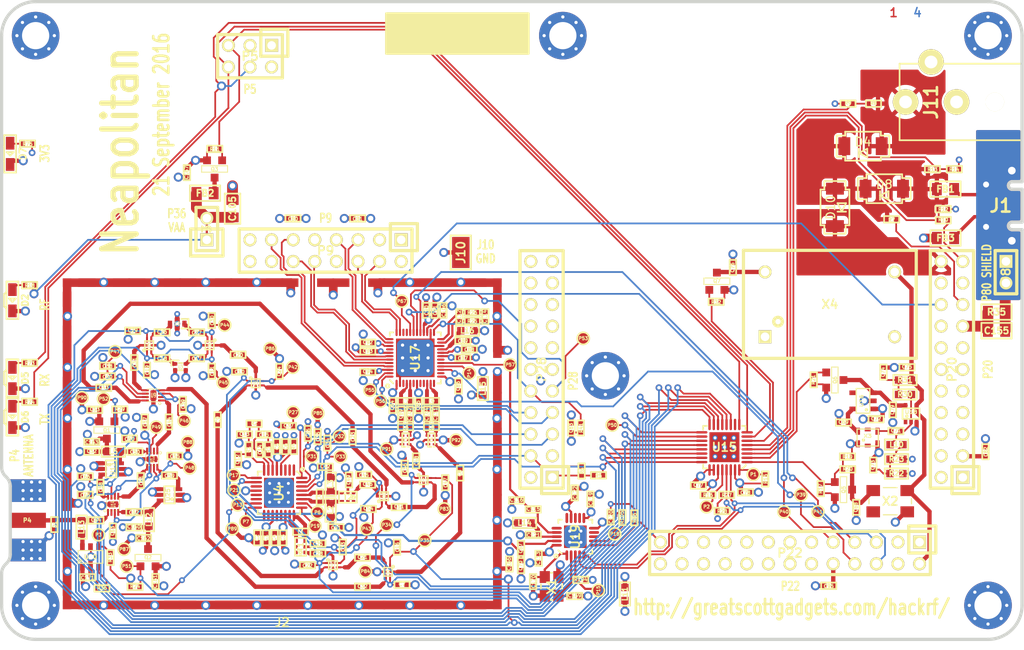
<source format=kicad_pcb>
(kicad_pcb (version 20221018) (generator pcbnew)
  (title_block (date "19 may 2014"))
  (layers (0 "F.Cu" signal "C1F") (1 "In1.Cu" signal "C2") (2 "In2.Cu" signal "C3") (31 "B.Cu" signal "C4B") (34 "B.Paste" user) (35 "F.Paste" user) (36 "B.SilkS" user "B.Silkscreen") (37 "F.SilkS" user "F.Silkscreen") (38 "B.Mask" user) (39 "F.Mask" user) (44 "Edge.Cuts" user))
  (net 0 "")
  (net 1 "!MIX_BYPASS")
  (net 2 "!RX_AMP_PWR")
  (net 3 "!TX_AMP_PWR")
  (net 4 "!VAA_ENABLE")
  (net 5 "/baseband/CLK5")
  (net 6 "/baseband/CPOUT+")
  (net 7 "/baseband/CPOUT-")
  (net 8 "/baseband/INTR")
  (net 9 "/baseband/OEB")
  (net 10 "/baseband/RXBBI+")
  (net 11 "/baseband/RXBBI-")
  (net 12 "/baseband/RXBBQ+")
  (net 13 "/baseband/RXBBQ-")
  (net 14 "/baseband/TXBBI+")
  (net 15 "/baseband/TXBBI-")
  (net 16 "/baseband/TXBBQ+")
  (net 17 "/baseband/TXBBQ-")
  (net 18 "/baseband/XA")
  (net 19 "/baseband/XB")
  (net 20 "/baseband/XCVR_CLKOUT")
  (net 21 "/baseband/XTAL2")
  (net 22 "/frontend/REF_IN")
  (net 23 "/frontend/RX_AMP_OUT")
  (net 24 "/frontend/TX_AMP_IN")
  (net 25 "/frontend/TX_AMP_OUT")
  (net 26 "/mcu/usb/power/LED2")
  (net 27 "/mcu/usb/power/LED3")
  (net 28 "/mcu/usb/power/USB_SHIELD")
  (net 29 "AMP_BYPASS")
  (net 30 "CLK6")
  (net 31 "CS_XCVR")
  (net 32 "GND")
  (net 33 "HP")
  (net 34 "LP")
  (net 35 "MIXER_ENX")
  (net 36 "MIXER_RESETX")
  (net 37 "MIXER_SCLK")
  (net 38 "MIXER_SDATA")
  (net 39 "MIX_BYPASS")
  (net 40 "MIX_CLK")
  (net 41 "RSSI")
  (net 42 "RX")
  (net 43 "RXENABLE")
  (net 44 "RX_AMP")
  (net 45 "RX_IF")
  (net 46 "RX_MIX_BP")
  (net 47 "TX")
  (net 48 "TXENABLE")
  (net 49 "TX_AMP")
  (net 50 "TX_IF")
  (net 51 "TX_MIX_BP")
  (net 52 "VAA")
  (net 53 "VCC")
  (net 54 "XCVR_EN")
  (net 55 "Net-(C8-Pad2)")
  (net 56 "Net-(C9-Pad2)")
  (net 57 "Net-(C9-Pad1)")
  (net 58 "Net-(C12-Pad1)")
  (net 59 "Net-(C13-Pad1)")
  (net 60 "Net-(C14-Pad2)")
  (net 61 "Net-(C14-Pad1)")
  (net 62 "Net-(C15-Pad2)")
  (net 63 "Net-(C17-Pad2)")
  (net 64 "Net-(C17-Pad1)")
  (net 65 "Net-(C18-Pad2)")
  (net 66 "Net-(C18-Pad1)")
  (net 67 "Net-(C20-Pad2)")
  (net 68 "Net-(C20-Pad1)")
  (net 69 "Net-(C21-Pad2)")
  (net 70 "Net-(C21-Pad1)")
  (net 71 "Net-(C23-Pad2)")
  (net 72 "Net-(C23-Pad1)")
  (net 73 "Net-(C25-Pad1)")
  (net 74 "Net-(C26-Pad2)")
  (net 75 "Net-(C26-Pad1)")
  (net 76 "Net-(C27-Pad2)")
  (net 77 "Net-(C27-Pad1)")
  (net 78 "Net-(C28-Pad2)")
  (net 79 "Net-(C28-Pad1)")
  (net 80 "Net-(C31-Pad2)")
  (net 81 "Net-(C31-Pad1)")
  (net 82 "Net-(C32-Pad2)")
  (net 83 "Net-(C32-Pad1)")
  (net 84 "Net-(C43-Pad2)")
  (net 85 "Net-(C43-Pad1)")
  (net 86 "Net-(C44-Pad2)")
  (net 87 "Net-(C44-Pad1)")
  (net 88 "Net-(C46-Pad2)")
  (net 89 "Net-(C46-Pad1)")
  (net 90 "Net-(C48-Pad1)")
  (net 91 "Net-(C49-Pad2)")
  (net 92 "Net-(C50-Pad1)")
  (net 93 "Net-(C51-Pad2)")
  (net 94 "Net-(C51-Pad1)")
  (net 95 "Net-(C163-Pad2)")
  (net 96 "Net-(C58-Pad2)")
  (net 97 "Net-(C58-Pad1)")
  (net 98 "Net-(C59-Pad2)")
  (net 99 "Net-(C61-Pad2)")
  (net 100 "Net-(C61-Pad1)")
  (net 101 "Net-(C62-Pad2)")
  (net 102 "Net-(C64-Pad2)")
  (net 103 "Net-(C64-Pad1)")
  (net 104 "Net-(C99-Pad2)")
  (net 105 "Net-(C99-Pad1)")
  (net 106 "Net-(C102-Pad2)")
  (net 107 "Net-(C102-Pad1)")
  (net 108 "Net-(C104-Pad2)")
  (net 109 "Net-(C104-Pad1)")
  (net 110 "Net-(C105-Pad1)")
  (net 111 "Net-(C106-Pad1)")
  (net 112 "Net-(C111-Pad2)")
  (net 113 "Net-(C111-Pad1)")
  (net 114 "Net-(C114-Pad2)")
  (net 115 "Net-(C114-Pad1)")
  (net 116 "Net-(C160-Pad1)")
  (net 117 "Net-(D2-Pad2)")
  (net 118 "Net-(D5-Pad2)")
  (net 119 "Net-(D6-Pad2)")
  (net 120 "Net-(D7-Pad2)")
  (net 121 "Net-(FB1-Pad1)")
  (net 122 "Net-(FB2-Pad1)")
  (net 123 "Net-(FB3-Pad1)")
  (net 124 "Net-(L1-Pad2)")
  (net 125 "Net-(L1-Pad1)")
  (net 126 "Net-(L2-Pad1)")
  (net 127 "Net-(L3-Pad1)")
  (net 128 "Net-(L13-Pad1)")
  (net 129 "Net-(P6-Pad1)")
  (net 130 "Net-(P7-Pad1)")
  (net 131 "Net-(P17-Pad1)")
  (net 132 "Net-(P19-Pad1)")
  (net 133 "Net-(R4-Pad2)")
  (net 134 "/mcu/usb/power/VBUSCTRL")
  (net 135 "I2C1_SCL")
  (net 136 "I2C1_SDA")
  (net 137 "SSP0_MISO")
  (net 138 "SSP0_SCK")
  (net 139 "SSP0_MOSI")
  (net 140 "/mcu/usb/power/VBUS")
  (net 141 "/mcu/usb/power/VIN")
  (net 142 "/mcu/usb/power/BARREL")
  (net 143 "/mcu/usb/power/VBUS2")
  (net 144 "/mcu/usb/power/!IO_INT")
  (net 145 "/mcu/usb/power/!IO_RESET")
  (net 146 "/mcu/usb/power/BARREL_SENSE")
  (net 147 "/mcu/usb/power/VBUS_SENSE")
  (net 148 "/mcu/usb/power/VBUS2_SENSE")
  (net 149 "CLKIN")
  (net 150 "Net-(C68-Pad1)")
  (net 151 "Net-(C69-Pad1)")
  (net 152 "Net-(C71-Pad2)")
  (net 153 "Net-(C71-Pad1)")
  (net 154 "Net-(C73-Pad2)")
  (net 155 "Net-(C74-Pad2)")
  (net 156 "Net-(C76-Pad2)")
  (net 157 "/mcu/usb/power/X2_ENABLE")
  (net 158 "/mcu/usb/power/X3_ENABLE")
  (net 159 "/mcu/usb/power/X4_ENABLE")
  (net 160 "/mcu/usb/power/DIODE_TOWN")
  (net 161 "Net-(C1-Pad1)")
  (net 162 "Net-(C121-Pad2)")
  (net 163 "Net-(C88-Pad1)")
  (net 164 "Net-(C89-Pad1)")
  (net 165 "Net-(C79-Pad1)")
  (net 166 "Net-(P3-Pad1)")
  (net 167 "/frontend/ANT_BIAS")
  (footprint "gsg-modules:LTST-S220" (layer "F.Cu") (at 61.27 148.838 -90)
    (fp_text reference "D6")
    (fp_text value "TXLED" hide)
  )
  (footprint "gsg-modules:LTST-S220" (layer "F.Cu") (at 61.27 144.266 -90)
    (fp_text reference "D5")
    (fp_text value "RXLED" hide)
  )
  (footprint "gsg-modules:LTST-S220" (layer "F.Cu") (at 61.27 135.122 -90)
    (fp_text reference "D2")
    (fp_text value "VAALED" hide)
  )
  (footprint "gsg-modules:LTST-S220" (layer "F.Cu") (at 61 117.9 -90)
    (fp_text reference "D7")
    (fp_text value "VCCLED" hide)
  )
  (footprint "hackrf:GSG-0402" (layer "F.Cu") (at 91.0964 163.0468 -90)
    (fp_text reference "C1")
    (fp_text value "33pF" hide)
  )
  (footprint "hackrf:GSG-0402" (layer "F.Cu") (at 90.0804 163.0468 -90)
    (fp_text reference "C2")
    (fp_text value "10nF" hide)
  )
  (footprint "hackrf:GSG-0402" (layer "F.Cu") (at 93.1284 163.0468 -90)
    (fp_text reference "C3")
    (fp_text value "33pF" hide)
  )
  (footprint "hackrf:GSG-0402" (layer "F.Cu") (at 92.1124 163.0468 -90)
    (fp_text reference "C4")
    (fp_text value "10nF" hide)
  )
  (footprint "hackrf:GSG-0402" (layer "F.Cu") (at 92.341 152.328 90)
    (fp_text reference "C5")
    (fp_text value "33pF" hide)
  )
  (footprint "hackrf:GSG-0402" (layer "F.Cu") (at 93.357 152.328 90)
    (fp_text reference "C6")
    (fp_text value "10nF" hide)
  )
  (footprint "hackrf:GSG-0402" (layer "F.Cu") (at 107.084 168.5762 180)
    (fp_text reference "C7")
    (fp_text value "33pF" hide)
  )
  (footprint "hackrf:GSG-0402" (layer "F.Cu") (at 113.919 155.448 -90)
    (fp_text reference "C8")
    (fp_text value "22pF" hide)
  )
  (footprint "hackrf:GSG-0402" (layer "F.Cu") (at 85.4 149.1682 90)
    (fp_text reference "C9")
    (fp_text value "100nF" hide)
  )
  (footprint "hackrf:GSG-0402" (layer "F.Cu") (at 87.9808 143.4816)
    (fp_text reference "C10")
    (fp_text value "33pF" hide)
  )
  (footprint "hackrf:GSG-0402" (layer "F.Cu") (at 84.7138 143.4622 90)
    (fp_text reference "C11")
    (fp_text value "33pF" hide)
  )
  (footprint "hackrf:GSG-0402" (layer "F.Cu") (at 87.7944 153.8266 -90)
    (fp_text reference "C12")
    (fp_text value "330pF" hide)
  )
  (footprint "hackrf:GSG-0402" (layer "F.Cu") (at 88.5564 150.9056 180)
    (fp_text reference "C13")
    (fp_text value "330pF" hide)
  )
  (footprint "hackrf:GSG-0402" (layer "F.Cu") (at 90.3344 152.6836 90)
    (fp_text reference "C14")
    (fp_text value "8p2" hide)
  )
  (footprint "hackrf:GSG-0402" (layer "F.Cu") (at 90.8424 150.9056)
    (fp_text reference "C15")
    (fp_text value "180pF" hide)
  )
  (footprint "hackrf:GSG-0402" (layer "F.Cu") (at 106.4998 164.1566 90)
    (fp_text reference "C16")
    (fp_text value "33pF" hide)
  )
  (footprint "hackrf:GSG-0402" (layer "F.Cu") (at 82.9358 141.9382)
    (fp_text reference "C17")
    (fp_text value "100nF" hide)
  )
  (footprint "hackrf:GSG-0402" (layer "F.Cu") (at 78.8718 141.9382)
    (fp_text reference "C18")
    (fp_text value "100nF" hide)
  )
  (footprint "hackrf:GSG-0402" (layer "F.Cu") (at 77.0938 143.3352 90)
    (fp_text reference "C19")
    (fp_text value "33pF" hide)
  )
  (footprint "hackrf:GSG-0402" (layer "F.Cu") (at 87.8078 141.5288)
    (fp_text reference "C20")
    (fp_text value "100nF" hide)
  )
  (footprint "hackrf:GSG-0402" (layer "F.Cu") (at 102.4382 165.3794 180)
    (fp_text reference "C21")
    (fp_text value "22pF" hide)
  )
  (footprint "hackrf:GSG-0402" (layer "F.Cu") (at 95.9732 166.2726)
    (fp_text reference "C22")
    (fp_text value "33pF" hide)
  )
  (footprint "hackrf:GSG-0402" (layer "F.Cu") (at 101.2698 151.1808 90)
    (fp_text reference "C23")
    (fp_text value "100nF" hide)
  )
  (footprint "hackrf:GSG-0402" (layer "F.Cu") (at 92.6798 143.4816 -90)
    (fp_text reference "C24")
    (fp_text value "33pF" hide)
  )
  (footprint "hackrf:GSG-0402" (layer "F.Cu") (at 97.1924 163.7326)
    (fp_text reference "C25")
    (fp_text value "100nF" hide)
  )
  (footprint "hackrf:GSG-0402" (layer "F.Cu") (at 78.8718 138.8902 180)
    (fp_text reference "C26")
    (fp_text value "47pF" hide)
  )
  (footprint "hackrf:GSG-0402" (layer "F.Cu") (at 82.9358 138.8902)
    (fp_text reference "C27")
    (fp_text value "47pF" hide)
  )
  (footprint "hackrf:GSG-0402" (layer "F.Cu") (at 97.1924 164.8756)
    (fp_text reference "C28")
    (fp_text value "100nF" hide)
  )
  (footprint "hackrf:GSG-0402" (layer "F.Cu") (at 75.4174 138.7124 180)
    (fp_text reference "C29")
    (fp_text value "33pF" hide)
  )
  (footprint "hackrf:GSG-0402" (layer "F.Cu") (at 84.7138 137.4932 90)
    (fp_text reference "C30")
    (fp_text value "33pF" hide)
  )
  (footprint "hackrf:GSG-0402" (layer "F.Cu") (at 75.5952 142.4462 90)
    (fp_text reference "C31")
    (fp_text value "100nF" hide)
  )
  (footprint "hackrf:GSG-0402" (layer "F.Cu") (at 102.4382 168.8084 180)
    (fp_text reference "C32")
    (fp_text value "22pF" hide)
  )
  (footprint "hackrf:GSG-0402" (layer "F.Cu") (at 100.1134 164.139 90)
    (fp_text reference "C33")
    (fp_text value "33pF" hide)
  )
  (footprint "hackrf:GSG-0402" (layer "F.Cu") (at 98.31 151.9216 90)
    (fp_text reference "C34")
    (fp_text value "33pF" hide)
  )
  (footprint "hackrf:GSG-0402" (layer "F.Cu") (at 97.167 151.1596 90)
    (fp_text reference "C35")
    (fp_text value "33pF" hide)
  )
  (footprint "hackrf:GSG-0402" (layer "F.Cu") (at 96.024 150.7786 90)
    (fp_text reference "C36")
    (fp_text value "33pF" hide)
  )
  (footprint "hackrf:GSG-0402" (layer "F.Cu") (at 93.738 149.915 180)
    (fp_text reference "C37")
    (fp_text value "33pF" hide)
  )
  (footprint "hackrf:GSG-0402" (layer "F.Cu") (at 72.4456 142.8272)
    (fp_text reference "C38")
    (fp_text value "33pF" hide)
  )
  (footprint "hackrf:GSG-0402" (layer "F.Cu") (at 81.3054 147.3454 90)
    (fp_text reference "C39")
    (fp_text value "33pF" hide)
  )
  (footprint "hackrf:GSG-0402" (layer "F.Cu") (at 72.4456 144.0718)
    (fp_text reference "C40")
    (fp_text value "33pF" hide)
  )
  (footprint "hackrf:GSG-0402" (layer "F.Cu") (at 99.326 161.8276)
    (fp_text reference "C41")
    (fp_text value "100pF" hide)
  )
  (footprint "hackrf:GSG-0402" (layer "F.Cu") (at 98.056 154.7156 180)
    (fp_text reference "C42")
    (fp_text value "100pF" hide)
  )
  (footprint "hackrf:GSG-0402" (layer "F.Cu") (at 72.009 145.415 180)
    (fp_text reference "C43")
    (fp_text value "22pF" hide)
  )
  (footprint "hackrf:GSG-0402" (layer "F.Cu") (at 79.6798 149.4282 90)
    (fp_text reference "C44")
    (fp_text value "100nF" hide)
  )
  (footprint "hackrf:GSG-0402" (layer "F.Cu") (at 102.5906 155.6512)
    (fp_text reference "C45")
    (fp_text value "33pF" hide)
  )
  (footprint "hackrf:GSG-0402" (layer "F.Cu") (at 103.0478 156.7942 180)
    (fp_text reference "C46")
    (fp_text value "100nF" hide)
  )
  (footprint "hackrf:GSG-0402" (layer "F.Cu") (at 112.1664 156.5656 90)
    (fp_text reference "C47")
    (fp_text value "33pF" hide)
  )
  (footprint "hackrf:GSG-0402" (layer "F.Cu") (at 108.7374 154.0002 90)
    (fp_text reference "C48")
    (fp_text value "22pF" hide)
  )
  (footprint "hackrf:GSG-0402" (layer "F.Cu") (at 100.85 156.2396 -90)
    (fp_text reference "C49")
    (fp_text value "100nF" hide)
  )
  (footprint "hackrf:GSG-0402" (layer "F.Cu") (at 75.678 152.92)
    (fp_text reference "C50")
    (fp_text value "100nF" hide)
  )
  (footprint "hackrf:GSG-0402" (layer "F.Cu") (at 106.7414 159.434 180)
    (fp_text reference "C51")
    (fp_text value "22pF" hide)
  )
  (footprint "hackrf:GSG-0402" (layer "F.Cu") (at 70.598 152.92 180)
    (fp_text reference "C52")
    (fp_text value "100pF" hide)
  )
  (footprint "hackrf:GSG-0402" (layer "F.Cu") (at 70.9474 147.9998 180)
    (fp_text reference "C53")
    (fp_text value "1uF" hide)
  )
  (footprint "hackrf:GSG-0402" (layer "F.Cu") (at 103.124 159.6644 180)
    (fp_text reference "C54")
    (fp_text value "33pF" hide)
  )
  (footprint "hackrf:GSG-0402" (layer "F.Cu") (at 80.377 153.428)
    (fp_text reference "C55")
    (fp_text value "33pF" hide)
  )
  (footprint "hackrf:GSG-0402" (layer "F.Cu") (at 107.3912 154.8638 90)
    (fp_text reference "C56")
    (fp_text value "33pF" hide)
  )
  (footprint "hackrf:GSG-0402" (layer "F.Cu") (at 76.835 149.4282 90)
    (fp_text reference "C57")
    (fp_text value "33pF" hide)
  )
  (footprint "hackrf:GSG-0402" (layer "F.Cu") (at 71.614 157.111 90)
    (fp_text reference "C58")
    (fp_text value "100nF" hide)
  )
  (footprint "hackrf:GSG-0402" (layer "F.Cu") (at 79.742 155.714)
    (fp_text reference "C59")
    (fp_text value "100nF" hide)
  )
  (footprint "hackrf:GSG-0402" (layer "F.Cu") (at 75.043 151.396)
    (fp_text reference "C60")
    (fp_text value "33pF" hide)
  )
  (footprint "hackrf:GSG-0402" (layer "F.Cu") (at 76.3638 156.3236 90)
    (fp_text reference "C61")
    (fp_text value "100nF" hide)
  )
  (footprint "hackrf:GSG-0402" (layer "F.Cu") (at 75.551 160.032)
    (fp_text reference "C62")
    (fp_text value "100nF" hide)
  )
  (footprint "hackrf:GSG-0402" (layer "F.Cu") (at 73.0872 162.2418 -90)
    (fp_text reference "C63")
    (fp_text value "33pF" hide)
  )
  (footprint "hackrf:GSG-0402" (layer "F.Cu") (at 71.1 161 180)
    (fp_text reference "C64")
    (fp_text value "100nF" hide)
  )
  (footprint "hackrf:GSG-0402" (layer "F.Cu") (at 69.836 158)
    (fp_text reference "C65")
    (fp_text value "33pF" hide)
  )
  (footprint "hackrf:GSG-0402" (layer "F.Cu") (at 69.836 155.841)
    (fp_text reference "C66")
    (fp_text value "33pF" hide)
  )
  (footprint "hackrf:GSG-0402" (layer "F.Cu") (at 121.0802 164.2964 -90)
    (fp_text reference "C67")
    (fp_text value "33pF" hide)
  )
  (footprint "hackrf:GSG-0402" (layer "F.Cu") (at 121.0802 166.3284 -90)
    (fp_text reference "C70")
    (fp_text value "100pF" hide)
  )
  (footprint "hackrf:GSG-0402" (layer "F.Cu") (at 105.9815 147.4851 -90)
    (fp_text reference "C84")
    (fp_text value "22pF" hide)
  )
  (footprint "hackrf:GSG-0402" (layer "F.Cu") (at 109.0295 147.4851 -90)
    (fp_text reference "C85")
    (fp_text value "22pF" hide)
  )
  (footprint "hackrf:GSG-0402" (layer "F.Cu") (at 113.7285 145.1991 -90)
    (fp_text reference "C86")
    (fp_text value "22pF" hide)
  )
  (footprint "hackrf:GSG-0402" (layer "F.Cu") (at 114.2365 141.8971)
    (fp_text reference "C87")
    (fp_text value "10nF" hide)
  )
  (footprint "hackrf:GSG-0402" (layer "F.Cu") (at 114.9985 140.8811)
    (fp_text reference "C88")
    (fp_text value "10nF" hide)
  )
  (footprint "hackrf:GSG-0402" (layer "F.Cu") (at 114.2365 139.8651)
    (fp_text reference "C89")
    (fp_text value "10nF" hide)
  )
  (footprint "hackrf:GSG-0402" (layer "F.Cu") (at 109.9185 136.3091 90)
    (fp_text reference "C90")
    (fp_text value "100pF" hide)
  )
  (footprint "hackrf:GSG-0402" (layer "F.Cu") (at 110.9345 136.3091 90)
    (fp_text reference "C91")
    (fp_text value "100nF" hide)
  )
  (footprint "hackrf:GSG-0402" (layer "F.Cu") (at 103.0605 140.1191 180)
    (fp_text reference "C92")
    (fp_text value "10nF" hide)
  )
  (footprint "hackrf:GSG-0402" (layer "F.Cu") (at 103.0605 141.1351 180)
    (fp_text reference "C93")
    (fp_text value "10nF" hide)
  )
  (footprint "hackrf:GSG-0402" (layer "F.Cu") (at 103.0605 143.5481 180)
    (fp_text reference "C94")
    (fp_text value "22pF" hide)
  )
  (footprint "hackrf:GSG-0402" (layer "F.Cu") (at 106.9975 148.5011 -90)
    (fp_text reference "C99")
    (fp_text value "22pF" hide)
  )
  (footprint "hackrf:GSG-0402" (layer "F.Cu") (at 108.0135 148.5011 -90)
    (fp_text reference "C102")
    (fp_text value "22pF" hide)
  )
  (footprint "hackrf:GSG-0402" (layer "F.Cu") (at 110.0455 148.5011 -90)
    (fp_text reference "C104")
    (fp_text value "3pF" hide)
  )
  (footprint "hackrf:GSG-0805" (layer "F.Cu") (at 87.1526 124.3524 90)
    (fp_text reference "C105")
    (fp_text value "10uF" hide)
  )
  (footprint "hackrf:GSG-0402" (layer "F.Cu") (at 111.9505 136.3091 90)
    (fp_text reference "C106")
    (fp_text value "1uF" hide)
  )
  (footprint "hackrf:GSG-0402" (layer "F.Cu") (at 111.0615 148.5011 -90)
    (fp_text reference "C111")
    (fp_text value "3pF" hide)
  )
  (footprint "hackrf:GSG-0402" (layer "F.Cu") (at 113.8285 137.0411 -90)
    (fp_text reference "C112")
    (fp_text value "180pF" hide)
  )
  (footprint "hackrf:GSG-0402" (layer "F.Cu") (at 123.1512 165.466 -90)
    (fp_text reference "C113")
    (fp_text value "100nF" hide)
  )
  (footprint "hackrf:GSG-0402" (layer "F.Cu") (at 116.8765 137.0411 -90)
    (fp_text reference "C114")
    (fp_text value "3.3nF" hide)
  )
  (footprint "hackrf:GSG-0402" (layer "F.Cu") (at 122.5142 159.7142 180)
    (fp_text reference "C115")
    (fp_text value "33pF" hide)
  )
  (footprint "hackrf:GSG-0402" (layer "F.Cu") (at 120.5584 158.6474 180)
    (fp_text reference "C116")
    (fp_text value "47pF" hide)
  )
  (footprint "hackrf:GSG-0402" (layer "F.Cu") (at 129.2472 158.481 90)
    (fp_text reference "C119")
    (fp_text value "100nF" hide)
  )
  (footprint "hackrf:GSG-0402" (layer "F.Cu") (at 131.628 160.6236 90)
    (fp_text reference "C120")
    (fp_text value "100nF" hide)
  )
  (footprint "hackrf:GSG-0402" (layer "F.Cu") (at 122.5334 162.7)
    (fp_text reference "C121")
    (fp_text value "100nF" hide)
  )
  (footprint "hackrf:GSG-0402" (layer "F.Cu") (at 127.4 157.7666 90)
    (fp_text reference "C122")
    (fp_text value "100nF" hide)
  )
  (footprint "hackrf:GSG-0805" (layer "F.Cu") (at 177 138.7 180)
    (fp_text reference "C155")
    (fp_text value "DNP" hide)
  )
  (footprint "hackrf:GSG-0402" (layer "F.Cu") (at 75.551 161.81 180)
    (fp_text reference "C160")
    (fp_text value "100pF" hide)
  )
  (footprint "hackrf:GSG-0402" (layer "F.Cu") (at 78.1057 168.1848 -90)
    (fp_text reference "C161")
    (fp_text value "1uF" hide)
  )
  (footprint "hackrf:GSG-0402" (layer "F.Cu") (at 76.694 163.08)
    (fp_text reference "C162")
    (fp_text value "10nF" hide)
  )
  (footprint "hackrf:GSG-0402" (layer "F.Cu") (at 70.598 151.777)
    (fp_text reference "C163")
    (fp_text value "10nF" hide)
  )
  (footprint "hackrf:GSG-0402" (layer "F.Cu") (at 119.7154 166.1354 -90)
    (fp_text reference "C166")
    (fp_text value "100nF" hide)
  )
  (footprint "hackrf:GSG-0402" (layer "F.Cu") (at 81.7932 120.1106 -90)
    (fp_text reference "C167")
    (fp_text value "100nF" hide)
  )
  (footprint "hackrf:GSG-0402" (layer "F.Cu") (at 127.381 169.9006 180)
    (fp_text reference "C169")
    (fp_text value "DNP" hide)
  )
  (footprint "hackrf:GSG-0402" (layer "F.Cu") (at 122.5 168.2 90)
    (fp_text reference "C170")
    (fp_text value "DNP" hide)
  )
  (footprint "hackrf:GSG-0402" (layer "F.Cu") (at 70.1 167.7)
    (fp_text reference "C171")
    (fp_text value "1uF" hide)
  )
  (footprint "hackrf:GSG-0402" (layer "F.Cu") (at 66.2 161.5 90)
    (fp_text reference "D1")
    (fp_text value "GSG-DIODE-TVS-BI" hide)
  )
  (footprint "hackrf:GSG-0805" (layer "F.Cu") (at 171 122.05 180)
    (fp_text reference "FB1")
    (fp_text value "FILTER" hide)
  )
  (footprint "hackrf:GSG-0805" (layer "F.Cu") (at 83.9216 122.5296 180)
    (fp_text reference "FB2")
    (fp_text value "FILTER" hide)
  )
  (footprint "hackrf:GSG-0805" (layer "F.Cu") (at 171 127.8 180)
    (fp_text reference "FB3")
    (fp_text value "FILTER" hide)
  )
  (footprint "hackrf:GSG-USB-MICROB-FCI-10103592-EXT" (layer "F.Cu") (at 180 124 180)
    (fp_text reference "J1")
    (fp_text value "USB-MICRO-B" hide)
  )
  (footprint "hackrf:GSG-SHIELD-BMI-S-230" (layer "F.Cu") (at 93 152)
    (fp_text reference "J2")
    (fp_text value "RF-SHIELD-FRAME" hide)
  )
  (footprint "hackrf:GSG-NULL-MODULE" (layer "F.Cu") (at 105.96 172.82)
    (fp_text reference "J3" hide)
    (fp_text value "RF-SHIELD-COVER" hide)
  )
  (footprint "hackrf:GSG-HOLE126MIL-COPPER" (layer "F.Cu") (at 64 104)
    (fp_text reference "J4" hide)
    (fp_text value "MOUNTING_HOLE" hide)
  )
  (footprint "hackrf:GSG-HOLE126MIL-COPPER" (layer "F.Cu") (at 64 171)
    (fp_text reference "J5" hide)
    (fp_text value "MOUNTING_HOLE" hide)
  )
  (footprint "hackrf:GSG-HOLE126MIL-COPPER" (layer "F.Cu") (at 176 171)
    (fp_text reference "J6" hide)
    (fp_text value "MOUNTING_HOLE" hide)
  )
  (footprint "hackrf:GSG-HOLE126MIL-COPPER" (layer "F.Cu") (at 176 104)
    (fp_text reference "J7" hide)
    (fp_text value "MOUNTING_HOLE" hide)
  )
  (footprint "hackrf:GSG-HOLE126MIL-COPPER" (layer "F.Cu") (at 126 104)
    (fp_text reference "J8" hide)
    (fp_text value "MOUNTING_HOLE" hide)
  )
  (footprint "hackrf:GSG-HOLE126MIL-COPPER" (layer "F.Cu") (at 131 144)
    (fp_text reference "J9" hide)
    (fp_text value "MOUNTING_HOLE" hide)
  )
  (footprint "hackrf:GSG-TEST-POINT-S1751-46R" (layer "F.Cu") (at 114 129.5 -90)
    (fp_text reference "J10")
    (fp_text value "GND_CLIP" hide)
  )
  (footprint "hackrf:GSG-0402" (layer "F.Cu") (at 95.1604 162.3356)
    (fp_text reference "L1")
    (fp_text value "DNP" hide)
  )
  (footprint "hackrf:GSG-0603" (layer "F.Cu") (at 98.691 159.7956 -90)
    (fp_text reference "L2")
    (fp_text value "10uH" hide)
  )
  (footprint "hackrf:GSG-0603" (layer "F.Cu") (at 98.691 156.7476 90)
    (fp_text reference "L3")
    (fp_text value "10uH" hide)
  )
  (footprint "hackrf:GSG-0402" (layer "F.Cu") (at 97.421 158.2716 -90)
    (fp_text reference "L4")
    (fp_text value "DNP" hide)
  )
  (footprint "hackrf:GSG-0603" (layer "F.Cu") (at 73.138 152.92)
    (fp_text reference "L5")
    (fp_text value "10uH" hide)
  )
  (footprint "hackrf:GSG-0402" (layer "F.Cu") (at 107.5055 150.0251)
    (fp_text reference "L6")
    (fp_text value "DNP" hide)
  )
  (footprint "hackrf:GSG-0402" (layer "F.Cu") (at 107.5055 146.9771)
    (fp_text reference "L7")
    (fp_text value "6.2nH" hide)
  )
  (footprint "hackrf:GSG-0402" (layer "F.Cu") (at 110.5535 150.0251)
    (fp_text reference "L8")
    (fp_text value "DNP" hide)
  )
  (footprint "hackrf:GSG-0402" (layer "F.Cu") (at 110.5535 146.9771)
    (fp_text reference "L9")
    (fp_text value "DNP" hide)
  )
  (footprint "hackrf:GSG-0603" (layer "F.Cu") (at 77.329 160.921 90)
    (fp_text reference "L12")
    (fp_text value "10uH" hide)
  )
  (footprint "hackrf:GSG-0603" (layer "F.Cu") (at 69.4 161.8 90)
    (fp_text reference "L13")
    (fp_text value "10uH" hide)
  )
  (footprint "hackrf:GSG-SMA-73251-2120" (layer "F.Cu") (at 61.02 161)
    (fp_text reference "P4")
    (fp_text value "ANTENNA" hide)
  )
  (footprint "hackrf:GSG-HEADER-2x3" (layer "F.Cu") (at 89.21 106.42 180)
    (fp_text reference "P5")
    (fp_text value "LEDS" hide)
  )
  (footprint "hackrf:GSG-TESTPOINT-50MIL" (layer "F.Cu") (at 97.155 160.0708)
    (fp_text reference "P6")
    (fp_text value "GPO4" hide)
  )
  (footprint "hackrf:GSG-TESTPOINT-50MIL" (layer "F.Cu") (at 88.7222 161.163)
    (fp_text reference "P7")
    (fp_text value "GPO2" hide)
  )
  (footprint "hackrf:GSG-HEADER-2x8" (layer "F.Cu") (at 98.1 129.28 180)
    (fp_text reference "P9")
    (fp_text value "BASEBAND" hide)
  )
  (footprint "hackrf:GSG-TESTPOINT-50MIL" (layer "F.Cu") (at 87.7622 159.1758)
    (fp_text reference "P13")
    (fp_text value "GPO1" hide)
  )
  (footprint "hackrf:GSG-TESTPOINT-50MIL" (layer "F.Cu") (at 114.991 143.7072 90)
    (fp_text reference "P14")
    (fp_text value "XCVR_CLKOUT" hide)
  )
  (footprint "hackrf:GSG-TESTPOINT-50MIL" (layer "F.Cu") (at 130.175 169.2402 90)
    (fp_text reference "P15")
    (fp_text value "INTR" hide)
  )
  (footprint "hackrf:GSG-TESTPOINT-50MIL" (layer "F.Cu") (at 87.2796 155.696)
    (fp_text reference "P17")
    (fp_text value "GPO6" hide)
  )
  (footprint "hackrf:GSG-TESTPOINT-50MIL" (layer "F.Cu") (at 132.1 162.6 180)
    (fp_text reference "P18")
    (fp_text value "OEB" hide)
  )
  (footprint "hackrf:GSG-TESTPOINT-50MIL" (layer "F.Cu") (at 96.8554 161.665)
    (fp_text reference "P19")
    (fp_text value "GPO3" hide)
  )
  (footprint "hackrf:GSG-HEADER-2x11" (layer "F.Cu") (at 171.76 143.25 90)
    (fp_text reference "P20")
    (fp_text value "GPIO" hide)
  )
  (footprint "hackrf:GSG-TESTPOINT-50MIL" (layer "F.Cu") (at 87.3304 157.4486)
    (fp_text reference "P21")
    (fp_text value "REF_IN" hide)
  )
  (footprint "hackrf:GSG-HEADER-2x13" (layer "F.Cu") (at 152.71 164.84 180)
    (fp_text reference "P22")
    (fp_text value "I2S" hide)
  )
  (footprint "hackrf:GSG-TESTPOINT-50MIL" (layer "F.Cu") (at 94.29 148.3046)
    (fp_text reference "P27")
    (fp_text value "MIXER_SDATA" hide)
  )
  (footprint "hackrf:GSG-HEADER-2x11" (layer "F.Cu") (at 123.5 143.25 90)
    (fp_text reference "P28")
    (fp_text value "SD" hide)
  )
  (footprint "hackrf:GSG-TESTPOINT-50MIL" (layer "F.Cu") (at 96.4744 153.4862)
    (fp_text reference "P31")
    (fp_text value "MIXER_SCLK" hide)
  )
  (footprint "hackrf:GSG-TESTPOINT-50MIL" (layer "F.Cu") (at 99.7204 151.13)
    (fp_text reference "P32")
    (fp_text value "MIXER_ENX" hide)
  )
  (footprint "hackrf:GSG-TESTPOINT-50MIL" (layer "F.Cu") (at 99.8526 153.5116)
    (fp_text reference "P33")
    (fp_text value "MIXER_RESETX" hide)
  )
  (footprint "hackrf:GSG-TESTPOINT-50MIL" (layer "F.Cu") (at 105.2628 161.538)
    (fp_text reference "P34")
    (fp_text value "MIX_BYPASS" hide)
  )
  (footprint "hackrf:GSG-TESTPOINT-50MIL" (layer "F.Cu") (at 109.7586 163.3668)
    (fp_text reference "P35")
    (fp_text value "!MIX_BYPASS" hide)
  )
  (footprint "hackrf:GSG-HEADER-1x2" (layer "F.Cu") (at 84.13 126.74 90)
    (fp_text reference "P36")
    (fp_text value "VAA" hide)
  )
  (footprint "hackrf:GSG-TESTPOINT-50MIL" (layer "F.Cu") (at 154 158)
    (fp_text reference "P39")
    (fp_text value "SSP0_SCK" hide)
  )
  (footprint "hackrf:GSG-TESTPOINT-50MIL" (layer "F.Cu") (at 152 160)
    (fp_text reference "P40")
    (fp_text value "SSP0_MOSI" hide)
  )
  (footprint "hackrf:GSG-TESTPOINT-50MIL" (layer "F.Cu") (at 156 160 180)
    (fp_text reference "P41")
    (fp_text value "SSP0_MISO" hide)
  )
  (footprint "hackrf:GSG-TESTPOINT-50MIL" (layer "F.Cu") (at 94.2392 142.996)
    (fp_text reference "P42")
    (fp_text value "TX" hide)
  )
  (footprint "hackrf:GSG-TESTPOINT-50MIL" (layer "F.Cu") (at 102.926 161.9952)
    (fp_text reference "P43")
    (fp_text value "RX" hide)
  )
  (footprint "hackrf:GSG-TESTPOINT-50MIL" (layer "F.Cu") (at 86.2382 138.043)
    (fp_text reference "P44")
    (fp_text value "HP" hide)
  )
  (footprint "hackrf:GSG-TESTPOINT-50MIL" (layer "F.Cu") (at 86.0604 144.7994)
    (fp_text reference "P45")
    (fp_text value "LP" hide)
  )
  (footprint "hackrf:GSG-TESTPOINT-50MIL" (layer "F.Cu") (at 81.463 149.2952)
    (fp_text reference "P46")
    (fp_text value "TX_MIX_BP" hide)
  )
  (footprint "hackrf:GSG-TESTPOINT-50MIL" (layer "F.Cu") (at 73.335 141.1672)
    (fp_text reference "P47")
    (fp_text value "RX_MIX_BP" hide)
  )
  (footprint "hackrf:GSG-TESTPOINT-50MIL" (layer "F.Cu") (at 82.1234 154.8324)
    (fp_text reference "P48")
    (fp_text value "TX_AMP" hide)
  )
  (footprint "hackrf:GSG-TESTPOINT-50MIL" (layer "F.Cu") (at 78.1812 150.0378)
    (fp_text reference "P49")
    (fp_text value "RX_AMP" hide)
  )
  (footprint "hackrf:GSG-TESTPOINT-50MIL" (layer "F.Cu") (at 131.8 149.8)
    (fp_text reference "P50")
    (fp_text value "AMP_BYPASS" hide)
  )
  (footprint "hackrf:GSG-TESTPOINT-50MIL" (layer "F.Cu") (at 74.7066 166.3894)
    (fp_text reference "P51")
    (fp_text value "!TX_AMP_PWR" hide)
  )
  (footprint "hackrf:GSG-TESTPOINT-50MIL" (layer "F.Cu") (at 71.9836 146.7104)
    (fp_text reference "P52")
    (fp_text value "!RX_AMP_PWR" hide)
  )
  (footprint "hackrf:GSG-TESTPOINT-50MIL" (layer "F.Cu") (at 128.4 139.6)
    (fp_text reference "P53")
    (fp_text value "CS_XCVR" hide)
  )
  (footprint "hackrf:GSG-TESTPOINT-50MIL" (layer "F.Cu") (at 103.307 145.6884)
    (fp_text reference "P55")
    (fp_text value "TXENABLE" hide)
  )
  (footprint "hackrf:GSG-TESTPOINT-50MIL" (layer "F.Cu") (at 104.5516 146.9838)
    (fp_text reference "P56")
    (fp_text value "RXENABLE" hide)
  )
  (footprint "hackrf:GSG-TESTPOINT-50MIL" (layer "F.Cu") (at 119.8 142.7)
    (fp_text reference "P57")
    (fp_text value "XTAL2" hide)
  )
  (footprint "hackrf:GSG-TESTPOINT-50MIL" (layer "F.Cu") (at 107.061 135.2296)
    (fp_text reference "P67")
    (fp_text value "RSSI" hide)
  )
  (footprint "hackrf:GSG-HEADER-NOMARK-1x2" (layer "F.Cu") (at 178.11 131.82 -90)
    (fp_text reference "P80")
    (fp_text value "SHIELD" hide)
  )
  (footprint "hackrf:GSG-TESTPOINT-50MIL" (layer "F.Cu") (at 112.0446 159.6584)
    (fp_text reference "P83")
    (fp_text value "GND" hide)
  )
  (footprint "hackrf:GSG-TESTPOINT-50MIL" (layer "F.Cu") (at 102.7736 166.999)
    (fp_text reference "P84")
    (fp_text value "GND" hide)
  )
  (footprint "hackrf:GSG-TESTPOINT-50MIL" (layer "F.Cu") (at 97.1856 148.4062)
    (fp_text reference "P85")
    (fp_text value "GND" hide)
  )
  (footprint "hackrf:GSG-TESTPOINT-50MIL" (layer "F.Cu") (at 91.5722 140.8116)
    (fp_text reference "P86")
    (fp_text value "GND" hide)
  )
  (footprint "hackrf:GSG-TESTPOINT-50MIL" (layer "F.Cu") (at 74.4 164.4)
    (fp_text reference "P87")
    (fp_text value "GND" hide)
  )
  (footprint "hackrf:GSG-TESTPOINT-50MIL" (layer "F.Cu") (at 81.8948 151.8098)
    (fp_text reference "P88")
    (fp_text value "GND" hide)
  )
  (footprint "hackrf:GSG-TESTPOINT-50MIL" (layer "F.Cu") (at 87.1272 161.9952)
    (fp_text reference "P89")
    (fp_text value "GND" hide)
  )
  (footprint "hackrf:GSG-TESTPOINT-50MIL" (layer "F.Cu") (at 69.4488 146.5774)
    (fp_text reference "P90")
    (fp_text value "GND" hide)
  )
  (footprint "hackrf:GSG-TESTPOINT-50MIL" (layer "F.Cu") (at 105.2628 152.6226)
    (fp_text reference "P91")
    (fp_text value "GND" hide)
  )
  (footprint "hackrf:GSG-TESTPOINT-50MIL" (layer "F.Cu") (at 113.4416 151.5812)
    (fp_text reference "P92")
    (fp_text value "GND" hide)
  )
  (footprint "gsg-modules:SOT23GDS" (layer "F.Cu") (at 72.376 150.38)
    (fp_text reference "Q1")
    (fp_text value "MOSFET_P" hide)
  )
  (footprint "gsg-modules:SOT23GDS" (layer "F.Cu") (at 77.2167 165.3908 180)
    (fp_text reference "Q2")
    (fp_text value "MOSFET_P" hide)
  )
  (footprint "gsg-modules:SOT23GDS" (layer "F.Cu") (at 85.0444 119.6788)
    (fp_text reference "Q3")
    (fp_text value "MOSFET_P" hide)
  )
  (footprint "hackrf:GSG-0402" (layer "F.Cu") (at 89.0644 152.6836 -90)
    (fp_text reference "R1")
    (fp_text value "470" hide)
  )
  (footprint "hackrf:GSG-0402" (layer "F.Cu") (at 89.6994 149.6356 180)
    (fp_text reference "R2")
    (fp_text value "470" hide)
  )
  (footprint "hackrf:GSG-0402" (layer "F.Cu") (at 91.3504 152.6836 90)
    (fp_text reference "R3")
    (fp_text value "22k" hide)
  )
  (footprint "hackrf:GSG-0402" (layer "F.Cu") (at 94.373 152.328 -90)
    (fp_text reference "R4")
    (fp_text value "51k" hide)
  )
  (footprint "hackrf:GSG-0402" (layer "F.Cu") (at 130.2 155.7)
    (fp_text reference "R5")
    (fp_text value "10k" hide)
  )
  (footprint "hackrf:GSG-0402" (layer "F.Cu") (at 128.2 155.2 90)
    (fp_text reference "R6")
    (fp_text value "10k" hide)
  )
  (footprint "hackrf:GSG-0402" (layer "F.Cu") (at 85.0646 117.3226)
    (fp_text reference "R11")
    (fp_text value "10k" hide)
  )
  (footprint "hackrf:GSG-0402" (layer "F.Cu") (at 63.302 133.344)
    (fp_text reference "R18")
    (fp_text value "1k8" hide)
  )
  (footprint "hackrf:GSG-0402" (layer "F.Cu") (at 75.6927 168.8198 180)
    (fp_text reference "R24")
    (fp_text value "10k" hide)
  )
  (footprint "hackrf:GSG-0402" (layer "F.Cu") (at 115.3525 137.5491)
    (fp_text reference "R25")
    (fp_text value "475" hide)
  )
  (footprint "hackrf:GSG-0402" (layer "F.Cu") (at 115.3525 136.5331)
    (fp_text reference "R26")
    (fp_text value "475" hide)
  )
  (footprint "hackrf:GSG-0402" (layer "F.Cu") (at 145.2666 158)
    (fp_text reference "R27")
    (fp_text value "1k8" hide)
  )
  (footprint "hackrf:GSG-0402" (layer "F.Cu") (at 144.7334 159.9)
    (fp_text reference "R28")
    (fp_text value "1k8" hide)
  )
  (footprint "hackrf:GSG-0402" (layer "F.Cu") (at 73.9 147.967 180)
    (fp_text reference "R29")
    (fp_text value "10k" hide)
  )
  (footprint "hackrf:GSG-0805" (layer "F.Cu") (at 177 136.5 180)
    (fp_text reference "R35")
    (fp_text value "DNP" hide)
  )
  (footprint "hackrf:GSG-0402" (layer "F.Cu") (at 71.8 169 180)
    (fp_text reference "R36")
    (fp_text value "10k" hide)
  )
  (footprint "hackrf:GSG-0402" (layer "F.Cu") (at 128.1 150.1334 90)
    (fp_text reference "R41")
    (fp_text value "10k" hide)
  )
  (footprint "hackrf:GSG-0402" (layer "F.Cu") (at 63.302 142.488)
    (fp_text reference "R73")
    (fp_text value "1k" hide)
  )
  (footprint "hackrf:GSG-0402" (layer "F.Cu") (at 63.302 147.06)
    (fp_text reference "R74")
    (fp_text value "1k8" hide)
  )
  (footprint "hackrf:GSG-0402" (layer "F.Cu") (at 63.048 116.707)
    (fp_text reference "R75")
    (fp_text value "470" hide)
  )
  (footprint "hackrf:GSG-0402" (layer "F.Cu") (at 134.4 160.7 90)
    (fp_text reference "R85")
    (fp_text value "10k" hide)
  )
  (footprint "hackrf:GSG-0402" (layer "F.Cu") (at 128.1042 168.006 180)
    (fp_text reference "R104")
    (fp_text value "10k" hide)
  )
  (footprint "hackrf:GSG-0402" (layer "F.Cu") (at 133 160.6666 -90)
    (fp_text reference "R105")
    (fp_text value "10k" hide)
  )
  (footprint "hackrf:GSG-B0310J50100AHF" (layer "F.Cu") (at 95.1604 164.1136 -90)
    (fp_text reference "T1")
    (fp_text value "MIX_IN_BALUN" hide)
  )
  (footprint "hackrf:GSG-B0310J50100AHF" (layer "F.Cu") (at 100.723 158.2716)
    (fp_text reference "T2")
    (fp_text value "MIX_OUT_BALUN" hide)
  )
  (footprint "hackrf:GSG-2500BL14M100" (layer "F.Cu") (at 107.5055 151.5491 90)
    (fp_text reference "T3")
    (fp_text value "RX_BALUN" hide)
  )
  (footprint "hackrf:GSG-2500BL14M100" (layer "F.Cu") (at 110.5535 151.5491 90)
    (fp_text reference "T4")
    (fp_text value "TX_BALUN" hide)
  )
  (footprint "hackrf:GSG-SKY13350-385LF" (layer "F.Cu") (at 105.433 167.0522 -90)
    (fp_text reference "U1")
    (fp_text value "SKY13350" hide)
  )
  (footprint "hackrf:GSG-SKY13350-385LF" (layer "F.Cu") (at 89.8858 144.8786)
    (fp_text reference "U2")
    (fp_text value "SKY13350" hide)
  )
  (footprint "hackrf:GSG-LP0603" (layer "F.Cu") (at 81.0308 142.9542)
    (fp_text reference "U3")
    (fp_text value "RX_LOWPASS_FILTER" hide)
  )
  (footprint "hackrf:GSG-QFN32" (layer "F.Cu") (at 92.6204 157.7636 -90)
    (fp_text reference "U4")
    (fp_text value "RFFC5072" hide)
  )
  (footprint "hackrf:GSG-SKY13350-385LF" (layer "F.Cu") (at 77.3478 140.4142 90)
    (fp_text reference "U5")
    (fp_text value "SKY13350" hide)
  )
  (footprint "hackrf:GSG-SKY13350-385LF" (layer "F.Cu") (at 84.4598 140.4142 -90)
    (fp_text reference "U6")
    (fp_text value "SKY13350" hide)
  )
  (footprint "hackrf:GSG-SKY13350-385LF" (layer "F.Cu") (at 98.9704 166.2726)
    (fp_text reference "U7")
    (fp_text value "SKY13350" hide)
  )
  (footprint "hackrf:GSG-HP-DEA" (layer "F.Cu") (at 80.6498 137.8742 180)
    (fp_text reference "U8")
    (fp_text value "RX_HIGHPASS_FILTER" hide)
  )
  (footprint "hackrf:GSG-SKY13317-373LF" (layer "F.Cu") (at 77.851 146.304 180)
    (fp_text reference "U9")
    (fp_text value "SKY13317" hide)
  )
  (footprint "hackrf:GSG-SKY13350-385LF" (layer "F.Cu") (at 104.9634 158.164 90)
    (fp_text reference "U10")
    (fp_text value "SKY13350" hide)
  )
  (footprint "hackrf:GSG-SKY13350-385LF" (layer "F.Cu") (at 109.6285 156.2753)
    (fp_text reference "U11")
    (fp_text value "SKY13350" hide)
  )
  (footprint "hackrf:GSG-SKY13317-373LF" (layer "F.Cu") (at 77.71 153.809 -90)
    (fp_text reference "U12")
    (fp_text value "SKY13317" hide)
  )
  (footprint "hackrf:GSG-SOT363" (layer "F.Cu") (at 72.884 154.952 -90)
    (fp_text reference "U13")
    (fp_text value "MGA-81563" hide)
  )
  (footprint "hackrf:GSG-SKY13317-373LF" (layer "F.Cu") (at 73.1126 159.1176 90)
    (fp_text reference "U14")
    (fp_text value "SKY13317" hide)
  )
  (footprint "hackrf:GSG-QFN48-6" (layer "F.Cu") (at 108.6485 141.8971 90)
    (fp_text reference "U17")
    (fp_text value "MAX2837" hide)
  )
  (footprint "hackrf:GSG-QFN20-4" (layer "F.Cu") (at 127.4692 162.926 90)
    (fp_text reference "U19")
    (fp_text value "SI5351C" hide)
  )
  (footprint "hackrf:GSG-SOT363" (layer "F.Cu") (at 79.742 158 90)
    (fp_text reference "U25")
    (fp_text value "MGA-81563" hide)
  )
  (footprint "hackrf:GSG-XTAL3.2x2.5mm" (layer "F.Cu") (at 124.6752 168.768 90)
    (fp_text reference "X1")
    (fp_text value "GSG-XTAL4PIN" hide)
  )
  (footprint "hackrf:GSG-0402" (layer "F.Cu") (at 164.6666 125.6)
    (fp_text reference "R7")
    (fp_text value "470" hide)
  )
  (footprint "gsg-modules:SOD128" (layer "F.Cu") (at 161.3 117)
    (fp_text reference "D4")
    (fp_text value "BARREL_DIODE" hide)
  )
  (footprint "gsg-modules:SOD128" (layer "F.Cu") (at 163.8 122)
    (fp_text reference "D8")
    (fp_text value "VBUS2_DIODE" hide)
  )
  (footprint "gsg-modules:SOD128" (layer "F.Cu") (at 158 124.2 90)
    (fp_text reference "D10")
    (fp_text value "VIN_DIODE" hide)
  )
  (footprint "hackrf:GSG-TESTPOINT-50MIL" (layer "F.Cu") (at 148.4 155.6)
    (fp_text reference "P1")
    (fp_text value "!IO_INT" hide)
  )
  (footprint "hackrf:GSG-TESTPOINT-50MIL" (layer "F.Cu") (at 142.9 159.4)
    (fp_text reference "P2")
    (fp_text value "!IO_RESET" hide)
  )
  (footprint "hackrf:GSG-0402" (layer "F.Cu") (at 162.5334 112 180)
    (fp_text reference "R8")
    (fp_text value "10k" hide)
  )
  (footprint "hackrf:GSG-0402" (layer "F.Cu") (at 159.5334 112 180)
    (fp_text reference "R9")
    (fp_text value "18k" hide)
  )
  (footprint "hackrf:GSG-0402" (layer "F.Cu") (at 170.7334 125.7 180)
    (fp_text reference "R10")
    (fp_text value "10k" hide)
  )
  (footprint "hackrf:GSG-0402" (layer "F.Cu") (at 170.7334 124.4)
    (fp_text reference "R12")
    (fp_text value "18k" hide)
  )
  (footprint "hackrf:GSG-0402" (layer "F.Cu") (at 169.4666 119.7)
    (fp_text reference "R13")
    (fp_text value "10k" hide)
  )
  (footprint "hackrf:GSG-0402" (layer "F.Cu") (at 172.0334 119.7)
    (fp_text reference "R14")
    (fp_text value "18k" hide)
  )
  (footprint "hackrf:GSG-0402" (layer "F.Cu") (at 149.8 156.1334 90)
    (fp_text reference "R15")
    (fp_text value "10k" hide)
  )
  (footprint "hackrf:GSG-0402" (layer "F.Cu") (at 143.0666 158)
    (fp_text reference "R16")
    (fp_text value "10k" hide)
  )
  (footprint "gsg-modules:QFN32-5" (layer "F.Cu") (at 145 152.4 180)
    (fp_text reference "U15")
    (fp_text value "TCA6424A" hide)
  )
  (footprint "gsg-modules:CUI_PJ-102[AB]H" (layer "F.Cu") (at 169.3 111.8 -90)
    (fp_text reference "J11")
    (fp_text value "BARREL_JACK" hide)
  )
  (footprint "hackrf:GSG-0402" (layer "F.Cu") (at 160.5 159.4666 -90)
    (fp_text reference "C68")
    (fp_text value "100nF" hide)
  )
  (footprint "hackrf:GSG-0402" (layer "F.Cu") (at 159 149.5 180)
    (fp_text reference "C69")
    (fp_text value "1uF" hide)
  )
  (footprint "hackrf:GSG-0402" (layer "F.Cu") (at 165.1666 150.5 180)
    (fp_text reference "C71")
    (fp_text value "10nF" hide)
  )
  (footprint "hackrf:GSG-0402" (layer "F.Cu") (at 162.8334 149.1 180)
    (fp_text reference "C72")
    (fp_text value "100nF" hide)
  )
  (footprint "hackrf:GSG-0402" (layer "F.Cu") (at 162.5 154.5 -90)
    (fp_text reference "C73")
    (fp_text value "10nF" hide)
  )
  (footprint "hackrf:GSG-0402" (layer "F.Cu") (at 163.7 143.5666 -90)
    (fp_text reference "C74")
    (fp_text value "10nF" hide)
  )
  (footprint "hackrf:GSG-0402" (layer "F.Cu") (at 166.4666 143 180)
    (fp_text reference "C75")
    (fp_text value "22pF" hide)
  )
  (footprint "hackrf:GSG-0402" (layer "F.Cu") (at 146 131.2666 -90)
    (fp_text reference "C76")
    (fp_text value "10nF" hide)
  )
  (footprint "hackrf:GSG-0603" (layer "F.Cu") (at 165.238 152.1)
    (fp_text reference "L10")
    (fp_text value "10uH" hide)
  )
  (footprint "gsg-modules:SOT23GDS" (layer "F.Cu") (at 159 157.389 90)
    (fp_text reference "Q5")
    (fp_text value "MOSFET_P" hide)
  )
  (footprint "gsg-modules:SOT23GDS" (layer "F.Cu") (at 157.984 144.5 90)
    (fp_text reference "Q6")
    (fp_text value "MOSFET_P" hide)
  )
  (footprint "gsg-modules:SOT23GDS" (layer "F.Cu") (at 144.111 132.884 180)
    (fp_text reference "Q7")
    (fp_text value "MOSFET_P" hide)
  )
  (footprint "hackrf:GSG-0402" (layer "F.Cu") (at 156.337 157.2768 -90)
    (fp_text reference "R17")
    (fp_text value "10k" hide)
  )
  (footprint "hackrf:GSG-0402" (layer "F.Cu") (at 159.4666 153.5)
    (fp_text reference "R19")
    (fp_text value "10k" hide)
  )
  (footprint "hackrf:GSG-0402" (layer "F.Cu") (at 159.5 155 180)
    (fp_text reference "R20")
    (fp_text value "0" hide)
  )
  (footprint "hackrf:GSG-0402" (layer "F.Cu") (at 155.5 144.4666 -90)
    (fp_text reference "R21")
    (fp_text value "10k" hide)
  )
  (footprint "hackrf:GSG-0603" (layer "F.Cu") (at 165.2286 155.5 180)
    (fp_text reference "R22")
    (fp_text value "470k" hide)
  )
  (footprint "hackrf:GSG-0603" (layer "F.Cu") (at 165.238 153.8)
    (fp_text reference "R23")
    (fp_text value "470k" hide)
  )
  (footprint "hackrf:GSG-0603" (layer "F.Cu") (at 166.238 146.2 180)
    (fp_text reference "R30")
    (fp_text value "470k" hide)
  )
  (footprint "hackrf:GSG-0603" (layer "F.Cu") (at 166.238 144.5)
    (fp_text reference "R31")
    (fp_text value "470k" hide)
  )
  (footprint "hackrf:GSG-0402" (layer "F.Cu") (at 144.0334 135.3)
    (fp_text reference "R32")
    (fp_text value "10k" hide)
  )
  (footprint "gsg-modules:SOT25" (layer "F.Cu") (at 161.3 146.95 90)
    (fp_text reference "U16")
    (fp_text value "TCR2EF" hide)
  )
  (footprint "gsg-modules:SOT353-1" (layer "F.Cu") (at 166.95 148.45)
    (fp_text reference "U18")
    (fp_text value "74LVC1G14" hide)
  )
  (footprint "gsg-modules:XTAL5.0x3.2mm" (layer "F.Cu") (at 164.5 158.75)
    (fp_text reference "X2")
    (fp_text value "FOX924B" hide)
  )
  (footprint "gsg-modules:KT2520K" (layer "F.Cu") (at 161.85 151.2625)
    (fp_text reference "X3")
    (fp_text value "KT2520" hide)
  )
  (footprint "gsg-modules:OH4" (layer "F.Cu") (at 157.4 135.6)
    (fp_text reference "X4")
    (fp_text value "OH4" hide)
  )
  (footprint "hackrf:GSG-0603" (layer "F.Cu") (at 133.3 169.662 90)
    (fp_text reference "L11")
    (fp_text value "10uH" hide)
  )
  (footprint "hackrf:GSG-0603" (layer "F.Cu") (at 121.5 161.3 180)
    (fp_text reference "L14")
    (fp_text value "10uH" hide)
  )
  (footprint "hackrf:GSG-0603" (layer "F.Cu") (at 116.6 145.5 -90)
    (fp_text reference "L15")
    (fp_text value "10uH" hide)
  )
  (footprint "hackrf:GSG-0603" (layer "F.Cu") (at 114.762 138.7 180)
    (fp_text reference "L16")
    (fp_text value "10uH" hide)
  )
  (footprint "hackrf:GSG-0402" (layer "F.Cu") (at 141.9334 156.9 180)
    (fp_text reference "C77")
    (fp_text value "100nF" hide)
  )
  (footprint "hackrf:GSG-0402" (layer "F.Cu") (at 147.4666 157.7)
    (fp_text reference "C78")
    (fp_text value "100nF" hide)
  )
  (footprint "hackrf:GSG-0402" (layer "F.Cu") (at 164.8 148 -90)
    (fp_text reference "C79")
    (fp_text value "100nF" hide)
  )
  (footprint "hackrf:GSG-0402" (layer "F.Cu") (at 94.2666 125.5)
    (fp_text reference "C80")
    (fp_text value "100nF" hide)
  )
  (footprint "hackrf:GSG-0402" (layer "F.Cu") (at 101.8666 125.5)
    (fp_text reference "C81")
    (fp_text value "100nF" hide)
  )
  (footprint "hackrf:GSG-0402" (layer "F.Cu") (at 175.7 152.9334 90)
    (fp_text reference "C82")
    (fp_text value "100nF" hide)
  )
  (footprint "hackrf:GSG-0402" (layer "F.Cu") (at 127 150.1334 -90)
    (fp_text reference "C83")
    (fp_text value "100nF" hide)
  )
  (footprint "hackrf:GSG-0402" (layer "F.Cu") (at 157.2666 168.7)
    (fp_text reference "C95")
    (fp_text value "100nF" hide)
  )
  (footprint "hackrf:GSG-TESTPOINT-50MIL" (layer "F.Cu") (at 71.4 162.7)
    (fp_text reference "P3")
    (fp_text value "ANT_FAULT" hide)
  )
  (footprint "hackrf:GSG-0402" (layer "F.Cu") (at 72.8 165.3666 -90)
    (fp_text reference "R33")
    (fp_text value "10k" hide)
  )
  (footprint "gsg-modules:SOT457" (layer "F.Cu") (at 70.45 165.3)
    (fp_text reference "U20")
    (fp_text value "AP2553W6-7" hide)
  )
  (gr_circle (center 125.2 165.2) (end 125.4 165.2) (stroke (width 0.2032)) (fill none) (layer "F.SilkS"))
  (gr_circle (center 105.4 145.2) (end 105.6 145.2) (stroke (width 0.2032)) (fill none) (layer "F.SilkS"))
  (gr_circle (center 95.4 155) (end 95.6 155) (stroke (width 0.2032)) (fill none) (layer "F.SilkS"))
  (gr_arc (start 60.58066 155.93934) (mid 60.905819 156.425975) (end 61.02 157) (stroke (width 0.381)) (layer "Edge.Cuts"))
  (gr_line (start 64 175) (end 176 175) (stroke (width 0.381)) (layer "Edge.Cuts"))
  (gr_line (start 180 104) (end 180 121.175) (stroke (width 0.381)) (layer "Edge.Cuts"))
  (gr_line (start 180 126.825) (end 178.85 126.825) (stroke (width 0.381)) (layer "Edge.Cuts"))
  (gr_line (start 60 167.26) (end 60 171) (stroke (width 0.381)) (layer "Edge.Cuts"))
  (gr_line (start 180 122.075) (end 180 125.925) (stroke (width 0.381)) (layer "Edge.Cuts"))
  (gr_arc (start 60 104) (mid 61.171573 101.171573) (end 64 100) (stroke (width 0.381)) (layer "Edge.Cuts"))
  (gr_arc (start 176 100) (mid 178.828427 101.171573) (end 180 104) (stroke (width 0.381)) (layer "Edge.Cuts"))
  (gr_line (start 180 121.175) (end 178.85 121.175) (stroke (width 0.381)) (layer "Edge.Cuts"))
  (gr_line (start 178.85 122.075) (end 180 122.075) (stroke (width 0.381)) (layer "Edge.Cuts"))
  (gr_arc (start 180 171) (mid 178.828427 173.828427) (end 176 175) (stroke (width 0.381)) (layer "Edge.Cuts"))
  (gr_arc (start 60.43934 155.80066) (mid 60.114181 155.314025) (end 60 154.74) (stroke (width 0.381)) (layer "Edge.Cuts"))
  (gr_line (start 176 100) (end 64 100) (stroke (width 0.381)) (layer "Edge.Cuts"))
  (gr_line (start 180 126.825) (end 180 171) (stroke (width 0.381)) (layer "Edge.Cuts"))
  (gr_line (start 61.02 157) (end 61.02 165) (stroke (width 0.381)) (layer "Edge.Cuts"))
  (gr_arc (start 61.02 165) (mid 60.905819 165.574025) (end 60.58066 166.06066) (stroke (width 0.381)) (layer "Edge.Cuts"))
  (gr_line (start 60.58 155.94) (end 60.44 155.8) (stroke (width 0.381)) (layer "Edge.Cuts"))
  (gr_line (start 60.44 166.2) (end 60.58 166.06) (stroke (width 0.381)) (layer "Edge.Cuts"))
  (gr_arc (start 178.85 122.075) (mid 178.4 121.625) (end 178.85 121.175) (stroke (width 0.381)) (layer "Edge.Cuts"))
  (gr_line (start 180 125.925) (end 178.85 125.925) (stroke (width 0.381)) (layer "Edge.Cuts"))
  (gr_line (start 60 154.74) (end 60 104) (stroke (width 0.381)) (layer "Edge.Cuts"))
  (gr_arc (start 178.85 126.825) (mid 178.4 126.375) (end 178.85 125.925) (stroke (width 0.381)) (layer "Edge.Cuts"))
  (gr_arc (start 64 175) (mid 61.171573 173.828427) (end 60 171) (stroke (width 0.381)) (layer "Edge.Cuts"))
  (gr_arc (start 60 167.26) (mid 60.114181 166.685975) (end 60.43934 166.19934) (stroke (width 0.381)) (layer "Edge.Cuts"))
  (gr_text "1" (at 164.9 101.3) (layer "F.Cu") (effects (font (size 1.016 1.016) (thickness 0.1778))))
  (gr_text "4" (at 167.7 101.3) (layer "B.Cu") (effects (font (size 1.016 1.016) (thickness 0.1778))))
  (gr_text "RF" (at 65.08 135.63 90) (layer "F.SilkS") (effects (font (size 1.016 0.762) (thickness 0.1905))))
  (gr_text "P5" (at 89.21 110.3062) (layer "F.SilkS") (effects (font (size 1.016 0.762) (thickness 0.1905))))
  (gr_text "P9" (at 98.1 125.47) (layer "F.SilkS") (effects (font (size 1.016 0.762) (thickness 0.1905))))
  (gr_text "RX" (at 65.08 144.52 90) (layer "F.SilkS") (effects (font (size 1.016 0.762) (thickness 0.1905))))
  (gr_text "3V3" (at 65.08 117.85 90) (layer "F.SilkS") (effects (font (size 1.016 0.762) (thickness 0.1905))))
  (gr_text "P28" (at 127.2084 144.5962 90) (layer "F.SilkS") (effects (font (size 1.016 0.762) (thickness 0.1905))))
  (gr_text "P22" (at 152.7608 168.7516) (layer "F.SilkS") (effects (font (size 1.016 0.762) (thickness 0.1905))))
  (gr_text "P20" (at 176 143.25 90) (layer "F.SilkS") (effects (font (size 1.016 0.762) (thickness 0.1905))))
  (gr_text "Neapolitan" (at 73.97 117.596 90) (layer "F.SilkS") (effects (font (size 4.064 3.048) (thickness 0.6096))))
  (gr_text "http://greatscottgadgets.com/hackrf/" (at 152.8878 171.2154) (layer "F.SilkS") (effects (font (size 1.778 1.27) (thickness 0.3048))))
  (gr_text "P80 SHIELD" (at 175.8494 131.8962 90) (layer "F.SilkS") (effects (font (size 1.016 0.762) (thickness 0.1905))))
  (gr_text "P36\nVAA" (at 80.5994 125.7494) (layer "F.SilkS") (effects (font (size 1.016 0.762) (thickness 0.1905))))
  (gr_text "J10\nGND" (at 116.9214 129.407) (layer "F.SilkS") (effects (font (size 1.016 0.762) (thickness 0.1905))))
  (gr_text "P4\nANTENNA" (at 62.3622 153.3846 90) (layer "F.SilkS") (effects (font (size 1.016 0.762) (thickness 0.1905))))
  (gr_text "TX" (at 65.08 149.092 90) (layer "F.SilkS") (effects (font (size 1.016 0.762) (thickness 0.1905))))
  (gr_text "21 September 2016" (at 78.796 113.278 90) (layer "F.SilkS") (effects (font (size 1.778 1.27) (thickness 0.3048))))
  (segment (start 74.70236 143.58536) (end 73.9442 142.8272) (width 0.2032) (layer "F.Cu") (net 1))
  (segment (start 106.3788 164.69) (end 105.68192 165.38688) (width 0.2032) (layer "F.Cu") (net 1))
  (segment (start 75.99934 146.10334) (end 74.70236 144.80636) (width 0.2032) (layer "F.Cu") (net 1))
  (segment (start 74.70236 144.80636) (end 74.70236 143.58536) (width 0.2032) (layer "F.Cu") (net 1))
  (segment (start 111.05598 156.02638) (end 111.0636 156.034) (width 0.2032) (layer "F.Cu") (net 1))
  (segment (start 111.0654 156.0322) (end 111.0636 156.034) (width 0.2032) (layer "F.Cu") (net 1))
  (segment (start 112.9844 160.141) (end 112.9844 156.8502) (width 0.2032) (layer "F.Cu") (net 1))
  (segment (start 112.9844 156.8502) (end 112.1664 156.0322) (width 0.2032) (layer "F.Cu") (net 1))
  (segment (start 108.4326 164.6682) (end 108.4326 164.69) (width 0.2032) (layer "F.Cu") (net 1))
  (segment (start 108.4326 164.69) (end 106.4998 164.69) (width 0.2032) (layer "F.Cu") (net 1))
  (segment (start 108.4572 164.6682) (end 109.7586 163.3668) (width 0.2032) (layer "F.Cu") (net 1))
  (segment (start 119.6086 167.9336) (end 119.5884 167.9134) (width 0.2032) (layer "F.Cu") (net 1))
  (segment (start 119.6086 172.339) (end 119.6086 167.9336) (width 0.2032) (layer "F.Cu") (net 1))
  (segment (start 108.4326 164.6682) (end 108.4572 164.6682) (width 0.2032) (layer "F.Cu") (net 1))
  (segment (start 110.272 156.02638) (end 111.05598 156.02638) (width 0.2032) (layer "F.Cu") (net 1))
  (segment (start 105.68192 165.38688) (end 105.68192 166.4087) (width 0.2032) (layer "F.Cu") (net 1))
  (segment (start 73.9442 142.8272) (end 72.979 142.8272) (width 0.2032) (layer "F.Cu") (net 1))
  (segment (start 135.493699 146.893699) (end 135.1 146.5) (width 0.2032) (layer "F.Cu") (net 1))
  (segment (start 144.25 149.725) (end 144.25 148.75) (width 0.2032) (layer "F.Cu") (net 1))
  (segment (start 120.2944 173.0248) (end 119.6086 172.339) (width 0.2032) (layer "F.Cu") (net 1))
  (segment (start 106.4998 164.69) (end 106.3788 164.69) (width 0.2032) (layer "F.Cu") (net 1))
  (segment (start 112.1664 156.0322) (end 111.0654 156.0322) (width 0.2032) (layer "F.Cu") (net 1))
  (segment (start 135.811219 147.211219) (end 135.493699 146.893699) (width 0.2032) (layer "F.Cu") (net 1))
  (segment (start 76.9635 146.10334) (end 75.99934 146.10334) (width 0.2032) (layer "F.Cu") (net 1))
  (segment (start 109.7586 163.3668) (end 112.9844 160.141) (width 0.2032) (layer "F.Cu") (net 1))
  (segment (start 144.25 148.75) (end 142.71122 147.21122) (width 0.2032) (layer "F.Cu") (net 1))
  (segment (start 142.71122 147.21122) (end 135.811219 147.211219) (width 0.2032) (layer "F.Cu") (net 1))
  (via (at 73.9442 142.8272) (size 0.6858) (drill 0.3302) (layers "F.Cu" "B.Cu") (net 1))
  (via (at 108.4326 164.6682) (size 0.7874) (drill 0.4064) (layers "F.Cu" "B.Cu") (net 1))
  (via (at 135.1 146.5) (size 0.7874) (drill 0.4064) (layers "F.Cu" "B.Cu") (net 1))
  (via (at 120.2944 173.0248) (size 0.7874) (drill 0.4064) (layers "F.Cu" "B.Cu") (net 1))
  (via (at 119.5884 167.9134) (size 1.0668) (drill 0.635) (layers "F.Cu" "B.Cu") (net 1))
  (segment (start 119.5884 167.9134) (end 111.6778 167.9134) (width 0.2032) (layer "B.Cu") (net 1))
  (segment (start 111.6778 167.9134) (end 108.4326 164.6682) (width 0.2032) (layer "B.Cu") (net 1))
  (segment (start 66.578606 147.883018) (end 66.578606 155.462294) (width 0.2032) (layer "B.Cu") (net 1))
  (segment (start 135.73317 161.858106) (end 131.33317 166.258106) (width 0.2032) (layer "B.Cu") (net 1))
  (segment (start 131.33317 169.658106) (end 127.667698 173.323578) (width 0.2032) (layer "B.Cu") (net 1))
  (segment (start 127.667698 173.323578) (end 121.149953 173.323578) (width 0.2032) (layer "B.Cu") (net 1))
  (segment (start 69.091783 166.162953) (end 69.091783 169.294773) (width 0.2032) (layer "B.Cu") (net 1))
  (segment (start 69.091783 169.294773) (end 73.120588 173.323578) (width 0.2032) (layer "B.Cu") (net 1))
  (segment (start 135.1 146.5) (end 136.18878 147.58878) (width 0.2032) (layer "B.Cu") (net 1))
  (segment (start 131.33317 166.258106) (end 131.33317 169.658106) (width 0.2032) (layer "B.Cu") (net 1))
  (segment (start 73.9442 142.8272) (end 71.362404 145.408996) (width 0.2032) (layer "B.Cu") (net 1))
  (segment (start 119.438847 173.323578) (end 119.737625 173.0248) (width 0.2032) (layer "B.Cu") (net 1))
  (segment (start 135.73317 149.558106) (end 135.73317 161.858106) (width 0.2032) (layer "B.Cu") (net 1))
  (segment (start 119.737625 173.0248) (end 120.2944 173.0248) (width 0.2032) (layer "B.Cu") (net 1))
  (segment (start 69.052628 145.408996) (end 66.578606 147.883018) (width 0.2032) (layer "B.Cu") (net 1))
  (segment (start 120.851175 173.0248) (end 120.2944 173.0248) (width 0.2032) (layer "B.Cu") (net 1))
  (segment (start 67.462404 156.346092) (end 67.462404 164.533574) (width 0.2032) (layer "B.Cu") (net 1))
  (segment (start 121.149953 173.323578) (end 120.851175 173.0248) (width 0.2032) (layer "B.Cu") (net 1))
  (segment (start 71.362404 145.408996) (end 69.052628 145.408996) (width 0.2032) (layer "B.Cu") (net 1))
  (segment (start 67.462404 164.533574) (end 69.091783 166.162953) (width 0.2032) (layer "B.Cu") (net 1))
  (segment (start 136.18878 147.58878) (end 136.18878 149.102496) (width 0.2032) (layer "B.Cu") (net 1))
  (segment (start 66.578606 155.462294) (end 67.462404 156.346092) (width 0.2032) (layer "B.Cu") (net 1))
  (segment (start 73.120588 173.323578) (end 119.438847 173.323578) (width 0.2032) (layer "B.Cu") (net 1))
  (segment (start 136.18878 149.102496) (end 135.73317 149.558106) (width 0.2032) (layer "B.Cu") (net 1))
  (segment (start 72.1106 146.8374) (end 73.253 146.8374) (width 0.2032) (layer "F.Cu") (net 2))
  (segment (start 73.253 146.8374) (end 73.3412 146.9256) (width 0.2032) (layer "F.Cu") (net 2))
  (segment (start 73.3666 149.2624) (end 73.265 149.364) (width 0.508) (layer "F.Cu") (net 2))
  (segment (start 135.8 148) (end 135.1 148.7) (width 0.2032) (layer "F.Cu") (net 2))
  (segment (start 73.3412 146.9256) (end 73.3666 146.951) (width 0.2032) (layer "F.Cu") (net 2))
  (segment (start 73.3666 147.967) (end 73.3666 149.2624) (width 0.508) (layer "F.Cu") (net 2))
  (segment (start 143.25 148.8468) (end 142.4032 148) (width 0.2032) (layer "F.Cu") (net 2))
  (segment (start 71.9836 146.7104) (end 72.1106 146.8374) (width 0.2032) (layer "F.Cu") (net 2))
  (segment (start 73.3666 147.967) (end 73.3666 146.951) (width 0.2032) (layer "F.Cu") (net 2))
  (segment (start 142.4032 148) (end 135.8 148) (width 0.2032) (layer "F.Cu") (net 2))
  (segment (start 143.25 149.725) (end 143.25 148.8468) (width 0.2032) (layer "F.Cu") (net 2))
  (via (at 135.1 148.7) (size 0.7874) (drill 0.4064) (layers "F.Cu" "B.Cu") (net 2))
  (via (at 73.3412 146.9256) (size 0.6858) (drill 0.3302) (layers "F.Cu" "B.Cu") (net 2))
  (segment (start 130.62195 169.36351) (end 127.373102 172.612358) (width 0.2032) (layer "B.Cu") (net 2))
  (segment (start 119.06002 172.612358) (end 75.366858 172.612358) (width 0.2032) (layer "B.Cu") (net 2))
  (segment (start 130.62195 165.96351) (end 130.62195 169.36351) (width 0.2032) (layer "B.Cu") (net 2))
  (segment (start 121.471964 172.612358) (end 120.868396 172.00879) (width 0.2032) (layer "B.Cu") (net 2))
  (segment (start 73.3412 147.410533) (end 73.3412 146.9256) (width 0.2032) (layer "B.Cu") (net 2))
  (segment (start 70.855609 166.920963) (end 68.173624 164.238978) (width 0.2032) (layer "B.Cu") (net 2))
  (segment (start 127.373102 172.612358) (end 121.471964 172.612358) (width 0.2032) (layer "B.Cu") (net 2))
  (segment (start 68.173624 164.238978) (end 68.173624 157.022776) (width 0.2032) (layer "B.Cu") (net 2))
  (segment (start 135.1 148.7) (end 135.02195 148.77805) (width 0.2032) (layer "B.Cu") (net 2))
  (segment (start 72.351198 156.2354) (end 73.3412 155.245398) (width 0.2032) (layer "B.Cu") (net 2))
  (segment (start 70.85561 168.10111) (end 70.855609 166.920963) (width 0.2032) (layer "B.Cu") (net 2))
  (segment (start 119.663587 172.008791) (end 119.06002 172.612358) (width 0.2032) (layer "B.Cu") (net 2))
  (segment (start 120.868396 172.00879) (end 119.663587 172.008791) (width 0.2032) (layer "B.Cu") (net 2))
  (segment (start 73.3412 155.245398) (end 73.3412 147.410533) (width 0.2032) (layer "B.Cu") (net 2))
  (segment (start 68.173624 157.022776) (end 68.961 156.2354) (width 0.2032) (layer "B.Cu") (net 2))
  (segment (start 75.366858 172.612358) (end 70.85561 168.10111) (width 0.2032) (layer "B.Cu") (net 2))
  (segment (start 135.02195 161.56351) (end 130.62195 165.96351) (width 0.2032) (layer "B.Cu") (net 2))
  (segment (start 135.02195 148.77805) (end 135.02195 161.56351) (width 0.2032) (layer "B.Cu") (net 2))
  (segment (start 68.961 156.2354) (end 72.351198 156.2354) (width 0.2032) (layer "B.Cu") (net 2))
  (segment (start 76.3103 166.3894) (end 74.7066 166.3894) (width 0.2032) (layer "F.Cu") (net 3))
  (segment (start 76.3277 168.7182) (end 76.2261 168.8198) (width 0.2032) (layer "F.Cu") (net 3))
  (segment (start 134.006775 152.15) (end 141.4468 152.15) (width 0.2032) (layer "F.Cu") (net 3))
  (segment (start 76.3277 167.8038) (end 76.3277 168.7182) (width 0.2032) (layer "F.Cu") (net 3))
  (segment (start 141.4468 152.15) (end 142.325 152.15) (width 0.2032) (layer "F.Cu") (net 3))
  (segment (start 133.856775 152) (end 134.006775 152.15) (width 0.2032) (layer "F.Cu") (net 3))
  (segment (start 76.3277 166.4068) (end 76.3103 166.3894) (width 0.2032) (layer "F.Cu") (net 3))
  (segment (start 133.3 152) (end 133.856775 152) (width 0.2032) (layer "F.Cu") (net 3))
  (segment (start 76.3277 166.4068) (end 76.3277 167.8038) (width 0.2032) (layer "F.Cu") (net 3))
  (via (at 76.3277 167.8038) (size 0.6858) (drill 0.3302) (layers "F.Cu" "B.Cu") (net 3))
  (via (at 133.3 152) (size 0.7874) (drill 0.4064) (layers "F.Cu" "B.Cu") (net 3))
  (segment (start 123.38391 171.189918) (end 133.3 161.273828) (width 0.2032) (layer "B.Cu") (net 3))
  (segment (start 78.34829 169.82439) (end 120.695628 169.82439) (width 0.2032) (layer "B.Cu") (net 3))
  (segment (start 76.3277 167.8038) (end 78.34829 169.82439) (width 0.2032) (layer "B.Cu") (net 3))
  (segment (start 122.061156 171.189918) (end 123.38391 171.189918) (width 0.2032) (layer "B.Cu") (net 3))
  (segment (start 133.3 152.556775) (end 133.3 152) (width 0.2032) (layer "B.Cu") (net 3))
  (segment (start 133.3 161.273828) (end 133.3 152.556775) (width 0.2032) (layer "B.Cu") (net 3))
  (segment (start 120.695628 169.82439) (end 122.061156 171.189918) (width 0.2032) (layer "B.Cu") (net 3))
  (segment (start 85.9334 117.658) (end 85.598 117.3226) (width 0.2032) (layer "F.Cu") (net 4))
  (segment (start 86.67 105.15) (end 87.94 106.42) (width 0.2032) (layer "F.Cu") (net 4))
  (segment (start 146.75 142.35) (end 107.7 103.3) (width 0.2032) (layer "F.Cu") (net 4))
  (segment (start 87.94 111.7802) (end 87.94 106.42) (width 0.2032) (layer "F.Cu") (net 4))
  (segment (start 85.598 117.3226) (end 85.598 114.1222) (width 0.2032) (layer "F.Cu") (net 4))
  (segment (start 85.9334 118.6628) (end 85.9334 117.658) (width 0.2032) (layer "F.Cu") (net 4))
  (segment (start 146.75 149.725) (end 146.75 142.35) (width 0.2032) (layer "F.Cu") (net 4))
  (segment (start 85.598 114.1222) (end 87.94 111.7802) (width 0.2032) (layer "F.Cu") (net 4))
  (segment (start 107.7 103.3) (end 88.52 103.3) (width 0.2032) (layer "F.Cu") (net 4))
  (segment (start 88.52 103.3) (end 86.67 105.15) (width 0.2032) (layer "F.Cu") (net 4))
  (segment (start 125.2692 162.426) (end 124.2864 162.426) (width 0.254) (layer "F.Cu") (net 5))
  (segment (start 124.2864 162.426) (end 123.0476 161.1872) (width 0.254) (layer "F.Cu") (net 5))
  (segment (start 123.0476 161.1872) (end 123.0476 159.7142) (width 0.254) (layer "F.Cu") (net 5))
  (segment (start 114.7937 137.5745) (end 114.8191 137.5491) (width 0.254) (layer "F.Cu") (net 6))
  (segment (start 112.12576 140.09624) (end 112.20376 140.09624) (width 0.254) (layer "F.Cu") (net 6))
  (segment (start 112.20376 140.09624) (end 113.007091 139.292909) (width 0.254) (layer "F.Cu") (net 6))
  (segment (start 113.8285 137.5745) (end 114.7937 137.5745) (width 0.254) (layer "F.Cu") (net 6))
  (segment (start 111.64824 140.09624) (end 112.12576 140.09624) (width 0.2413) (layer "F.Cu") (net 6))
  (segment (start 113.007091 138.014909) (end 113.4475 137.5745) (width 0.254) (layer "F.Cu") (net 6))
  (segment (start 113.4475 137.5745) (end 113.8285 137.5745) (width 0.2413) (layer "F.Cu") (net 6))
  (segment (start 113.007091 139.292909) (end 113.007091 138.014909) (width 0.254) (layer "F.Cu") (net 6))
  (segment (start 111.64824 139.69746) (end 111.96574 139.69746) (width 0.2413) (layer "F.Cu") (net 7))
  (segment (start 112.573101 137.737699) (end 113.8031 136.5077) (width 0.254) (layer "F.Cu") (net 7))
  (segment (start 114.8191 136.5331) (end 113.8539 136.5331) (width 0.254) (layer "F.Cu") (net 7))
  (segment (start 113.8031 136.5077) (end 113.8285 136.5077) (width 0.254) (layer "F.Cu") (net 7))
  (segment (start 113.8539 136.5331) (end 113.8285 136.5077) (width 0.254) (layer "F.Cu") (net 7))
  (segment (start 112.3315 139.3317) (end 112.573101 139.090099) (width 0.254) (layer "F.Cu") (net 7))
  (segment (start 111.96574 139.69746) (end 112.3315 139.3317) (width 0.2413) (layer "F.Cu") (net 7))
  (segment (start 112.573101 139.090099) (end 112.573101 137.737699) (width 0.254) (layer "F.Cu") (net 7))
  (segment (start 129.9972 169.0624) (end 128.6272 169.0624) (width 0.254) (layer "F.Cu") (net 8))
  (segment (start 128.6272 169.0624) (end 127.5708 168.006) (width 0.254) (layer "F.Cu") (net 8))
  (segment (start 127.4692 167.9044) (end 127.5708 168.006) (width 0.254) (layer "F.Cu") (net 8))
  (segment (start 127.4692 164.92498) (end 127.4692 167.9044) (width 0.254) (layer "F.Cu") (net 8))
  (segment (start 130.175 169.2402) (end 129.9972 169.0624) (width 0.254) (layer "F.Cu") (net 8))
  (segment (start 133 161.2) (end 133 161.7) (width 0.2032) (layer "F.Cu") (net 9))
  (segment (start 133 161.7) (end 132.1 162.6) (width 0.2032) (layer "F.Cu") (net 9))
  (segment (start 131.274 163.426) (end 132.1 162.6) (width 0.2032) (layer "F.Cu") (net 9))
  (segment (start 129.6692 163.426) (end 131.274 163.426) (width 0.2032) (layer "F.Cu") (net 9))
  (segment (start 105.12044 140.09624) (end 101.2698 136.2456) (width 0.2032) (layer "F.Cu") (net 10))
  (segment (start 100.431598 131.535398) (end 100.431598 129.071598) (width 0.2032) (layer "F.Cu") (net 10))
  (segment (start 100.431598 129.071598) (end 99.37 128.01) (width 0.2032) (layer "F.Cu") (net 10))
  (segment (start 101.2698 132.3736) (end 100.431598 131.535398) (width 0.2032) (layer "F.Cu") (net 10))
  (segment (start 101.2698 136.2456) (end 101.2698 132.3736) (width 0.2032) (layer "F.Cu") (net 10))
  (segment (start 105.64876 140.09624) (end 105.12044 140.09624) (width 0.2032) (layer "F.Cu") (net 10))
  (segment (start 105.224558 139.69746) (end 101.625402 136.098304) (width 0.2032) (layer "F.Cu") (net 11))
  (segment (start 100.7872 131.388102) (end 100.7872 129.1328) (width 0.2032) (layer "F.Cu") (net 11))
  (segment (start 100.7872 129.1328) (end 101.91 128.01) (width 0.2032) (layer "F.Cu") (net 11))
  (segment (start 101.7322 128.01) (end 101.91 128.01) (width 0.2032) (layer "F.Cu") (net 11))
  (segment (start 105.64876 139.69746) (end 105.224558 139.69746) (width 0.2032) (layer "F.Cu") (net 11))
  (segment (start 101.625402 136.098304) (end 101.625402 132.226304) (width 0.2032) (layer "F.Cu") (net 11))
  (segment (start 101.625402 132.226304) (end 100.7872 131.388102) (width 0.2032) (layer "F.Cu") (net 11))
  (segment (start 102.387398 132.081498) (end 101.91 131.6041) (width 0.2032) (layer "F.Cu") (net 12))
  (segment (start 101.91 131.6041) (end 101.91 130.55) (width 0.2032) (layer "F.Cu") (net 12))
  (segment (start 102.387398 135.269198) (end 102.387398 132.081498) (width 0.2032) (layer "F.Cu") (net 12))
  (segment (start 106.4485 137.4253) (end 105.5676 136.5444) (width 0.2032) (layer "F.Cu") (net 12))
  (segment (start 105.5676 136.5444) (end 103.6626 136.5444) (width 0.2032) (layer "F.Cu") (net 12))
  (segment (start 103.6626 136.5444) (end 102.387398 135.269198) (width 0.2032) (layer "F.Cu") (net 12))
  (segment (start 106.4485 138.8971) (end 106.4485 137.4253) (width 0.2032) (layer "F.Cu") (net 12))
  (segment (start 102.743 132.257) (end 104.45 130.55) (width 0.2032) (layer "F.Cu") (net 13))
  (segment (start 106.8485 137.322402) (end 105.714896 136.188798) (width 0.2032) (layer "F.Cu") (net 13))
  (segment (start 105.714896 136.188798) (end 103.809896 136.188798) (width 0.2032) (layer "F.Cu") (net 13))
  (segment (start 103.809896 136.188798) (end 102.743 135.121902) (width 0.2032) (layer "F.Cu") (net 13))
  (segment (start 102.743 135.121902) (end 102.743 132.257) (width 0.2032) (layer "F.Cu") (net 13))
  (segment (start 106.8485 138.8971) (end 106.8485 137.322402) (width 0.2032) (layer "F.Cu") (net 13))
  (segment (start 96.392998 135.827998) (end 97.1348 136.5698) (width 0.2032) (layer "F.Cu") (net 14))
  (segment (start 97.1348 136.5698) (end 99.0144 136.5698) (width 0.2032) (layer "F.Cu") (net 14))
  (segment (start 99.0144 136.5698) (end 100.512998 138.068398) (width 0.2032) (layer "F.Cu") (net 14))
  (segment (start 100.512998 138.068398) (end 100.512998 141.152998) (width 0.2032) (layer "F.Cu") (net 14))
  (segment (start 95.306 130.55) (end 96.392998 131.636998) (width 0.2032) (layer "F.Cu") (net 14))
  (segment (start 96.392998 131.636998) (end 96.392998 135.827998) (width 0.2032) (layer "F.Cu") (net 14))
  (segment (start 101.45776 142.09776) (end 105.64876 142.09776) (width 0.2032) (layer "F.Cu") (net 14))
  (segment (start 101.45776 142.09776) (end 100.512998 141.152998) (width 0.2032) (layer "F.Cu") (net 14))
  (segment (start 94.29 130.55) (end 95.306 130.55) (width 0.2032) (layer "F.Cu") (net 14))
  (segment (start 100.8686 137.921102) (end 99.161696 136.214198) (width 0.2032) (layer "F.Cu") (net 15))
  (segment (start 99.161696 136.214198) (end 97.282096 136.214198) (width 0.2032) (layer "F.Cu") (net 15))
  (segment (start 97.282096 136.214198) (end 96.7486 135.680702) (width 0.2032) (layer "F.Cu") (net 15))
  (segment (start 96.7486 135.680702) (end 96.7486 130.6314) (width 0.2032) (layer "F.Cu") (net 15))
  (segment (start 96.7486 130.6314) (end 96.83 130.55) (width 0.2032) (layer "F.Cu") (net 15))
  (segment (start 100.8686 141.0006) (end 100.8686 137.921102) (width 0.2032) (layer "F.Cu") (net 15))
  (segment (start 101.60508 141.73708) (end 100.8686 141.0006) (width 0.2032) (layer "F.Cu") (net 15))
  (segment (start 105.1433 141.73708) (end 101.60508 141.73708) (width 0.2032) (layer "F.Cu") (net 15))
  (segment (start 105.18394 141.69644) (end 105.1433 141.73708) (width 0.2032) (layer "F.Cu") (net 15))
  (segment (start 105.64876 141.69644) (end 105.18394 141.69644) (width 0.2032) (layer "F.Cu") (net 15))
  (segment (start 100.416338 142.45844) (end 95.631002 137.673104) (width 0.2032) (layer "F.Cu") (net 16))
  (segment (start 95.631002 132.327904) (end 95.097696 131.794598) (width 0.2032) (layer "F.Cu") (net 16))
  (segment (start 93.694598 131.794598) (end 93.1672 131.2672) (width 0.2032) (layer "F.Cu") (net 16))
  (segment (start 93.1672 129.991102) (end 92.9438 129.767702) (width 0.2032) (layer "F.Cu") (net 16))
  (segment (start 92.9438 129.767702) (end 92.9438 128.3402) (width 0.2032) (layer "F.Cu") (net 16))
  (segment (start 92.9438 128.3402) (end 93.274 128.01) (width 0.2032) (layer "F.Cu") (net 16))
  (segment (start 93.274 128.01) (end 94.29 128.01) (width 0.2032) (layer "F.Cu") (net 16))
  (segment (start 93.1672 131.2672) (end 93.1672 129.991102) (width 0.2032) (layer "F.Cu") (net 16))
  (segment (start 105.64876 142.49654) (end 105.156 142.49654) (width 0.2032) (layer "F.Cu") (net 16))
  (segment (start 95.631002 137.673104) (end 95.631002 132.327904) (width 0.2032) (layer "F.Cu") (net 16))
  (segment (start 105.156 142.49654) (end 105.1179 142.45844) (width 0.2032) (layer "F.Cu") (net 16))
  (segment (start 105.1179 142.45844) (end 100.416338 142.45844) (width 0.2032) (layer "F.Cu") (net 16))
  (segment (start 95.097696 131.794598) (end 93.694598 131.794598) (width 0.2032) (layer "F.Cu") (net 16))
  (segment (start 100.27412 142.81912) (end 95.2754 137.8204) (width 0.2032) (layer "F.Cu") (net 17))
  (segment (start 95.2754 132.4752) (end 94.9504 132.1502) (width 0.2032) (layer "F.Cu") (net 17))
  (segment (start 93.547302 132.1502) (end 92.811598 131.414496) (width 0.2032) (layer "F.Cu") (net 17))
  (segment (start 92.811598 130.138398) (end 91.75 129.0768) (width 0.2032) (layer "F.Cu") (net 17))
  (segment (start 91.75 129.0768) (end 91.75 128.01) (width 0.2032) (layer "F.Cu") (net 17))
  (segment (start 105.01884 142.89786) (end 104.9401 142.81912) (width 0.2032) (layer "F.Cu") (net 17))
  (segment (start 105.64876 142.89786) (end 105.01884 142.89786) (width 0.2032) (layer "F.Cu") (net 17))
  (segment (start 92.811598 131.414496) (end 92.811598 130.138398) (width 0.2032) (layer "F.Cu") (net 17))
  (segment (start 94.9504 132.1502) (end 93.547302 132.1502) (width 0.2032) (layer "F.Cu") (net 17))
  (segment (start 104.9401 142.81912) (end 100.27412 142.81912) (width 0.2032) (layer "F.Cu") (net 17))
  (segment (start 95.2754 137.8204) (end 95.2754 132.4752) (width 0.2032) (layer "F.Cu") (net 17))
  (segment (start 123.87352 167.6666) (end 123.8751 167.66818) (width 0.254) (layer "F.Cu") (net 18))
  (segment (start 122.5 167.6666) (end 123.87352 167.6666) (width 0.254) (layer "F.Cu") (net 18))
  (segment (start 123.8751 166.7741) (end 123.8751 167.66818) (width 0.254) (layer "F.Cu") (net 18))
  (segment (start 125.72422 164.92498) (end 123.8751 166.7741) (width 0.254) (layer "F.Cu") (net 18))
  (segment (start 126.46844 164.92498) (end 125.72422 164.92498) (width 0.254) (layer "F.Cu") (net 18))
  (segment (start 125.50808 169.9006) (end 125.4753 169.86782) (width 0.254) (layer "F.Cu") (net 19))
  (segment (start 126.96882 164.92498) (end 126.96882 168.3743) (width 0.254) (layer "F.Cu") (net 19))
  (segment (start 126.96882 168.3743) (end 125.4753 169.86782) (width 0.254) (layer "F.Cu") (net 19))
  (segment (start 126.8476 169.9006) (end 125.50808 169.9006) (width 0.254) (layer "F.Cu") (net 19))
  (segment (start 114.1809 142.8971) (end 114.991 143.7072) (width 0.2032) (layer "F.Cu") (net 20))
  (segment (start 111.6485 142.8971) (end 114.1809 142.8971) (width 0.2032) (layer "F.Cu") (net 20))
  (segment (start 121.9808 159.5364) (end 121.0918 158.6474) (width 0.254) (layer "F.Cu") (net 21))
  (segment (start 121.9808 159.7142) (end 121.9808 159.5364) (width 0.254) (layer "F.Cu") (net 21))
  (segment (start 119.8 157.3556) (end 121.0918 158.6474) (width 0.254) (layer "F.Cu") (net 21))
  (segment (start 115.34394 142.49654) (end 115.5474 142.7) (width 0.2032) (layer "F.Cu") (net 21))
  (segment (start 115.5474 142.7) (end 119.8 142.7) (width 0.2032) (layer "F.Cu") (net 21))
  (segment (start 111.64824 142.49654) (end 115.34394 142.49654) (width 0.2032) (layer "F.Cu") (net 21))
  (segment (start 119.8 142.7) (end 119.8 157.3556) (width 0.254) (layer "F.Cu") (net 21))
  (segment (start 88.4162 156.5136) (end 88.265 156.3624) (width 0.254) (layer "F.Cu") (net 22))
  (segment (start 87.3304 157.297) (end 88.265 156.3624) (width 0.2032) (layer "F.Cu") (net 22))
  (segment (start 119.668 163.4176) (end 119.5122 163.4176) (width 0.254) (layer "F.Cu") (net 22))
  (segment (start 87.3304 157.4486) (end 87.3304 157.297) (width 0.2032) (layer "F.Cu") (net 22))
  (segment (start 121.0802 164.8298) (end 119.668 163.4176) (width 0.254) (layer "F.Cu") (net 22))
  (segment (start 88.4162 156.5136) (end 89.9454 156.5136) (width 0.254) (layer "F.Cu") (net 22))
  (segment (start 121.0802 165.795) (end 121.0802 164.8298) (width 0.254) (layer "F.Cu") (net 22))
  (via (at 88.265 156.3624) (size 0.6858) (drill 0.3302) (layers "F.Cu" "B.Cu") (net 22))
  (via (at 119.5122 163.4176) (size 1.0668) (drill 0.635) (layers "F.Cu" "B.Cu") (net 22))
  (segment (start 87.813 157.8042) (end 90.251396 160.242596) (width 0.254) (layer "B.Cu") (net 22))
  (segment (start 90.251396 160.242596) (end 97.845996 160.242596) (width 0.254) (layer "B.Cu") (net 22))
  (segment (start 97.845996 160.242596) (end 100.3352 162.7318) (width 0.254) (layer "B.Cu") (net 22))
  (segment (start 87.813 156.8144) (end 87.813 157.8042) (width 0.254) (layer "B.Cu") (net 22))
  (segment (start 119.5122 163.4176) (end 107.9044 163.4176) (width 0.254) (layer "B.Cu") (net 22))
  (segment (start 107.9044 163.4176) (end 107.2186 162.7318) (width 0.254) (layer "B.Cu") (net 22))
  (segment (start 107.2186 162.7318) (end 100.3352 162.7318) (width 0.254) (layer "B.Cu") (net 22))
  (segment (start 87.813 156.8144) (end 88.265 156.3624) (width 0.254) (layer "B.Cu") (net 22))
  (segment (start 76.6326 152.9215) (end 76.6311 152.92) (width 0.2032) (layer "F.Cu") (net 23))
  (segment (start 76.2114 152.92) (end 76.6311 152.92) (width 0.508) (layer "F.Cu") (net 23))
  (segment (start 77.11056 152.9215) (end 76.6326 152.9215) (width 0.2032) (layer "F.Cu") (net 23))
  (segment (start 79.114 155.714) (end 78.7 155.3) (width 0.508) (layer "F.Cu") (net 24))
  (segment (start 78.30944 154.90944) (end 78.7 155.3) (width 0.2032) (layer "F.Cu") (net 24))
  (segment (start 78.30944 154.6965) (end 78.30944 154.90944) (width 0.2032) (layer "F.Cu") (net 24))
  (segment (start 79.114 155.714) (end 79.2086 155.714) (width 0.508) (layer "F.Cu") (net 24))
  (segment (start 74.2033 160.0051) (end 74.2302 160.032) (width 0.2032) (layer "F.Cu") (net 25))
  (segment (start 74.2302 160.032) (end 75.0176 160.032) (width 0.508) (layer "F.Cu") (net 25))
  (segment (start 73.71204 160.0051) (end 74.2033 160.0051) (width 0.2032) (layer "F.Cu") (net 25))
  (segment (start 65.130802 141.192598) (end 65.130802 133.542096) (width 0.2032) (layer "F.Cu") (net 26))
  (segment (start 65.130802 133.542096) (end 85.120602 113.552296) (width 0.2032) (layer "F.Cu") (net 26))
  (segment (start 85.120602 113.552296) (end 85.120602 110.661798) (width 0.2032) (layer "F.Cu") (net 26))
  (segment (start 85.120602 110.661798) (end 85.8572 109.9252) (width 0.2032) (layer "F.Cu") (net 26))
  (segment (start 84.944391 106.467299) (end 85.24439 106.767298) (width 0.2032) (layer "F.Cu") (net 26))
  (segment (start 85.24439 106.767298) (end 85.24439 109.31239) (width 0.2032) (layer "F.Cu") (net 26))
  (segment (start 86.7 102.5) (end 84.94439 104.25561) (width 0.2032) (layer "F.Cu") (net 26))
  (segment (start 63.8354 142.488) (end 65.130802 141.192598) (width 0.2032) (layer "F.Cu") (net 26))
  (segment (start 148.5532 151.15) (end 150.35561 149.34759) (width 0.2032) (layer "F.Cu") (net 26))
  (segment (start 150.35561 149.34759) (end 150.35561 144.949794) (width 0.2032) (layer "F.Cu") (net 26))
  (segment (start 85.323801 109.391801) (end 85.8572 109.9252) (width 0.2032) (layer "F.Cu") (net 26))
  (segment (start 84.94439 104.25561) (end 84.944391 106.467299) (width 0.2032) (layer "F.Cu") (net 26))
  (segment (start 107.905816 102.5) (end 86.7 102.5) (width 0.2032) (layer "F.Cu") (net 26))
  (segment (start 85.24439 109.31239) (end 85.323801 109.391801) (width 0.2032) (layer "F.Cu") (net 26))
  (segment (start 147.675 151.15) (end 148.5532 151.15) (width 0.2032) (layer "F.Cu") (net 26))
  (segment (start 150.35561 144.949794) (end 107.905816 102.5) (width 0.2032) (layer "F.Cu") (net 26))
  (via (at 85.8572 109.9252) (size 1.0668) (drill 0.635) (layers "F.Cu" "B.Cu") (net 26))
  (segment (start 85.8572 109.9252) (end 86.9748 109.9252) (width 0.2032) (layer "B.Cu") (net 26))
  (segment (start 86.9748 109.9252) (end 89.21 107.69) (width 0.2032) (layer "B.Cu") (net 26))
  (segment (start 65.486404 133.689392) (end 86.67 112.505796) (width 0.2032) (layer "F.Cu") (net 27))
  (segment (start 86.67 112.505796) (end 86.67 107.69) (width 0.2032) (layer "F.Cu") (net 27))
  (segment (start 63.8354 143.5802) (end 65.486404 141.929196) (width 0.2032) (layer "F.Cu") (net 27))
  (segment (start 65.486404 141.929196) (end 65.486404 133.689392) (width 0.2032) (layer "F.Cu") (net 27))
  (segment (start 147.675 150.65) (end 147.675 142.772092) (width 0.2032) (layer "F.Cu") (net 27))
  (segment (start 63.8354 147.06) (end 63.8354 143.5802) (width 0.2032) (layer "F.Cu") (net 27))
  (segment (start 147.675 142.772092) (end 107.847298 102.94439) (width 0.2032) (layer "F.Cu") (net 27))
  (segment (start 107.847298 102.94439) (end 87.371928 102.94439) (width 0.2032) (layer "F.Cu") (net 27))
  (segment (start 85.3 106.32) (end 85.908001 106.928001) (width 0.2032) (layer "F.Cu") (net 27))
  (segment (start 85.3 105.016318) (end 85.3 106.32) (width 0.2032) (layer "F.Cu") (net 27))
  (segment (start 87.371928 102.94439) (end 85.3 105.016318) (width 0.2032) (layer "F.Cu") (net 27))
  (segment (start 85.908001 106.928001) (end 86.67 107.69) (width 0.2032) (layer "F.Cu") (net 27))
  (segment (start 178.016 133.184) (end 178.11 133.09) (width 1.27) (layer "F.Cu") (net 28))
  (segment (start 178.016 138.7) (end 178.016 136.5) (width 1.27) (layer "F.Cu") (net 28))
  (segment (start 178.016 136.5) (end 178.016 133.184) (width 1.27) (layer "F.Cu") (net 28))
  (segment (start 73.31326 157.63674) (end 73.75 157.2) (width 0.2032) (layer "F.Cu") (net 29))
  (segment (start 73.31326 158.2301) (end 73.31326 157.63674) (width 0.2032) (layer "F.Cu") (net 29))
  (segment (start 142.325 151.15) (end 134.65 151.15) (width 0.2032) (layer "F.Cu") (net 29))
  (segment (start 70.3694 158.9144) (end 70.471 159.016) (width 0.2032) (layer "F.Cu") (net 29))
  (segment (start 133.3 149.8) (end 131.8 149.8) (width 0.2032) (layer "F.Cu") (net 29))
  (segment (start 134.65 151.15) (end 133.3 149.8) (width 0.2032) (layer "F.Cu") (net 29))
  (segment (start 77.50934 155.58446) (end 77.3798 155.714) (width 0.2032) (layer "F.Cu") (net 29))
  (segment (start 70.3694 158) (end 70.3694 158.9144) (width 0.2032) (layer "F.Cu") (net 29))
  (segment (start 76.835 149.9616) (end 76.835 151.003) (width 0.2032) (layer "F.Cu") (net 29))
  (segment (start 77.50934 154.5837) (end 77.50934 155.58446) (width 0.2032) (layer "F.Cu") (net 29))
  (via (at 70.471 159.016) (size 0.6858) (drill 0.3302) (layers "F.Cu" "B.Cu") (net 29))
  (via (at 77.3798 155.714) (size 0.6858) (drill 0.3302) (layers "F.Cu" "B.Cu") (net 29))
  (via (at 73.75 157.2) (size 0.6858) (drill 0.3302) (layers "F.Cu" "B.Cu") (net 29))
  (via (at 133.3 149.8) (size 0.7874) (drill 0.4064) (layers "F.Cu" "B.Cu") (net 29))
  (via (at 76.835 151.003) (size 1.0668) (drill 0.635) (layers "F.Cu" "B.Cu") (net 29))
  (segment (start 73.75 157.2) (end 74.6 156.35) (width 0.2032) (layer "B.Cu") (net 29))
  (segment (start 74.6 156.35) (end 76.7438 156.35) (width 0.2032) (layer "B.Cu") (net 29))
  (segment (start 76.7438 156.35) (end 77.3798 155.714) (width 0.2032) (layer "B.Cu") (net 29))
  (segment (start 70.471 158.429) (end 71 157.9) (width 0.2032) (layer "B.Cu") (net 29))
  (segment (start 71 157.9) (end 73.05 157.9) (width 0.2032) (layer "B.Cu") (net 29))
  (segment (start 73.05 157.9) (end 73.75 157.2) (width 0.2032) (layer "B.Cu") (net 29))
  (segment (start 77.3798 151.5478) (end 76.835 151.003) (width 0.2032) (layer "B.Cu") (net 29))
  (segment (start 119.368989 171.297573) (end 118.765424 171.901138) (width 0.2032) (layer "B.Cu") (net 29))
  (segment (start 70.471 159.016) (end 70.471 158.429) (width 0.2032) (layer "B.Cu") (net 29))
  (segment (start 118.765424 171.901138) (end 75.661454 171.901138) (width 0.2032) (layer "B.Cu") (net 29))
  (segment (start 134.31073 161.268914) (end 123.678506 171.901138) (width 0.2032) (layer "B.Cu") (net 29))
  (segment (start 70.471 159.500933) (end 70.471 159.016) (width 0.2032) (layer "B.Cu") (net 29))
  (segment (start 133.3 149.8) (end 134.31073 150.81073) (width 0.2032) (layer "B.Cu") (net 29))
  (segment (start 123.678506 171.901138) (end 121.76656 171.901138) (width 0.2032) (layer "B.Cu") (net 29))
  (segment (start 71.64301 167.882694) (end 71.64301 160.672943) (width 0.2032) (layer "B.Cu") (net 29))
  (segment (start 121.162994 171.297572) (end 119.368989 171.297573) (width 0.2032) (layer "B.Cu") (net 29))
  (segment (start 134.31073 150.81073) (end 134.31073 161.268914) (width 0.2032) (layer "B.Cu") (net 29))
  (segment (start 121.76656 171.901138) (end 121.162994 171.297572) (width 0.2032) (layer "B.Cu") (net 29))
  (segment (start 75.661454 171.901138) (end 71.64301 167.882694) (width 0.2032) (layer "B.Cu") (net 29))
  (segment (start 77.3798 151.5478) (end 77.3798 155.714) (width 0.2032) (layer "B.Cu") (net 29))
  (segment (start 71.64301 160.672943) (end 70.471 159.500933) (width 0.2032) (layer "B.Cu") (net 29))
  (segment (start 134.4 161.2334) (end 135.1334 161.2334) (width 0.2032) (layer "F.Cu") (net 30))
  (segment (start 132.2408 163.926) (end 130.5486 163.926) (width 0.2032) (layer "F.Cu") (net 30))
  (segment (start 134.4 161.2334) (end 134.4 161.7668) (width 0.2032) (layer "F.Cu") (net 30))
  (segment (start 135.1334 161.2334) (end 137.47 163.57) (width 0.2032) (layer "F.Cu") (net 30))
  (segment (start 134.4 161.7668) (end 132.2408 163.926) (width 0.2032) (layer "F.Cu") (net 30))
  (segment (start 130.5486 163.926) (end 129.6692 163.926) (width 0.2032) (layer "F.Cu") (net 30))
  (segment (start 108.133 135.774802) (end 108.84916 136.490962) (width 0.2032) (layer "F.Cu") (net 31))
  (segment (start 128.4 139.6) (end 126.3 141.7) (width 0.2032) (layer "F.Cu") (net 31))
  (segment (start 115.5536 133.9536) (end 108.5902 133.9536) (width 0.2032) (layer "F.Cu") (net 31))
  (segment (start 126.3 144.26) (end 125.531999 145.028001) (width 0.2032) (layer "F.Cu") (net 31))
  (segment (start 126.3 141.7) (end 126.3 144.26) (width 0.2032) (layer "F.Cu") (net 31))
  (segment (start 125.531999 145.028001) (end 124.77 145.79) (width 0.2032) (layer "F.Cu") (net 31))
  (segment (start 116.8 135.2) (end 115.5536 133.9536) (width 0.2032) (layer "F.Cu") (net 31))
  (segment (start 108.84916 136.490962) (end 108.84916 138.89736) (width 0.2032) (layer "F.Cu") (net 31))
  (segment (start 108.133 134.4108) (end 108.133 135.774802) (width 0.2032) (layer "F.Cu") (net 31))
  (segment (start 108.5902 133.9536) (end 108.133 134.4108) (width 0.2032) (layer "F.Cu") (net 31))
  (via (at 116.8 135.2) (size 0.7874) (drill 0.4064) (layers "F.Cu" "B.Cu") (net 31))
  (segment (start 126.1 142.5) (end 126.1 144.46) (width 0.2032) (layer "B.Cu") (net 31))
  (segment (start 121.1 141.2) (end 121.9 142) (width 0.2032) (layer "B.Cu") (net 31))
  (segment (start 125.6 142) (end 126.1 142.5) (width 0.2032) (layer "B.Cu") (net 31))
  (segment (start 121.9 142) (end 125.6 142) (width 0.2032) (layer "B.Cu") (net 31))
  (segment (start 121.1 137.884298) (end 121.1 141.2) (width 0.2032) (layer "B.Cu") (net 31))
  (segment (start 126.1 144.46) (end 124.77 145.79) (width 0.2032) (layer "B.Cu") (net 31))
  (segment (start 118.415702 135.2) (end 121.1 137.884298) (width 0.2032) (layer "B.Cu") (net 31))
  (segment (start 116.8 135.2) (end 118.415702 135.2) (width 0.2032) (layer "B.Cu") (net 31))
  (segment (start 75.323 163.08) (end 75.311 163.068) (width 0.508) (layer "F.Cu") (net 32))
  (segment (start 79.0588 168.7182) (end 79.0702 168.7068) (width 0.508) (layer "F.Cu") (net 32))
  (segment (start 88.714 157.5136) (end 88.6968 157.5308) (width 0.254) (layer "F.Cu") (net 32))
  (segment (start 74.8792 138.7172) (end 74.8792 139.7) (width 0.508) (layer "F.Cu") (net 32))
  (segment (start 107.3912 153.67) (end 107.061 153.3398) (width 0.508) (layer "F.Cu") (net 32))
  (segment (start 102.0064 155.6004) (end 102.0064 154.686) (width 0.508) (layer "F.Cu") (net 32))
  (segment (start 100.4316 155.2878) (end 100.4316 154.8384) (width 0.508) (layer "F.Cu") (net 32))
  (segment (start 122.56238 169.86782) (end 122.5296 169.9006) (width 0.508) (layer "F.Cu") (net 32))
  (segment (start 130.2654 157.9476) (end 130.2818 157.9312) (width 0.508) (layer "F.Cu") (net 32))
  (segment (start 61.0214 118.7136) (end 62.54 118.7136) (width 0.508) (layer "F.Cu") (net 32))
  (segment (start 61.2754 145.5106) (end 62.794 145.5106) (width 0.508) (layer "F.Cu") (net 32))
  (segment (start 61.2754 150.0826) (end 62.794 150.0826) (width 0.508) (layer "F.Cu") (net 32))
  (segment (start 61.29 136.392) (end 62.794 136.392) (width 0.508) (layer "F.Cu") (net 32))
  (segment (start 90.05 133.05) (end 90 133) (width 1.016) (layer "F.Cu") (net 32))
  (segment (start 89.95 133.05) (end 90 133) (width 1.016) (layer "F.Cu") (net 32))
  (segment (start 84.05 133.05) (end 84 133) (width 1.016) (layer "F.Cu") (net 32))
  (segment (start 83.95 133.05) (end 84 133) (width 1.016) (layer "F.Cu") (net 32))
  (segment (start 78.05 133.05) (end 78 133) (width 1.016) (layer "F.Cu") (net 32))
  (segment (start 77.95 133.05) (end 78 133) (width 1.016) (layer "F.Cu") (net 32))
  (segment (start 72.05 133.05) (end 72 133) (width 1.016) (layer "F.Cu") (net 32))
  (segment (start 71.95 133.05) (end 72 133) (width 1.016) (layer "F.Cu") (net 32))
  (segment (start 67.7 136.95) (end 67.75 137) (width 1.016) (layer "F.Cu") (net 32))
  (segment (start 67.7 137.05) (end 67.75 137) (width 1.016) (layer "F.Cu") (net 32))
  (segment (start 108.05 133.05) (end 108 133) (width 1.016) (layer "F.Cu") (net 32))
  (segment (start 107.95 133.05) (end 108 133) (width 1.016) (layer "F.Cu") (net 32))
  (segment (start 118.3 154.95) (end 118.25 155) (width 1.016) (layer "F.Cu") (net 32))
  (segment (start 118.3 155.05) (end 118.25 155) (width 1.016) (layer "F.Cu") (net 32))
  (segment (start 118.3 148.95) (end 118.25 149) (width 1.016) (layer "F.Cu") (net 32))
  (segment (start 118.3 149.05) (end 118.25 149) (width 1.016) (layer "F.Cu") (net 32))
  (segment (start 118.3 160.95) (end 118.25 161) (width 1.016) (layer "F.Cu") (net 32))
  (segment (start 118.3 161.05) (end 118.25 161) (width 1.016) (layer "F.Cu") (net 32))
  (segment (start 104.45 133.05) (end 104.25 133.25) (width 1.016) (layer "F.Cu") (net 32))
  (segment (start 104.25 133.25) (end 104.25 134.25) (width 1.016) (layer "F.Cu") (net 32))
  (segment (start 113.95 133.05) (end 114 133) (width 1.016) (layer "F.Cu") (net 32))
  (segment (start 114.05 133.05) (end 114 133) (width 1.016) (layer "F.Cu") (net 32))
  (segment (start 94.05 133.05) (end 94 133.1) (width 1.016) (layer "F.Cu") (net 32))
  (segment (start 94 133.1) (end 94 134.25) (width 1.016) (layer "F.Cu") (net 32))
  (segment (start 118.3 136.95) (end 118.25 137) (width 1.016) (layer "F.Cu") (net 32))
  (segment (start 118.3 137.05) (end 118.25 137) (width 1.016) (layer "F.Cu") (net 32))
  (segment (start 118.3 166.95) (end 118.25 167) (width 1.016) (layer "F.Cu") (net 32))
  (segment (start 118.3 167.05) (end 118.25 167) (width 1.016) (layer "F.Cu") (net 32))
  (segment (start 83.95 170.95) (end 84 171) (width 1.016) (layer "F.Cu") (net 32))
  (segment (start 84.05 170.95) (end 84 171) (width 1.016) (layer "F.Cu") (net 32))
  (segment (start 89.95 170.95) (end 90 171) (width 1.016) (layer "F.Cu") (net 32))
  (segment (start 90.05 170.95) (end 90 171) (width 1.016) (layer "F.Cu") (net 32))
  (segment (start 95.95 170.95) (end 96 171) (width 1.016) (layer "F.Cu") (net 32))
  (segment (start 96.05 170.95) (end 96 171) (width 1.016) (layer "F.Cu") (net 32))
  (segment (start 77.95 170.95) (end 78 171) (width 1.016) (layer "F.Cu") (net 32))
  (segment (start 78.05 170.95) (end 78 171) (width 1.016) (layer "F.Cu") (net 32))
  (segment (start 72.05 170.95) (end 72 171) (width 1.016) (layer "F.Cu") (net 32))
  (segment (start 71.95 170.95) (end 72 171) (width 1.016) (layer "F.Cu") (net 32))
  (segment (start 101.95 170.95) (end 102 171) (width 1.016) (layer "F.Cu") (net 32))
  (segment (start 102.05 170.95) (end 102 171) (width 1.016) (layer "F.Cu") (net 32))
  (segment (start 107.95 170.95) (end 108 171) (width 1.016) (layer "F.Cu") (net 32))
  (segment (start 108.05 170.95) (end 108 171) (width 1.016) (layer "F.Cu") (net 32))
  (segment (start 113.95 170.95) (end 114 171) (width 1.016) (layer "F.Cu") (net 32))
  (segment (start 114.05 170.95) (end 114 171) (width 1.016) (layer "F.Cu") (net 32))
  (segment (start 118.3 141.05) (end 118.35 141) (width 1.016) (layer "F.Cu") (net 32))
  (segment (start 118.35 141) (end 119.5 141) (width 1.016) (layer "F.Cu") (net 32))
  (segment (start 99.5758 163.068) (end 99.187 163.068) (width 0.508) (layer "F.Cu") (net 32))
  (segment (start 67.7 166.95) (end 67.75 167) (width 1.016) (layer "F.Cu") (net 32))
  (segment (start 67.7 167.05) (end 67.75 167) (width 1.016) (layer "F.Cu") (net 32))
  (segment (start 67.7 155.05) (end 67.75 155) (width 1.016) (layer "F.Cu") (net 32))
  (segment (start 67.7 154.95) (end 67.75 155) (width 1.016) (layer "F.Cu") (net 32))
  (segment (start 67.7 149.05) (end 67.75 149) (width 1.016) (layer "F.Cu") (net 32))
  (segment (start 67.7 148.95) (end 67.75 149) (width 1.016) (layer "F.Cu") (net 32))
  (segment (start 67.7 142.95) (end 67.75 143) (width 1.016) (layer "F.Cu") (net 32))
  (segment (start 67.7 143.05) (end 67.75 143) (width 1.016) (layer "F.Cu") (net 32))
  (segment (start 67.7 158.45) (end 68.25 159) (width 1.016) (layer "F.Cu") (net 32))
  (segment (start 68.25 159) (end 69 159) (width 1.016) (layer "F.Cu") (net 32))
  (segment (start 118.5812 166.6688) (end 118.25 167) (width 0.508) (layer "F.Cu") (net 32))
  (segment (start 111.9572 151.5812) (end 111.9251 151.5491) (width 0.508) (layer "F.Cu") (net 32))
  (segment (start 105.2628 152.4202) (end 106.1339 151.5491) (width 0.508) (layer "F.Cu") (net 32))
  (segment (start 104.1098 166.999) (end 104.163 167.0522) (width 0.508) (layer "F.Cu") (net 32))
  (segment (start 88.1788 163.0468) (end 89.0644 163.0468) (width 0.508) (layer "F.Cu") (net 32))
  (segment (start 81.901 151.816) (end 81.901 153.428) (width 0.508) (layer "F.Cu") (net 32))
  (segment (start 92.6798 141.9192) (end 92.6798 141.983) (width 0.508) (layer "F.Cu") (net 32))
  (segment (start 97.167 148.4248) (end 97.167 149.7626) (width 0.508) (layer "F.Cu") (net 32))
  (segment (start 112.1664 159.5366) (end 112.1664 158.0642) (width 0.508) (layer "F.Cu") (net 32))
  (segment (start 122.5 169.871) (end 122.5296 169.9006) (width 0.508) (layer "F.Cu") (net 32))
  (segment (start 66.2 162.196) (end 65.588 162.808) (width 0.508) (layer "F.Cu") (net 32))
  (segment (start 63.9035 164.4925) (end 63.115 164.4925) (width 0.508) (layer "F.Cu") (net 32))
  (segment (start 74.4 163.979) (end 74.4 164.4) (width 0.508) (layer "F.Cu") (net 32))
  (segment (start 168.414 127.8) (end 168.4072 127.8068) (width 1.016) (layer "F.Cu") (net 32))
  (segment (start 114.7699 141.8971) (end 115.7351 141.8971) (width 0.508) (layer "F.Cu") (net 32))
  (segment (start 163 152.8654) (end 163.1696 153.035) (width 0.508) (layer "F.Cu") (net 32))
  (segment (start 104.163 167.0522) (end 104.98342 167.0522) (width 0.2032) (layer "F.Cu") (net 32))
  (segment (start 89.8858 145.32818) (end 89.8858 146.2756) (width 0.2032) (layer "F.Cu") (net 32))
  (segment (start 69.4488 146.5774) (end 69.4488 147.9998) (width 0.508) (layer "F.Cu") (net 32))
  (segment (start 74.5858 154.952) (end 74.916 155.2822) (width 0.4572) (layer "F.Cu") (net 32))
  (segment (start 114 129.5) (end 112 129.5) (width 0.508) (layer "F.Cu") (net 32))
  (segment (start 107.95 170.95) (end 105 170.95) (width 1.016) (layer "F.Cu") (net 32))
  (segment (start 87 170.95) (end 84.05 170.95) (width 1.016) (layer "F.Cu") (net 32))
  (segment (start 160 152.1768) (end 159.8168 151.9936) (width 0.2032) (layer "F.Cu") (net 32))
  (segment (start 67.7 155.05) (end 67.7 158) (width 1.016) (layer "F.Cu") (net 32))
  (segment (start 106.84764 144.89684) (end 106.84764 143.69796) (width 0.2413) (layer "F.Cu") (net 32))
  (segment (start 122.5 168.7334) (end 122.5 169.871) (width 0.508) (layer "F.Cu") (net 32))
  (segment (start 120.025 159.675) (end 120 159.7) (width 0.508) (layer "F.Cu") (net 32))
  (segment (start 107.92968 151.5491) (end 108.2929 151.5491) (width 0.254) (layer "F.Cu") (net 32))
  (segment (start 73.0872 162.7752) (end 73.0872 163.5372) (width 0.508) (layer "F.Cu") (net 32))
  (segment (start 160.5 160) (end 160.5 161.008) (width 0.508) (layer "F.Cu") (net 32))
  (segment (start 143.75 155.075) (end 143.25 155.075) (width 0.2032) (layer "F.Cu") (net 32))
  (segment (start 69.3026 158) (end 69.3026 157.0348) (width 0.508) (layer "F.Cu") (net 32))
  (segment (start 98.9704 166.72218) (end 98.9704 167.5426) (width 0.2032) (layer "F.Cu") (net 32))
  (segment (start 159.8232 152) (end 159.8168 151.9936) (width 0.508) (layer "F.Cu") (net 32))
  (segment (start 110.12932 151.5491) (end 109.7661 151.5491) (width 0.254) (layer "F.Cu") (net 32))
  (segment (start 116.875 133.05) (end 114.05 133.05) (width 1.016) (layer "F.Cu") (net 32))
  (segment (start 72.05 133.05) (end 75 133.05) (width 1.016) (layer "F.Cu") (net 32))
  (segment (start 71.2666 169) (end 71.2666 168.3332) (width 0.2032) (layer "F.Cu") (net 32))
  (segment (start 162.5 153.9666) (end 162.5 153.7046) (width 0.508) (layer "F.Cu") (net 32))
  (segment (start 119.7154 166.6688) (end 118.5812 166.6688) (width 0.508) (layer "F.Cu") (net 32))
  (segment (start 97.5226 154.7156) (end 96.786 154.7156) (width 0.508) (layer "F.Cu") (net 32))
  (segment (start 71.2666 168.3332) (end 70.6334 167.7) (width 0.2032) (layer "F.Cu") (net 32))
  (segment (start 91.5722 140.8116) (end 92.6798 141.9192) (width 0.508) (layer "F.Cu") (net 32))
  (segment (start 166 153.8) (end 167.1 153.8) (width 0.2032) (layer "F.Cu") (net 32))
  (segment (start 93.2046 149.915) (end 92.595 149.915) (width 0.508) (layer "F.Cu") (net 32))
  (segment (start 61.016 118.719) (end 61.0214 118.7136) (width 0.508) (layer "F.Cu") (net 32))
  (segment (start 106.1339 151.5491) (end 107.08132 151.5491) (width 0.254) (layer "F.Cu") (net 32))
  (segment (start 142.925 155.075) (end 142.2 155.8) (width 0.2032) (layer "F.Cu") (net 32))
  (segment (start 162.3 149.1) (end 161.3 149.1) (width 0.508) (layer "F.Cu") (net 32))
  (segment (start 71.9122 142.8272) (end 71.9122 141.862) (width 0.508) (layer "F.Cu") (net 32))
  (segment (start 102.4 125.5) (end 103.4 125.5) (width 0.508) (layer "F.Cu") (net 32))
  (segment (start 160.7 152) (end 159.8232 152) (width 0.508) (layer "F.Cu") (net 32))
  (segment (start 112.1664 158.0642) (end 112.1664 157.099) (width 0.508) (layer "F.Cu") (net 32))
  (segment (start 67.7 146) (end 67.7 148.95) (width 1.016) (layer "F.Cu") (net 32))
  (segment (start 65.588 162.808) (end 63.9035 164.4925) (width 0.508) (layer "F.Cu") (net 32))
  (segment (start 100.85 155.7062) (end 100.4316 155.2878) (width 0.508) (layer "F.Cu") (net 32))
  (segment (start 118.3 148.95) (end 118.3 146) (width 1.016) (layer "F.Cu") (net 32))
  (segment (start 111.64824 140.49756) (end 110.04804 140.49756) (width 0.2413) (layer "F.Cu") (net 32))
  (segment (start 77.79738 140.4142) (end 78.7448 140.4142) (width 0.2032) (layer "F.Cu") (net 32))
  (segment (start 134.4 159.6332) (end 133.841 159.0742) (width 0.2032) (layer "F.Cu") (net 32))
  (segment (start 67.7 152) (end 67.7 154.95) (width 1.016) (layer "F.Cu") (net 32))
  (segment (start 164.9672 143.0332) (end 164.973 143.0274) (width 0.508) (layer "F.Cu") (net 32))
  (segment (start 172.5668 118.6332) (end 172.6 118.6) (width 0.2032) (layer "F.Cu") (net 32))
  (segment (start 105.2628 152.6226) (end 105.2628 152.4202) (width 0.508) (layer "F.Cu") (net 32))
  (segment (start 78.0656 157.3396) (end 77.7354 157.6698) (width 0.4572) (layer "F.Cu") (net 32))
  (segment (start 80.40596 144.21404) (end 80.3958 144.2242) (width 0.4572) (layer "F.Cu") (net 32))
  (segment (start 80.40596 143.30472) (end 80.40596 144.21404) (width 0.4572) (layer "F.Cu") (net 32))
  (segment (start 93.1284 164.3168) (end 93.3824 164.5708) (width 0.508) (layer "F.Cu") (net 32))
  (segment (start 106.84764 143.69796) (end 108.6485 141.8971) (width 0.2413) (layer "F.Cu") (net 32))
  (segment (start 106.4998 163.6232) (end 105.5092 163.6232) (width 0.508) (layer "F.Cu") (net 32))
  (segment (start 74.5096 151.396) (end 74.5096 150.507) (width 0.508) (layer "F.Cu") (net 32))
  (segment (start 165.0004 143) (end 164.973 143.0274) (width 0.508) (layer "F.Cu") (net 32))
  (segment (start 161.4534 146.95) (end 161.4424 146.939) (width 0.508) (layer "F.Cu") (net 32))
  (segment (start 105.41298 158.164) (end 106.3604 158.164) (width 0.2032) (layer "F.Cu") (net 32))
  (segment (start 70.0646 152.92) (end 69.201 152.92) (width 0.508) (layer "F.Cu") (net 32))
  (segment (start 71.8807 154.952) (end 71.1822 154.952) (width 0.508) (layer "F.Cu") (net 32))
  (segment (start 118.3 160.95) (end 118.3 158) (width 1.016) (layer "F.Cu") (net 32))
  (segment (start 158.4666 148.4416) (end 158.4706 148.4376) (width 0.508) (layer "F.Cu") (net 32))
  (segment (start 94.5762 166.2726) (end 94.4492 166.1456) (width 0.508) (layer "F.Cu") (net 32))
  (segment (start 81.4438 158) (end 80.7453 158) (width 0.508) (layer "F.Cu") (net 32))
  (segment (start 112.0446 159.6584) (end 112.1664 159.5366) (width 0.508) (layer "F.Cu") (net 32))
  (segment (start 73.8873 154.952) (end 74.5858 154.952) (width 0.4572) (layer "F.Cu") (net 32))
  (segment (start 76.835 148.8948) (end 75.8698 148.8948) (width 0.508) (layer "F.Cu") (net 32))
  (segment (start 158.4666 149.5) (end 158.4666 148.4416) (width 0.508) (layer "F.Cu") (net 32))
  (segment (start 81.65564 143.30472) (end 81.65564 144.21404) (width 0.4572) (layer "F.Cu") (net 32))
  (segment (start 115.5319 140.8811) (end 116.5225 140.8811) (width 0.508) (layer "F.Cu") (net 32))
  (segment (start 102.5271 141.1351) (end 102.1207 141.1351) (width 0.508) (layer "F.Cu") (net 32))
  (segment (start 69.4488 147.9998) (end 70.414 147.9998) (width 0.508) (layer "F.Cu") (net 32))
  (segment (start 101.95 170.95) (end 99 170.95) (width 1.016) (layer "F.Cu") (net 32))
  (segment (start 84.7138 143.9956) (end 83.6978 143.9956) (width 0.508) (layer "F.Cu") (net 32))
  (segment (start 162.5 146.95) (end 161.4534 146.95) (width 0.508) (layer "F.Cu") (net 32))
  (segment (start 172.5668 119.7) (end 172.5668 118.6332) (width 0.2032) (layer "F.Cu") (net 32))
  (segment (start 115.7351 141.8971) (end 115.7859 141.8463) (width 0.508) (layer "F.Cu") (net 32))
  (segment (start 81.4438 158.6604) (end 81.774 158.3302) (width 0.508) (layer "F.Cu") (net 32))
  (segment (start 114.7699 139.8651) (end 115.7605 139.8651) (width 0.508) (layer "F.Cu") (net 32))
  (segment (start 118.3 152) (end 118.3 149.05) (width 1.016) (layer "F.Cu") (net 32))
  (segment (start 78.1057 168.7182) (end 79.0588 168.7182) (width 0.508) (layer "F.Cu") (net 32))
  (segment (start 78.7387 158) (end 78.0656 158) (width 0.4572) (layer "F.Cu") (net 32))
  (segment (start 84.01022 140.4142) (end 83.0628 140.4142) (width 0.2032) (layer "F.Cu") (net 32))
  (segment (start 159 112) (end 158 112) (width 0.2032) (layer "F.Cu") (net 32))
  (segment (start 87.7944 154.36) (end 88.7088 154.36) (width 0.508) (layer "F.Cu") (net 32))
  (segment (start 88.023 150.9056) (end 88.023 151.82) (width 0.508) (layer "F.Cu") (net 32))
  (segment (start 67.7 142.95) (end 67.7 140) (width 1.016) (layer "F.Cu") (net 32))
  (segment (start 67.7 136.95) (end 67.7 134.225) (width 1.016) (layer "F.Cu") (net 32))
  (segment (start 175.7 152.4) (end 175.7 151.4) (width 0.508) (layer "F.Cu") (net 32))
  (segment (start 81.7932 120.644) (end 80.7772 120.644) (width 0.508) (layer "F.Cu") (net 32))
  (segment (start 102.5271 140.1191) (end 102.5271 139.1031) (width 0.508) (layer "F.Cu") (net 32))
  (segment (start 71.1822 154.2916) (end 70.852 154.6218) (width 0.508) (layer "F.Cu") (net 32))
  (segment (start 78.05 133.05) (end 81 133.05) (width 1.016) (layer "F.Cu") (net 32))
  (segment (start 111.9251 151.5491) (end 110.97768 151.5491) (width 0.254) (layer "F.Cu") (net 32))
  (segment (start 61.27 136.372) (end 61.29 136.392) (width 0.508) (layer "F.Cu") (net 32))
  (segment (start 113.4416 151.5812) (end 111.9572 151.5812) (width 0.508) (layer "F.Cu") (net 32))
  (segment (start 113.95 170.95) (end 111 170.95) (width 1.016) (layer "F.Cu") (net 32))
  (segment (start 107.3912 154.3304) (end 107.3912 153.67) (width 0.508) (layer "F.Cu") (net 32))
  (segment (start 148 157.7) (end 149 157.7) (width 0.508) (layer "F.Cu") (net 32))
  (segment (start 99.8594 161.8276) (end 100.85 161.8276) (width 0.508) (layer "F.Cu") (net 32))
  (segment (start 133.841 159.0742) (end 132.382341 159.0742) (width 0.2032) (layer "F.Cu") (net 32))
  (segment (start 163 152) (end 163 152.8654) (width 0.508) (layer "F.Cu") (net 32))
  (segment (start 118.3 158) (end 118.3 155.05) (width 1.016) (layer "F.Cu") (net 32))
  (segment (start 70.5 165.3) (end 70.5 164.15) (width 0.2032) (layer "F.Cu") (net 32))
  (segment (start 131.628 160.0902) (end 131.628 159.0742) (width 0.2032) (layer "F.Cu") (net 32))
  (segment (start 105 133.05) (end 104.45 133.05) (width 1.016) (layer "F.Cu") (net 32))
  (segment (start 61.27 150.088) (end 61.2754 150.0826) (width 0.508) (layer "F.Cu") (net 32))
  (segment (start 110.04804 140.49756) (end 108.6485 141.8971) (width 0.2413) (layer "F.Cu") (net 32))
  (segment (start 77.71 153.809) (end 76.5924 153.809) (width 0.4572) (layer "F.Cu") (net 32))
  (segment (start 71.1822 154.952) (end 70.852 154.6218) (width 0.508) (layer "F.Cu") (net 32))
  (segment (start 84.7138 136.9598) (end 83.7232 136.9598) (width 0.508) (layer "F.Cu") (net 32))
  (segment (start 125.4753 167.66818) (end 125.4753 166.4439) (width 0.508) (layer "F.Cu") (net 32))
  (segment (start 141.4 156.6) (end 142.2 155.8) (width 0.508) (layer "F.Cu") (net 32))
  (segment (start 118.3 164) (end 118.3 161.05) (width 1.016) (layer "F.Cu") (net 32))
  (segment (start 78.0656 157.3396) (end 78.7387 157.3396) (width 0.4572) (layer "F.Cu") (net 32))
  (segment (start 87.1272 161.9952) (end 88.1788 163.0468) (width 0.508) (layer "F.Cu") (net 32))
  (segment (start 87 133.05) (end 89.95 133.05) (width 1.016) (layer "F.Cu") (net 32))
  (segment (start 113.7285 145.7325) (end 113.7285 146.7231) (width 0.508) (layer "F.Cu") (net 32))
  (segment (start 77.851 146.304) (end 77.851 147.9042) (width 0.508) (layer "F.Cu") (net 32))
  (segment (start 169.9332 127.7492) (end 169.984 127.8) (width 0.2032) (layer "F.Cu") (net 32))
  (segment (start 166.3138 160) (end 165.1 161.2138) (width 0.508) (layer "F.Cu") (net 32))
  (segment (start 105 133.05) (end 107.95 133.05) (width 1.016) (layer "F.Cu") (net 32))
  (segment (start 157.8 166.12) (end 157.79 166.11) (width 0.508) (layer "F.Cu") (net 32))
  (segment (start 88.023 151.82) (end 87.9214 151.9216) (width 0.508) (layer "F.Cu") (net 32))
  (segment (start 93 133.05) (end 94.05 133.05) (width 1.016) (layer "F.Cu") (net 32))
  (segment (start 80.6498 137.42462) (end 80.6498 136.7312) (width 0.508) (layer "F.Cu") (net 32))
  (segment (start 171.2668 124.4) (end 172.2 124.4) (width 0.2032) (layer "F.Cu") (net 32))
  (segment (start 67.7 149.05) (end 67.7 152) (width 1.016) (layer "F.Cu") (net 32))
  (segment (start 141.4 156.9) (end 141.4 156.6) (width 0.508) (layer "F.Cu") (net 32))
  (segment (start 96.024 150.2452) (end 96.024 149.3816) (width 0.508) (layer "F.Cu") (net 32))
  (segment (start 70.45 165.35) (end 70.5 165.3) (width 0.508) (layer "F.Cu") (net 32))
  (segment (start 70.45 166.5) (end 70.45 165.35) (width 0.508) (layer "F.Cu") (net 32))
  (segment (start 97.1856 148.4062) (end 97.167 148.4248) (width 0.508) (layer "F.Cu") (net 32))
  (segment (start 91.0964 164.1898) (end 90.7154 164.5708) (width 0.508) (layer "F.Cu") (net 32))
  (segment (start 93.357 151.7946) (end 93.357 151.0072) (width 0.508) (layer "F.Cu") (net 32))
  (segment (start 99 170.95) (end 96.05 170.95) (width 1.016) (layer "F.Cu") (net 32))
  (segment (start 94.8 125.5) (end 95.8 125.5) (width 0.508) (layer "F.Cu") (net 32))
  (segment (start 87.1526 123.3364) (end 87.1526 121.66) (width 1.27) (layer "F.Cu") (net 32))
  (segment (start 128.2668 157.2332) (end 128.5 157) (width 0.508) (layer "F.Cu") (net 32))
  (segment (start 78.0656 158) (end 77.7354 157.6698) (width 0.4572) (layer "F.Cu") (net 32))
  (segment (start 71.9188 159.1176) (end 71.7664 159.27) (width 0.4572) (layer "F.Cu") (net 32))
  (segment (start 67.7 169.775) (end 67.7 167.05) (width 1.016) (layer "F.Cu") (net 32))
  (segment (start 165.9332 143) (end 165.0004 143) (width 0.508) (layer "F.Cu") (net 32))
  (segment (start 118.3 140) (end 118.3 137.05) (width 1.016) (layer "F.Cu") (net 32))
  (segment (start 93 170.95) (end 90.05 170.95) (width 1.016) (layer "F.Cu") (net 32))
  (segment (start 109.6285 156.72488) (end 109.6285 157.6723) (width 0.2032) (layer "F.Cu") (net 32))
  (segment (start 110.9345 135.0137) (end 111.1885 134.7597) (width 0.508) (layer "F.Cu") (net 32))
  (segment (start 92.6798 141.983) (end 92.6798 142.9482) (width 0.508) (layer "F.Cu") (net 32))
  (segment (start 167.6 150.3) (end 167.4 150.5) (width 0.508) (layer "F.Cu") (net 32))
  (segment (start 70.0646 150.9134) (end 70.09 150.888) (width 0.508) (layer "F.Cu") (net 32))
  (segment (start 91.0964 163.5802) (end 91.0964 164.1898) (width 0.508) (layer "F.Cu") (net 32))
  (segment (start 80.7453 158.6604) (end 81.4438 158.6604) (width 0.508) (layer "F.Cu") (net 32))
  (segment (start 167.6 149.4) (end 167.6 150.3) (width 0.508) (layer "F.Cu") (net 32))
  (segment (start 118.3 140) (end 118.3 141.05) (width 1.016) (layer "F.Cu") (net 32))
  (segment (start 83.7232 136.9598) (end 83.6978 136.9852) (width 0.508) (layer "F.Cu") (net 32))
  (segment (start 143.25 155.075) (end 142.925 155.075) (width 0.2032) (layer "F.Cu") (net 32))
  (segment (start 81.8948 151.8098) (end 81.901 151.816) (width 0.508) (layer "F.Cu") (net 32))
  (segment (start 173.03 138.17) (end 175.454 138.17) (width 1.27) (layer "F.Cu") (net 32))
  (segment (start 100.1134 163.6056) (end 99.5758 163.068) (width 0.508) (layer "F.Cu") (net 32))
  (segment (start 81.901 153.428) (end 80.9104 153.428) (width 0.508) (layer "F.Cu") (net 32))
  (segment (start 169.984 127.8) (end 168.414 127.8) (width 1.016) (layer "F.Cu") (net 32))
  (segment (start 110.44936 140.09624) (end 108.6485 141.8971) (width 0.2413) (layer "F.Cu") (net 32))
  (segment (start 102.5271 143.5481) (end 102.5271 144.5641) (width 0.508) (layer "F.Cu") (net 32))
  (segment (start 75.311 163.068) (end 74.4 163.979) (width 0.508) (layer "F.Cu") (net 32))
  (segment (start 108.2929 151.5491) (end 108.8517 150.9903) (width 0.254) (layer "F.Cu") (net 32))
  (segment (start 105.5092 163.6232) (end 105.4838 163.6486) (width 0.508) (layer "F.Cu") (net 32))
  (segment (start 109.9185 135.7757) (end 109.9185 134.7597) (width 0.508) (layer "F.Cu") (net 32))
  (segment (start 129.2472 157.9476) (end 130.2654 157.9476) (width 0.508) (layer "F.Cu") (net 32))
  (segment (start 105 170.95) (end 102.05 170.95) (width 1.016) (layer "F.Cu") (net 32))
  (segment (start 93.1284 163.5802) (end 93.1284 164.3168) (width 0.508) (layer "F.Cu") (net 32))
  (segment (start 90.05 133.05) (end 93 133.05) (width 1.016) (layer "F.Cu") (net 32))
  (segment (start 111 170.95) (end 108.05 170.95) (width 1.016) (layer "F.Cu") (net 32))
  (segment (start 120.025 158.6474) (end 120.025 159.675) (width 0.508) (layer "F.Cu") (net 32))
  (segment (start 70.0646 151.777) (end 70.0646 150.9134) (width 0.508) (layer "F.Cu") (net 32))
  (segment (start 94.373 151.7946) (end 94.373 151.0072) (width 0.508) (layer "F.Cu") (net 32))
  (segment (start 80.6498 137.42462) (end 80.6498 137.8742) (width 0.508) (layer "F.Cu") (net 32))
  (segment (start 67.7 146) (end 67.7 143.05) (width 1.016) (layer "F.Cu") (net 32))
  (segment (start 69.3026 155.841) (end 69.3026 154.9266) (width 0.508) (layer "F.Cu") (net 32))
  (segment (start 76.1606 163.08) (end 75.323 163.08) (width 0.508) (layer "F.Cu") (net 32))
  (segment (start 108.05 133.05) (end 111 133.05) (width 1.016) (layer "F.Cu") (net 32))
  (segment (start 67.7 140) (end 67.7 137.05) (width 1.016) (layer "F.Cu") (net 32))
  (segment (start 118.3 169.775) (end 118.3 167.05) (width 1.016) (layer "F.Cu") (net 32))
  (segment (start 81 133.05) (end 83.95 133.05) (width 1.016) (layer "F.Cu") (net 32))
  (segment (start 71.9122 144.0718) (end 70.947 144.0718) (width 0.508) (layer "F.Cu") (net 32))
  (segment (start 92.341 151.7946) (end 92.341 151.0072) (width 0.508) (layer "F.Cu") (net 32))
  (segment (start 70.45 166.5) (end 70.45 167.5166) (width 0.508) (layer "F.Cu") (net 32))
  (segment (start 92.595 149.915) (end 92.341 149.661) (width 0.508) (layer "F.Cu") (net 32))
  (segment (start 67.7 158) (end 67.7 158.45) (width 1.016) (layer "F.Cu") (net 32))
  (segment (start 118.3 146) (end 118.3 143.5) (width 1.016) (layer "F.Cu") (net 32))
  (segment (start 127.4 157.2332) (end 128.2668 157.2332) (width 0.508) (layer "F.Cu") (net 32))
  (segment (start 69.125 170.95) (end 71.95 170.95) (width 1.016) (layer "F.Cu") (net 32))
  (segment (start 95.4398 166.2726) (end 94.5762 166.2726) (width 0.508) (layer "F.Cu") (net 32))
  (segment (start 84.05 133.05) (end 87 133.05) (width 1.016) (layer "F.Cu") (net 32))
  (segment (start 67.7 166.95) (end 67.7 164) (width 1.016) (layer "F.Cu") (net 32))
  (segment (start 80.6498 138.32378) (end 80.6498 139.0172) (width 0.508) (layer "F.Cu") (net 32))
  (segment (start 81.3054 147.8788) (end 82.2706 147.8788) (width 0.508) (layer "F.Cu") (net 32))
  (segment (start 69.125 133.05) (end 71.95 133.05) (width 1.016) (layer "F.Cu") (net 32))
  (segment (start 70.45 167.5166) (end 70.6334 167.7) (width 0.508) (layer "F.Cu") (net 32))
  (segment (start 146 130.7332) (end 146 129.7) (width 0.508) (layer "F.Cu") (net 32))
  (segment (start 166.5 160) (end 166.3138 160) (width 0.508) (layer "F.Cu") (net 32))
  (segment (start 74.5858 155.6124) (end 73.8873 155.6124) (width 0.4572) (layer "F.Cu") (net 32))
  (segment (start 134.4 160.1666) (end 134.4 159.6332) (width 0.2032) (layer "F.Cu") (net 32))
  (segment (start 71.1822 154.2916) (end 71.8807 154.2916) (width 0.508) (layer "F.Cu") (net 32))
  (segment (start 61.27 145.516) (end 61.2754 145.5106) (width 0.508) (layer "F.Cu") (net 32))
  (segment (start 98.31 151.3882) (end 98.31 150.5246) (width 0.508) (layer "F.Cu") (net 32))
  (segment (start 164.8 148.5334) (end 164.8 149.5) (width 0.508) (layer "F.Cu") (net 32))
  (segment (start 110.44936 138.89736) (end 110.44936 140.09624) (width 0.2413) (layer "F.Cu") (net 32))
  (segment (start 89.9454 157.5136) (end 88.714 157.5136) (width 0.254) (layer "F.Cu") (net 32))
  (segment (start 74.5858 155.6124) (end 74.916 155.2822) (width 0.4572) (layer "F.Cu") (net 32))
  (segment (start 102.1207 141.1351) (end 101.6381 140.6525) (width 0.508) (layer "F.Cu") (net 32))
  (segment (start 92.1124 163.5802) (end 92.1124 164.5708) (width 0.508) (layer "F.Cu") (net 32))
  (segment (start 175.454 138.17) (end 175.984 138.7) (width 1.27) (layer "F.Cu") (net 32))
  (segment (start 157.8 168.7) (end 157.8 166.12) (width 0.508) (layer "F.Cu") (net 32))
  (segment (start 123.1512 165.9994) (end 122.1352 165.9994) (width 0.508) (layer "F.Cu") (net 32))
  (segment (start 127 150.6668) (end 127 151.7) (width 0.508) (layer "F.Cu") (net 32))
  (segment (start 121.0802 166.8618) (end 121.0802 167.8778) (width 0.508) (layer "F.Cu") (net 32))
  (segment (start 110.9345 135.7757) (end 110.9345 135.0137) (width 0.508) (layer "F.Cu") (net 32))
  (segment (start 97.167 149.7626) (end 97.167 150.6262) (width 0.508) (layer "F.Cu") (net 32))
  (segment (start 175.984 136.5) (end 175.984 138.7) (width 1.27) (layer "F.Cu") (net 32))
  (segment (start 105.9815 148.0185) (end 105.9815 149.0091) (width 0.508) (layer "F.Cu") (net 32))
  (segment (start 74.5096 150.507) (end 74.4842 150.4816) (width 0.508) (layer "F.Cu") (net 32))
  (segment (start 113.95 133.05) (end 111 133.05) (width 1.016) (layer "F.Cu") (net 32))
  (segment (start 75 133.05) (end 77.95 133.05) (width 1.016) (layer "F.Cu") (net 32))
  (segment (start 83.95 170.95) (end 81 170.95) (width 1.016) (layer "F.Cu") (net 32))
  (segment (start 102.0572 155.6512) (end 102.0064 155.6004) (width 0.508) (layer "F.Cu") (net 32))
  (segment (start 88.7088 154.36) (end 88.8104 154.4616) (width 0.508) (layer "F.Cu") (net 32))
  (segment (start 160 153.5) (end 160 152.1768) (width 0.2032) (layer "F.Cu") (net 32))
  (segment (start 111.9505 135.7757) (end 112.9665 135.7757) (width 0.508) (layer "F.Cu") (net 32))
  (segment (start 77.95 170.95) (end 75 170.95) (width 1.016) (layer "F.Cu") (net 32))
  (segment (start 66.2 162.0334) (end 66.2 162.196) (width 0.508) (layer "F.Cu") (net 32))
  (segment (start 118.3 154.95) (end 118.3 152) (width 1.016) (layer "F.Cu") (net 32))
  (segment (start 96.786 154.7156) (end 96.659 154.8426) (width 0.508) (layer "F.Cu") (net 32))
  (segment (start 76.5924 153.809) (end 76.2876 154.1138) (width 0.4572) (layer "F.Cu") (net 32))
  (segment (start 109.7661 151.5491) (end 109.2073 152.1079) (width 0.254) (layer "F.Cu") (net 32))
  (segment (start 89.5978 163.5802) (end 90.0804 163.5802) (width 0.508) (layer "F.Cu") (net 32))
  (segment (start 132.382341 159.0742) (end 131.628 159.0742) (width 0.2032) (layer "F.Cu") (net 32))
  (segment (start 73.1126 159.1176) (end 71.9188 159.1176) (width 0.4572) (layer "F.Cu") (net 32))
  (segment (start 162.5 153.7046) (end 163.1696 153.035) (width 0.508) (layer "F.Cu") (net 32))
  (segment (start 75.0176 161.81) (end 74.2556 161.81) (width 0.508) (layer "F.Cu") (net 32))
  (segment (start 70.5 164.15) (end 70.45 164.1) (width 0.2032) (layer "F.Cu") (net 32))
  (segment (start 127 150.6668) (end 128.1 150.6668) (width 0.2032) (layer "F.Cu") (net 32))
  (segment (start 122.56238 169.86782) (end 123.8751 169.86782) (width 0.508) (layer "F.Cu") (net 32))
  (segment (start 89.95 170.95) (end 87 170.95) (width 1.016) (layer "F.Cu") (net 32))
  (segment (start 72.05 170.95) (end 75 170.95) (width 1.016) (layer "F.Cu") (net 32))
  (segment (start 163.7 143.0332) (end 164.9672 143.0332) (width 0.508) (layer "F.Cu") (net 32))
  (segment (start 125.4753 166.4439) (end 125.6912 166.228) (width 0.508) (layer "F.Cu") (net 32))
  (segment (start 89.5978 163.5802) (end 89.0644 163.0468) (width 0.508) (layer "F.Cu") (net 32))
  (segment (start 118.3 136.95) (end 118.3 134.225) (width 1.016) (layer "F.Cu") (net 32))
  (segment (start 95.95 170.95) (end 93 170.95) (width 1.016) (layer "F.Cu") (net 32))
  (segment (start 127.9144 169.9006) (end 128.9558 169.9006) (width 0.508) (layer "F.Cu") (net 32))
  (segment (start 87.4474 143.4816) (end 86.4822 143.4816) (width 0.508) (layer "F.Cu") (net 32))
  (segment (start 81 170.95) (end 78.05 170.95) (width 1.016) (layer "F.Cu") (net 32))
  (segment (start 102.7736 166.999) (end 104.1098 166.999) (width 0.508) (layer "F.Cu") (net 32))
  (segment (start 118.3 166.95) (end 118.3 164) (width 1.016) (layer "F.Cu") (net 32))
  (segment (start 102.5906 159.6644) (end 102.5906 160.6296) (width 0.508) (layer "F.Cu") (net 32))
  (segment (start 74.884 138.7124) (end 74.8792 138.7172) (width 0.508) (layer "F.Cu") (net 32))
  (segment (start 116.875 170.95) (end 114.05 170.95) (width 1.016) (layer "F.Cu") (net 32))
  (segment (start 77.0938 143.8686) (end 77.9828 143.8686) (width 0.508) (layer "F.Cu") (net 32))
  (segment (start 109.0295 148.0185) (end 109.0295 149.0091) (width 0.508) (layer "F.Cu") (net 32))
  (segment (start 81.4438 158) (end 81.774 158.3302) (width 0.508) (layer "F.Cu") (net 32))
  (segment (start 122 162.7) (end 121 162.7) (width 0.508) (layer "F.Cu") (net 32))
  (segment (start 97.7258 163.7326) (end 97.7258 162.7166) (width 0.508) (layer "F.Cu") (net 32))
  (segment (start 107.6174 168.5762) (end 108.6334 168.5762) (width 0.508) (layer "F.Cu") (net 32))
  (segment (start 99 133.05) (end 99 134.5) (width 1.016) (layer "F.Cu") (net 32))
  (segment (start 160.5 161.008) (end 160.5026 161.0106) (width 0.508) (layer "F.Cu") (net 32))
  (segment (start 81.65564 144.21404) (end 81.6658 144.2242) (width 0.4572) (layer "F.Cu") (net 32))
  (via (at 99.187 163.068) (size 1.0668) (drill 0.635) (layers "F.Cu" "B.Cu") (net 32))
  (via (at 161.3 149.1) (size 1.0668) (drill 0.635) (layers "F.Cu" "B.Cu") (net 32))
  (via (at 164.8 149.5) (size 1.0668) (drill 0.635) (layers "F.Cu" "B.Cu") (net 32))
  (via (at 128.9558 169.9006) (size 1.0668) (drill 0.635) (layers "F.Cu" "B.Cu") (net 32))
  (via (at 108 171) (size 1.0668) (drill 0.635) (layers "F.Cu" "B.Cu") (net 32))
  (via (at 84 171) (size 1.0668) (drill 0.635) (layers "F.Cu" "B.Cu") (net 32))
  (via (at 67.75 149) (size 1.0668) (drill 0.635) (layers "F.Cu" "B.Cu") (net 32))
  (via (at 112.9665 135.7757) (size 1.0668) (drill 0.635) (layers "F.Cu" "B.Cu") (net 32))
  (via (at 108.6334 168.5762) (size 1.0668) (drill 0.635) (layers "F.Cu" "B.Cu") (net 32))
  (via (at 86.4822 143.4816) (size 1.0668) (drill 0.635) (layers "F.Cu" "B.Cu") (net 32))
  (via (at 161.4424 146.939) (size 1.0668) (drill 0.635) (layers "F.Cu" "B.Cu") (net 32))
  (via (at 118.25 149) (size 1.0668) (drill 0.635) (layers "F.Cu" "B.Cu") (net 32))
  (via (at 130.2818 157.9312) (size 1.0668) (drill 0.635) (layers "F.Cu" "B.Cu") (net 32))
  (via (at 67.75 143) (size 1.0668) (drill 0.635) (layers "F.Cu" "B.Cu") (net 32))
  (via (at 99 134.5) (size 1.0668) (drill 0.635) (layers "F.Cu" "B.Cu") (net 32))
  (via (at 79.0702 168.7068) (size 1.0668) (drill 0.635) (layers "F.Cu" "B.Cu") (net 32))
  (via (at 80.3958 144.2242) (size 1.0668) (drill 0.635) (layers "F.Cu" "B.Cu") (net 32))
  (via (at 122.5296 169.9006) (size 1.0668) (drill 0.635) (layers "F.Cu" "B.Cu") (net 32))
  (via (at 107.061 153.3398) (size 1.0668) (drill 0.635) (layers "F.Cu" "B.Cu") (net 32))
  (via (at 108 133) (size 1.0668) (drill 0.635) (layers "F.Cu" "B.Cu") (net 32))
  (via (at 92.6798 141.983) (size 1.0668) (drill 0.635) (layers "F.Cu" "B.Cu") (net 32))
  (via (at 172.2 124.4) (size 0.7874) (drill 0.4064) (layers "F.Cu" "B.Cu") (net 32))
  (via (at 125.6912 166.228) (size 1.0668) (drill 0.635) (layers "F.Cu" "B.Cu") (net 32))
  (via (at 90 133) (size 1.0668) (drill 0.635) (layers "F.Cu" "B.Cu") (net 32))
  (via (at 105.9815 149.0091) (size 1.0668) (drill 0.635) (layers "F.Cu" "B.Cu") (net 32))
  (via (at 128.5 157) (size 1.0668) (drill 0.635) (layers "F.Cu" "B.Cu") (net 32))
  (via (at 167.4 150.5) (size 1.0668) (drill 0.635) (layers "F.Cu" "B.Cu") (net 32))
  (via (at 78 171) (size 1.0668) (drill 0.635) (layers "F.Cu" "B.Cu") (net 32))
  (via (at 78.7448 140.4142) (size 1.0668) (drill 0.635) (layers "F.Cu" "B.Cu") (net 32))
  (via (at 84 133) (size 1.0668) (drill 0.635) (layers "F.Cu" "B.Cu") (net 32))
  (via (at 69 159) (size 1.0668) (drill 0.635) (layers "F.Cu" "B.Cu") (net 32))
  (via (at 71.7664 159.27) (size 1.0668) (drill 0.635) (layers "F.Cu" "B.Cu") (net 32))
  (via (at 89.0644 163.0468) (size 1.0668) (drill 0.635) (layers "F.Cu" "B.Cu") (net 32))
  (via (at 108.8517 150.9903) (size 0.9398) (drill 0.508) (layers "F.Cu" "B.Cu") (net 32))
  (via (at 90 171) (size 1.0668) (drill 0.635) (layers "F.Cu" "B.Cu") (net 32))
  (via (at 74.916 155.2822) (size 1.0668) (drill 0.635) (layers "F.Cu" "B.Cu") (net 32))
  (via (at 149 157.7) (size 1.0668) (drill 0.635) (layers "F.Cu" "B.Cu") (net 32))
  (via (at 80.6498 139.0172) (size 0.6858) (drill 0.3302) (layers "F.Cu" "B.Cu") (net 32))
  (via (at 159.8168 151.9936) (size 1.0668) (drill 0.635) (layers "F.Cu" "B.Cu") (net 32))
  (via (at 158.4706 148.4376) (size 1.0668) (drill 0.635) (layers "F.Cu" "B.Cu") (net 32))
  (via (at 102 171) (size 1.0668) (drill 0.635) (layers "F.Cu" "B.Cu") (net 32))
  (via (at 83.6978 136.9852) (size 1.0668) (drill 0.635) (layers "F.Cu" "B.Cu") (net 32))
  (via (at 146 129.7) (size 1.0668) (drill 0.635) (layers "F.Cu" "B.Cu") (net 32))
  (via (at 70.09 150.888) (size 1.0668) (drill 0.635) (layers "F.Cu" "B.Cu") (net 32))
  (via (at 168.4072 127.8068) (size 1.0668) (drill 0.635) (layers "F.Cu" "B.Cu") (net 32))
  (via (at 80.6498 136.7312) (size 0.6858) (drill 0.3302) (layers "F.Cu" "B.Cu") (net 32))
  (via (at 74.4842 150.4816) (size 1.0668) (drill 0.635) (layers "F.Cu" "B.Cu") (net 32))
  (via (at 96.659 154.8426) (size 1.0668) (drill 0.635) (layers "F.Cu" "B.Cu") (net 32))
  (via (at 118.25 155) (size 1.0668) (drill 0.635) (layers "F.Cu" "B.Cu") (net 32))
  (via (at 112 129.5) (size 1.0668) (drill 0.635) (layers "F.Cu" "B.Cu") (net 32))
  (via (at 81.6658 144.2242) (size 1.0668) (drill 0.635) (layers "F.Cu" "B.Cu") (net 32))
  (via (at 89.8858 146.2756) (size 1.0668) (drill 0.635) (layers "F.Cu" "B.Cu") (net 32))
  (via (at 105.4838 163.6486) (size 1.0668) (drill 0.635) (layers "F.Cu" "B.Cu") (net 32))
  (via (at 121 162.7) (size 1.0668) (drill 0.635) (layers "F.Cu" "B.Cu") (net 32))
  (via (at 77.7354 157.6698) (size 1.0668) (drill 0.635) (layers "F.Cu" "B.Cu") (net 32))
  (via (at 165.1 161.2138) (size 1.0668) (drill 0.635) (layers "F.Cu" "B.Cu") (net 32))
  (via (at 142.2 155.8) (size 1.0668) (drill 0.635) (layers "F.Cu" "B.Cu") (net 32))
  (via (at 98.31 150.5246) (size 0.7874) (drill 0.4064) (layers "F.Cu" "B.Cu") (net 32))
  (via (at 118.25 137) (size 1.0668) (drill 0.635) (layers "F.Cu" "B.Cu") (net 32))
  (via (at 69.201 152.92) (size 1.0668) (drill 0.635) (layers "F.Cu" "B.Cu") (net 32))
  (via (at 81.901 153.428) (size 1.0668) (drill 0.635) (layers "F.Cu" "B.Cu") (net 32))
  (via (at 62.794 136.392) (size 1.0668) (drill 0.635) (layers "F.Cu" "B.Cu") (net 32))
  (via (at 106.1339 151.5491) (size 1.0668) (drill 0.635) (layers "F.Cu" "B.Cu") (net 32))
  (via (at 92.1124 164.5708) (size 1.0668) (drill 0.635) (layers "F.Cu" "B.Cu") (net 32))
  (via (at 69.3026 157.0348) (size 1.0668) (drill 0.635) (layers "F.Cu" "B.Cu") (net 32))
  (via (at 119.5 141) (size 1.0668) (drill 0.635) (layers "F.Cu" "B.Cu") (net 32))
  (via (at 115.7859 141.8463) (size 0.9398) (drill 0.508) (layers "F.Cu" "B.Cu") (net 32))
  (via (at 116.5225 140.8811) (size 1.0668) (drill 0.635) (layers "F.Cu" "B.Cu") (net 32))
  (via (at 96 171) (size 1.0668) (drill 0.635) (layers "F.Cu" "B.Cu") (net 32))
  (via (at 67.75 167) (size 1.0668) (drill 0.635) (layers "F.Cu" "B.Cu") (net 32))
  (via (at 103.4 125.5) (size 1.0668) (drill 0.635) (layers "F.Cu" "B.Cu") (net 32))
  (via (at 71.9122 141.862) (size 1.0668) (drill 0.635) (layers "F.Cu" "B.Cu") (net 32))
  (via (at 96.024 149.3816) (size 0.7874) (drill 0.4064) (layers "F.Cu" "B.Cu") (net 32))
  (via (at 82.2706 147.8788) (size 1.0668) (drill 0.635) (layers "F.Cu" "B.Cu") (net 32))
  (via (at 88.8104 154.4616) (size 1.0668) (drill 0.635) (layers "F.Cu" "B.Cu") (net 32))
  (via (at 75.311 163.068) (size 1.0668) (drill 0.635) (layers "F.Cu" "B.Cu") (net 32))
  (via (at 109.6285 157.6723) (size 1.0668) (drill 0.635) (layers "F.Cu" "B.Cu") (net 32))
  (via (at 70.5 165.3) (size 1.0668) (drill 0.635) (layers "F.Cu" "B.Cu") (net 32))
  (via (at 75.8698 148.8948) (size 1.0668) (drill 0.635) (layers "F.Cu" "B.Cu") (net 32))
  (via (at 115.7605 139.8651) (size 0.9398) (drill 0.508) (layers "F.Cu" "B.Cu") (net 32))
  (via (at 167.1 153.8) (size 0.7874) (drill 0.4064) (layers "F.Cu" "B.Cu") (net 32))
  (via (at 98.9704 167.5426) (size 1.0668) (drill 0.635) (layers "F.Cu" "B.Cu") (net 32))
  (via (at 92.341 149.661) (size 0.7874) (drill 0.4064) (layers "F.Cu" "B.Cu") (net 32))
  (via (at 122.1352 165.9994) (size 1.0668) (drill 0.635) (layers "F.Cu" "B.Cu") (net 32))
  (via (at 104.163 167.0522) (size 1.0668) (drill 0.635) (layers "F.Cu" "B.Cu") (net 32))
  (via (at 70.852 154.6218) (size 1.0668) (drill 0.635) (layers "F.Cu" "B.Cu") (net 32))
  (via (at 118.25 161) (size 1.0668) (drill 0.635) (layers "F.Cu" "B.Cu") (net 32))
  (via (at 120 159.7) (size 1.0668) (drill 0.635) (layers "F.Cu" "B.Cu") (net 32))
  (via (at 104.25 134.25) (size 1.0668) (drill 0.635) (layers "F.Cu" "B.Cu") (net 32))
  (via (at 101.6381 140.6525) (size 0.9398) (drill 0.508) (layers "F.Cu" "B.Cu") (net 32))
  (via (at 95.8 125.5) (size 1.0668) (drill 0.635) (layers "F.Cu" "B.Cu") (net 32))
  (via (at 175.7 151.4) (size 1.0668) (drill 0.635) (layers "F.Cu" "B.Cu") (net 32))
  (via (at 62.54 118.7136) (size 1.0668) (drill 0.635) (layers "F.Cu" "B.Cu") (net 32))
  (via (at 69.3026 154.9266) (size 1.0668) (drill 0.635) (layers "F.Cu" "B.Cu") (net 32))
  (via (at 90.7154 164.5708) (size 0.9398) (drill 0.508) (layers "F.Cu" "B.Cu") (net 32))
  (via (at 67.75 137) (size 1.0668) (drill 0.635) (layers "F.Cu" "B.Cu") (net 32))
  (via (at 172.6 118.6) (size 0.7874) (drill 0.4064) (layers "F.Cu" "B.Cu") (net 32))
  (via (at 83.0628 140.4142) (size 1.0668) (drill 0.635) (layers "F.Cu" "B.Cu") (net 32))
  (via (at 127 151.7) (size 1.0668) (drill 0.635) (layers "F.Cu" "B.Cu") (net 32))
  (via (at 118.25 167) (size 1.0668) (drill 0.635) (layers "F.Cu" "B.Cu") (net 32))
  (via (at 62.794 145.5106) (size 1.0668) (drill 0.635) (layers "F.Cu" "B.Cu") (net 32))
  (via (at 102.5906 160.6296) (size 1.0668) (drill 0.635) (layers "F.Cu" "B.Cu") (net 32))
  (via (at 109.0295 149.0091) (size 1.0668) (drill 0.635) (layers "F.Cu" "B.Cu") (net 32))
  (via (at 65.588 162.808) (size 1.0668) (drill 0.635) (layers "F.Cu" "B.Cu") (net 32))
  (via (at 72 171) (size 1.0668) (drill 0.635) (layers "F.Cu" "B.Cu") (net 32))
  (via (at 81.774 158.3302) (size 1.0668) (drill 0.635) (layers "F.Cu" "B.Cu") (net 32))
  (via (at 70.947 144.0718) (size 1.0668) (drill 0.635) (layers "F.Cu" "B.Cu") (net 32))
  (via (at 62.794 150.0826) (size 1.0668) (drill 0.635) (layers "F.Cu" "B.Cu") (net 32))
  (via (at 163.1696 153.035) (size 1.0668) (drill 0.635) (layers "F.Cu" "B.Cu") (net 32))
  (via (at 100.4316 154.8384) (size 1.0668) (drill 0.635) (layers "F.Cu" "B.Cu") (net 32))
  (via (at 97.7258 162.7166) (size 1.0668) (drill 0.635) (layers "F.Cu" "B.Cu") (net 32))
  (via (at 77.9828 143.8686) (size 1.0668) (drill 0.635) (layers "F.Cu" "B.Cu") (net 32))
  (via (at 109.2073 152.1079) (size 0.9398) (drill 0.508) (layers "F.Cu" "B.Cu") (net 32))
  (via (at 158 112) (size 0.7874) (drill 0.4064) (layers "F.Cu" "B.Cu") (net 32))
  (via (at 80.7772 120.644) (size 1.0668) (drill 0.635) (layers "F.Cu" "B.Cu") (net 32))
  (via (at 94.4492 166.1456) (size 1.0668) (drill 0.635) (layers "F.Cu" "B.Cu") (net 32))
  (via (at 76.2876 154.1138) (size 1.0668) (drill 0.635) (layers "F.Cu" "B.Cu") (net 32))
  (via (at 102.0064 154.686) (size 1.0668) (drill 0.635) (layers "F.Cu" "B.Cu") (net 32))
  (via (at 118.3 143.5) (size 1.0668) (drill 0.635) (layers "F.Cu" "B.Cu") (net 32))
  (via (at 74.2556 161.81) (size 0.9398) (drill 0.508) (layers "F.Cu" "B.Cu") (net 32))
  (via (at 114 171) (size 1.0668) (drill 0.635) (layers "F.Cu" "B.Cu") (net 32))
  (via (at 131.628 159.0742) (size 0.6858) (drill 0.3302) (layers "F.Cu" "B.Cu") (net 32))
  (via (at 72 133) (size 1.0668) (drill 0.635) (layers "F.Cu" "B.Cu") (net 32))
  (via (at 100.85 161.8276) (size 1.0668) (drill 0.635) (layers "F.Cu" "B.Cu") (net 32))
  (via (at 69.4488 147.9998) (size 1.0668) (drill 0.635) (layers "F.Cu" "B.Cu") (net 32))
  (via (at 164.973 143.0274) (size 1.0668) (drill 0.635) (layers "F.Cu" "B.Cu") (net 32))
  (via (at 112.1664 158.0642) (size 1.0668) (drill 0.635) (layers "F.Cu" "B.Cu") (net 32))
  (via (at 93.3824 164.5708) (size 0.9398) (drill 0.508) (layers "F.Cu" "B.Cu") (net 32))
  (via (at 78 133) (size 1.0668) (drill 0.635) (layers "F.Cu" "B.Cu") (net 32))
  (via (at 97.167 149.7626) (size 0.7874) (drill 0.4064) (layers "F.Cu" "B.Cu") (net 32))
  (via (at 109.9185 134.7597) (size 0.9398) (drill 0.508) (layers "F.Cu" "B.Cu") (net 32))
  (via (at 87.1526 121.66) (size 1.0668) (drill 0.635) (layers "F.Cu" "B.Cu") (net 32))
  (via (at 94 134.25) (size 1.0668) (drill 0.635) (layers "F.Cu" "B.Cu") (net 32))
  (via (at 73.0872 163.5372) (size 0.9398) (drill 0.508) (layers "F.Cu" "B.Cu") (net 32))
  (via (at 77.851 147.9042) (size 1.0668) (drill 0.635) (layers "F.Cu" "B.Cu") (net 32))
  (via (at 67.75 155) (size 1.0668) (drill 0.635) (layers "F.Cu" "B.Cu") (net 32))
  (via (at 88.6968 157.5308) (size 1.0668) (drill 0.635) (layers "F.Cu" "B.Cu") (net 32))
  (via (at 111.9251 151.5491) (size 1.0668) (drill 0.635) (layers "F.Cu" "B.Cu") (net 32))
  (via (at 111.1885 134.7597) (size 1.0668) (drill 0.635) (layers "F.Cu" "B.Cu") (net 32))
  (via (at 160.5026 161.0106) (size 1.0668) (drill 0.635) (layers "F.Cu" "B.Cu") (net 32))
  (via (at 74.8792 139.7) (size 1.0668) (drill 0.635) (layers "F.Cu" "B.Cu") (net 32))
  (via (at 114 133) (size 1.0668) (drill 0.635) (layers "F.Cu" "B.Cu") (net 32))
  (via (at 121.0802 167.8778) (size 1.0668) (drill 0.635) (layers "F.Cu" "B.Cu") (net 32))
  (via (at 113.7285 146.7231) (size 1.0668) (drill 0.635) (layers "F.Cu" "B.Cu") (net 32))
  (via (at 83.6978 143.9956) (size 1.0668) (drill 0.635) (layers "F.Cu" "B.Cu") (net 32))
  (via (at 80.6498 137.8742) (size 0.6858) (drill 0.3302) (layers "F.Cu" "B.Cu") (net 32))
  (via (at 94.373 151.0072) (size 0.7874) (drill 0.4064) (layers "F.Cu" "B.Cu") (net 32))
  (via (at 93.357 151.0072) (size 0.7874) (drill 0.4064) (layers "F.Cu" "B.Cu") (net 32))
  (via (at 102.5271 139.1031) (size 1.0668) (drill 0.635) (layers "F.Cu" "B.Cu") (net 32))
  (via (at 102.5271 144.5641) (size 1.0668) (drill 0.635) (layers "F.Cu" "B.Cu") (net 32))
  (via (at 106.3604 158.164) (size 1.0668) (drill 0.635) (layers "F.Cu" "B.Cu") (net 32))
  (via (at 92.341 151.0072) (size 0.7874) (drill 0.4064) (layers "F.Cu" "B.Cu") (net 32))
  (via (at 87.9214 151.9216) (size 1.0668) (drill 0.635) (layers "F.Cu" "B.Cu") (net 32))
  (segment (start 63.9035 164.4925) (end 63.115 164.4925) (width 0.508) (layer "B.Cu") (net 32))
  (segment (start 91.52058 156.66378) (end 93.72022 156.66378) (width 1.27) (layer "B.Cu") (net 32))
  (segment (start 126.80626 162.26306) (end 128.13214 162.26306) (width 1.27) (layer "B.Cu") (net 32))
  (segment (start 107.13974 140.38834) (end 110.15726 140.38834) (width 1.27) (layer "B.Cu") (net 32))
  (segment (start 65.588 162.808) (end 63.9035 164.4925) (width 0.508) (layer "B.Cu") (net 32))
  (segment (start 128.13214 163.58894) (end 126.80626 163.58894) (width 1.27) (layer "B.Cu") (net 32))
  (segment (start 93.72022 156.66378) (end 93.72022 158.86342) (width 1.27) (layer "B.Cu") (net 32))
  (segment (start 93.72022 156.66378) (end 91.52058 158.86342) (width 1.27) (layer "B.Cu") (net 32))
  (segment (start 91.52058 156.66378) (end 93.72022 158.86342) (width 1.27) (layer "B.Cu") (net 32))
  (segment (start 126.80626 163.58894) (end 128.13214 162.26306) (width 1.27) (layer "B.Cu") (net 32))
  (segment (start 126.80626 162.26306) (end 126.80626 163.58894) (width 1.27) (layer "B.Cu") (net 32))
  (segment (start 110.15726 140.38834) (end 110.15726 143.40586) (width 1.27) (layer "B.Cu") (net 32))
  (segment (start 128.13214 162.26306) (end 128.13214 163.58894) (width 1.27) (layer "B.Cu") (net 32))
  (segment (start 93.72022 158.86342) (end 91.52058 158.86342) (width 1.27) (layer "B.Cu") (net 32))
  (segment (start 91.52058 158.86342) (end 91.52058 156.66378) (width 1.27) (layer "B.Cu") (net 32))
  (segment (start 110.15726 140.38834) (end 107.13974 143.40586) (width 1.27) (layer "B.Cu") (net 32))
  (segment (start 110.15726 143.40586) (end 107.13974 143.40586) (width 1.27) (layer "B.Cu") (net 32))
  (segment (start 107.13974 143.40586) (end 107.13974 140.38834) (width 1.27) (layer "B.Cu") (net 32))
  (segment (start 110.15726 143.40586) (end 107.13974 140.38834) (width 1.27) (layer "B.Cu") (net 32))
  (segment (start 75.9762 138.7378) (end 75.9508 138.7124) (width 0.2032) (layer "F.Cu") (net 33))
  (segment (start 77.09888 138.86988) (end 76.9668 138.7378) (width 0.2032) (layer "F.Cu") (net 33))
  (segment (start 86.2218 138.0266) (end 86.2382 138.043) (width 0.2032) (layer "F.Cu") (net 33))
  (segment (start 77.09888 139.7707) (end 77.09888 138.86988) (width 0.2032) (layer "F.Cu") (net 33))
  (segment (start 145.75 148.55) (end 143.3 146.1) (width 0.2032) (layer "F.Cu") (net 33))
  (segment (start 84.70872 138.89528) (end 84.7138 138.8902) (width 0.1524) (layer "F.Cu") (net 33))
  (segment (start 145.75 149.725) (end 145.75 148.55) (width 0.2032) (layer "F.Cu") (net 33))
  (segment (start 84.7138 138.0266) (end 84.7138 138.8902) (width 0.2032) (layer "F.Cu") (net 33))
  (segment (start 76.9668 138.7378) (end 75.9762 138.7378) (width 0.2032) (layer "F.Cu") (net 33))
  (segment (start 143.3 146.1) (end 140.2 146.1) (width 0.2032) (layer "F.Cu") (net 33))
  (segment (start 84.70872 138.89528) (end 84.70872 139.87826) (width 0.2032) (layer "F.Cu") (net 33))
  (segment (start 140.2 146.1) (end 139.5 145.4) (width 0.2032) (layer "F.Cu") (net 33))
  (segment (start 84.7138 138.0266) (end 86.2218 138.0266) (width 0.2032) (layer "F.Cu") (net 33))
  (via (at 84.7138 138.8902) (size 0.6858) (drill 0.3302) (layers "F.Cu" "B.Cu") (net 33))
  (via (at 76.9668 138.7378) (size 0.6858) (drill 0.3302) (layers "F.Cu" "B.Cu") (net 33))
  (via (at 139.5 145.4) (size 0.7874) (drill 0.4064) (layers "F.Cu" "B.Cu") (net 33))
  (segment (start 78.5924 138.7378) (end 76.9668 138.7378) (width 0.2032) (layer "B.Cu") (net 33))
  (segment (start 68.5546 140.4112) (end 70.228 138.7378) (width 0.2032) (layer "B.Cu") (net 33))
  (segment (start 136.8 162.3) (end 132.4 166.7) (width 0.2032) (layer "B.Cu") (net 33))
  (segment (start 79.7608 139.9062) (end 82.0468 139.9062) (width 0.2032) (layer "B.Cu") (net 33))
  (segment (start 84.7138 138.8902) (end 83.0628 138.8902) (width 0.2032) (layer "B.Cu") (net 33))
  (segment (start 136.8 150) (end 136.8 162.3) (width 0.2032) (layer "B.Cu") (net 33))
  (segment (start 82.0468 139.9062) (end 83.0628 138.8902) (width 0.2032) (layer "B.Cu") (net 33))
  (segment (start 65.511792 147.441128) (end 68.5546 144.39832) (width 0.2032) (layer "B.Cu") (net 33))
  (segment (start 66.39559 156.787982) (end 65.511792 155.904184) (width 0.2032) (layer "B.Cu") (net 33))
  (segment (start 139.5 147.3) (end 136.8 150) (width 0.2032) (layer "B.Cu") (net 33))
  (segment (start 72.678693 174.390405) (end 66.39559 168.107302) (width 0.2032) (layer "B.Cu") (net 33))
  (segment (start 79.7608 139.9062) (end 78.5924 138.7378) (width 0.2032) (layer "B.Cu") (net 33))
  (segment (start 132.4 170.1) (end 128.109592 174.390406) (width 0.2032) (layer "B.Cu") (net 33))
  (segment (start 66.39559 168.107302) (end 66.39559 156.787982) (width 0.2032) (layer "B.Cu") (net 33))
  (segment (start 139.5 145.4) (end 139.5 147.3) (width 0.2032) (layer "B.Cu") (net 33))
  (segment (start 128.109592 174.390406) (end 72.678693 174.390405) (width 0.2032) (layer "B.Cu") (net 33))
  (segment (start 132.4 166.7) (end 132.4 170.1) (width 0.2032) (layer "B.Cu") (net 33))
  (segment (start 65.511792 155.904184) (end 65.511792 147.441128) (width 0.2032) (layer "B.Cu") (net 33))
  (segment (start 68.5546 144.39832) (end 68.5546 140.4112) (width 0.2032) (layer "B.Cu") (net 33))
  (segment (start 70.228 138.7378) (end 76.9668 138.7378) (width 0.2032) (layer "B.Cu") (net 33))
  (segment (start 85.3238 143.5388) (end 85.3238 144.0628) (width 0.2032) (layer "F.Cu") (net 34))
  (segment (start 85.3238 144.0628) (end 86.0604 144.7994) (width 0.2032) (layer "F.Cu") (net 34))
  (segment (start 77.09888 141.93312) (end 77.09888 140.95014) (width 0.2032) (layer "F.Cu") (net 34))
  (segment (start 84.7138 142.9288) (end 85.3238 143.5388) (width 0.2032) (layer "F.Cu") (net 34))
  (segment (start 145.25 149.725) (end 145.25 148.552908) (width 0.2032) (layer "F.Cu") (net 34))
  (segment (start 84.70872 142.06012) (end 84.7138 142.0652) (width 0.1524) (layer "F.Cu") (net 34))
  (segment (start 139.45561 146.45561) (end 138.793699 145.793699) (width 0.2032) (layer "F.Cu") (net 34))
  (segment (start 84.70872 142.06012) (end 84.70872 140.95014) (width 0.2032) (layer "F.Cu") (net 34))
  (segment (start 145.25 148.552908) (end 143.152702 146.45561) (width 0.2032) (layer "F.Cu") (net 34))
  (segment (start 77.0938 142.8018) (end 77.0938 141.9382) (width 0.2032) (layer "F.Cu") (net 34))
  (segment (start 138.793699 145.793699) (end 138.4 145.4) (width 0.2032) (layer "F.Cu") (net 34))
  (segment (start 77.09888 141.93312) (end 77.0938 141.9382) (width 0.1524) (layer "F.Cu") (net 34))
  (segment (start 143.152702 146.45561) (end 139.45561 146.45561) (width 0.2032) (layer "F.Cu") (net 34))
  (segment (start 84.7138 142.9288) (end 84.7138 142.0652) (width 0.2032) (layer "F.Cu") (net 34))
  (via (at 77.0938 141.9382) (size 0.6858) (drill 0.3302) (layers "F.Cu" "B.Cu") (net 34))
  (via (at 138.4 145.4) (size 0.7874) (drill 0.4064) (layers "F.Cu" "B.Cu") (net 34))
  (via (at 84.7138 142.0652) (size 0.6858) (drill 0.3302) (layers "F.Cu" "B.Cu") (net 34))
  (segment (start 66.751192 156.640686) (end 66.751192 167.959998) (width 0.2032) (layer "B.Cu") (net 34))
  (segment (start 82.0468 140.9222) (end 79.8878 140.9222) (width 0.2032) (layer "B.Cu") (net 34))
  (segment (start 65.867394 147.588424) (end 65.867394 155.756888) (width 0.2032) (layer "B.Cu") (net 34))
  (segment (start 65.867394 155.756888) (end 66.751192 156.640686) (width 0.2032) (layer "B.Cu") (net 34))
  (segment (start 79.8878 140.9222) (end 78.8718 141.9382) (width 0.2032) (layer "B.Cu") (net 34))
  (segment (start 75.846198 140.690598) (end 71.404504 140.690598) (width 0.2032) (layer "B.Cu") (net 34))
  (segment (start 136.44439 149.852702) (end 138.4 147.897092) (width 0.2032) (layer "B.Cu") (net 34))
  (segment (start 127.962293 174.034797) (end 132.044389 169.952703) (width 0.2032) (layer "B.Cu") (net 34))
  (segment (start 84.7138 142.0652) (end 83.1898 142.0652) (width 0.2032) (layer "B.Cu") (net 34))
  (segment (start 66.751192 167.959998) (end 72.82599 174.034796) (width 0.2032) (layer "B.Cu") (net 34))
  (segment (start 136.444389 162.152703) (end 136.44439 149.852702) (width 0.2032) (layer "B.Cu") (net 34))
  (segment (start 72.82599 174.034796) (end 127.962293 174.034797) (width 0.2032) (layer "B.Cu") (net 34))
  (segment (start 78.8718 141.9382) (end 77.0938 141.9382) (width 0.2032) (layer "B.Cu") (net 34))
  (segment (start 71.404504 140.690598) (end 68.910202 143.1849) (width 0.2032) (layer "B.Cu") (net 34))
  (segment (start 138.4 147.897092) (end 138.4 145.4) (width 0.2032) (layer "B.Cu") (net 34))
  (segment (start 68.910202 143.1849) (end 68.910202 144.545616) (width 0.2032) (layer "B.Cu") (net 34))
  (segment (start 83.1898 142.0652) (end 82.0468 140.9222) (width 0.2032) (layer "B.Cu") (net 34))
  (segment (start 132.044389 169.952703) (end 132.04439 166.552702) (width 0.2032) (layer "B.Cu") (net 34))
  (segment (start 77.0938 141.9382) (end 75.846198 140.690598) (width 0.2032) (layer "B.Cu") (net 34))
  (segment (start 68.910202 144.545616) (end 65.867394 147.588424) (width 0.2032) (layer "B.Cu") (net 34))
  (segment (start 132.04439 166.552702) (end 136.444389 162.152703) (width 0.2032) (layer "B.Cu") (net 34))
  (segment (start 95.975818 157.0136) (end 97.1296 155.859818) (width 0.2032) (layer "F.Cu") (net 35))
  (segment (start 97.1296 155.859818) (end 97.1296 155.8544) (width 0.2032) (layer "F.Cu") (net 35))
  (segment (start 97.167 151.8024) (end 97.282 151.9174) (width 0.2032) (layer "F.Cu") (net 35))
  (segment (start 97.282 151.9174) (end 98.933 151.9174) (width 0.2032) (layer "F.Cu") (net 35))
  (segment (start 98.933 151.9174) (end 99.7204 151.13) (width 0.2032) (layer "F.Cu") (net 35))
  (segment (start 95.2954 157.0136) (end 95.975818 157.0136) (width 0.2032) (layer "F.Cu") (net 35))
  (segment (start 123.4866 154.6666) (end 128.2 154.6666) (width 0.2032) (layer "F.Cu") (net 35))
  (segment (start 122.23 153.41) (end 123.4866 154.6666) (width 0.2032) (layer "F.Cu") (net 35))
  (segment (start 97.167 151.693) (end 97.167 151.8024) (width 0.2032) (layer "F.Cu") (net 35))
  (segment (start 97.167 152.5566) (end 97.167 151.693) (width 0.2032) (layer "F.Cu") (net 35))
  (via (at 97.167 152.5566) (size 0.6858) (drill 0.3302) (layers "F.Cu" "B.Cu") (net 35))
  (via (at 97.1296 155.8544) (size 0.6858) (drill 0.3302) (layers "F.Cu" "B.Cu") (net 35))
  (segment (start 97.1296 155.8544) (end 97.4972 155.4868) (width 0.2032) (layer "B.Cu") (net 35))
  (segment (start 97.4972 155.4868) (end 97.4972 152.8868) (width 0.2032) (layer "B.Cu") (net 35))
  (segment (start 97.167 152.5566) (end 97.73254 151.99106) (width 0.2032) (layer "B.Cu") (net 35))
  (segment (start 97.73254 151.99106) (end 104.28732 151.99106) (width 0.2032) (layer "B.Cu") (net 35))
  (segment (start 121.15237 153.41) (end 122.23 153.41) (width 0.2032) (layer "B.Cu") (net 35))
  (segment (start 106.56316 154.2669) (end 115.3033 154.2669) (width 0.2032) (layer "B.Cu") (net 35))
  (segment (start 97.4972 152.8868) (end 97.167 152.5566) (width 0.2032) (layer "B.Cu") (net 35))
  (segment (start 116.1602 153.41) (end 121.15237 153.41) (width 0.2032) (layer "B.Cu") (net 35))
  (segment (start 115.3033 154.2669) (end 116.1602 153.41) (width 0.2032) (layer "B.Cu") (net 35))
  (segment (start 104.28732 151.99106) (end 106.56316 154.2669) (width 0.2032) (layer "B.Cu") (net 35))
  (segment (start 96.014636 157.5136) (end 96.780636 156.7476) (width 0.2032) (layer "F.Cu") (net 36))
  (segment (start 96.780636 156.7476) (end 97.3702 156.7476) (width 0.2032) (layer "F.Cu") (net 36))
  (segment (start 98.298 153.5176) (end 98.31 153.5056) (width 0.2032) (layer "F.Cu") (net 36))
  (segment (start 98.31 153.5056) (end 98.31 152.455) (width 0.2032) (layer "F.Cu") (net 36))
  (segment (start 98.304 153.5116) (end 99.8526 153.5116) (width 0.2032) (layer "F.Cu") (net 36))
  (segment (start 130.7 154.7) (end 131.25 154.15) (width 0.2032) (layer "F.Cu") (net 36))
  (segment (start 130.7 155.6666) (end 130.7334 155.7) (width 0.2032) (layer "F.Cu") (net 36))
  (segment (start 131.25 154.15) (end 142.325 154.15) (width 0.2032) (layer "F.Cu") (net 36))
  (segment (start 95.2954 157.5136) (end 96.014636 157.5136) (width 0.2032) (layer "F.Cu") (net 36))
  (segment (start 130.7 154.7) (end 130.7 155.6666) (width 0.2032) (layer "F.Cu") (net 36))
  (segment (start 98.298 153.5176) (end 98.304 153.5116) (width 0.2032) (layer "F.Cu") (net 36))
  (via (at 130.7 154.7) (size 0.7874) (drill 0.4064) (layers "F.Cu" "B.Cu") (net 36))
  (via (at 98.298 153.5176) (size 0.6858) (drill 0.3302) (layers "F.Cu" "B.Cu") (net 36))
  (via (at 97.3702 156.7476) (size 0.6858) (drill 0.3302) (layers "F.Cu" "B.Cu") (net 36))
  (segment (start 97.9036 153.912) (end 98.298 153.5176) (width 0.2032) (layer "B.Cu") (net 36))
  (segment (start 130.686 154.686) (end 130.7 154.7) (width 0.2032) (layer "B.Cu") (net 36))
  (segment (start 121.2088 154.686) (end 130.686 154.686) (width 0.2032) (layer "B.Cu") (net 36))
  (segment (start 115.4684 154.686) (end 116.36502 153.78938) (width 0.2032) (layer "B.Cu") (net 36))
  (segment (start 116.36502 153.78938) (end 120.31218 153.78938) (width 0.2032) (layer "B.Cu") (net 36))
  (segment (start 98.298 153.5176) (end 99.4156 152.4) (width 0.2032) (layer "B.Cu") (net 36))
  (segment (start 99.4156 152.4) (end 104.0638 152.4) (width 0.2032) (layer "B.Cu") (net 36))
  (segment (start 106.3498 154.686) (end 115.4684 154.686) (width 0.2032) (layer "B.Cu") (net 36))
  (segment (start 104.0638 152.4) (end 106.3498 154.686) (width 0.2032) (layer "B.Cu") (net 36))
  (segment (start 97.9036 156.2142) (end 97.9036 153.912) (width 0.2032) (layer "B.Cu") (net 36))
  (segment (start 97.3702 156.7476) (end 97.9036 156.2142) (width 0.2032) (layer "B.Cu") (net 36))
  (segment (start 120.31218 153.78938) (end 121.2088 154.686) (width 0.2032) (layer "B.Cu") (net 36))
  (segment (start 95.937 156.5136) (end 96.266 156.1846) (width 0.2032) (layer "F.Cu") (net 37))
  (segment (start 96.266 156.1846) (end 96.266 155.7274) (width 0.2032) (layer "F.Cu") (net 37))
  (segment (start 96.266 155.7274) (end 95.53378 154.99518) (width 0.2032) (layer "F.Cu") (net 37))
  (segment (start 95.53378 154.99518) (end 95.53378 153.4862) (width 0.2032) (layer "F.Cu") (net 37))
  (segment (start 95.53378 153.4862) (end 95.53378 152.8106) (width 0.2032) (layer "F.Cu") (net 37))
  (segment (start 96.024 152.3026) (end 96.024 151.312) (width 0.2032) (layer "F.Cu") (net 37))
  (segment (start 96.024 152.3026) (end 96.024 152.32038) (width 0.2032) (layer "F.Cu") (net 37))
  (segment (start 95.53378 153.4862) (end 96.4744 153.4862) (width 0.2032) (layer "F.Cu") (net 37))
  (segment (start 95.2954 156.5136) (end 95.937 156.5136) (width 0.2032) (layer "F.Cu") (net 37))
  (segment (start 95.53378 152.8106) (end 96.024 152.32038) (width 0.2032) (layer "F.Cu") (net 37))
  (via (at 96.024 152.3026) (size 0.6858) (drill 0.3302) (layers "F.Cu" "B.Cu") (net 37))
  (segment (start 123.5194 152.1206) (end 115.85702 152.1206) (width 0.2032) (layer "B.Cu") (net 37))
  (segment (start 115.85702 152.1206) (end 113.99266 150.25624) (width 0.2032) (layer "B.Cu") (net 37))
  (segment (start 124.77 150.87) (end 123.5194 152.1206) (width 0.2032) (layer "B.Cu") (net 37))
  (segment (start 100.16236 150.25624) (end 98.80346 151.61514) (width 0.2032) (layer "B.Cu") (net 37))
  (segment (start 96.71146 151.61514) (end 96.024 152.3026) (width 0.2032) (layer "B.Cu") (net 37))
  (segment (start 98.80346 151.61514) (end 96.71146 151.61514) (width 0.2032) (layer "B.Cu") (net 37))
  (segment (start 113.99266 150.25624) (end 100.16236 150.25624) (width 0.2032) (layer "B.Cu") (net 37))
  (segment (start 94.4644 150.108) (end 94.2714 149.915) (width 0.2032) (layer "F.Cu") (net 38))
  (segment (start 95.1282 155.2642) (end 95.2954 155.4314) (width 0.2032) (layer "F.Cu") (net 38))
  (segment (start 95.2954 155.4314) (end 95.2954 156.0136) (width 0.2032) (layer "F.Cu") (net 38))
  (segment (start 94.29 149.8964) (end 94.2714 149.915) (width 0.2032) (layer "F.Cu") (net 38))
  (segment (start 95.1282 150.108) (end 95.1282 155.2642) (width 0.2032) (layer "F.Cu") (net 38))
  (segment (start 94.29 148.3046) (end 94.29 149.8964) (width 0.2032) (layer "F.Cu") (net 38))
  (segment (start 95.1282 150.108) (end 94.4644 150.108) (width 0.2032) (layer "F.Cu") (net 38))
  (via (at 95.1282 150.108) (size 0.7874) (drill 0.4064) (layers "F.Cu" "B.Cu") (net 38))
  (segment (start 114.20602 149.8092) (end 115.26682 150.87) (width 0.2032) (layer "B.Cu") (net 38))
  (segment (start 95.1282 150.108) (end 96.201 151.1808) (width 0.2032) (layer "B.Cu") (net 38))
  (segment (start 121.15237 150.87) (end 122.23 150.87) (width 0.2032) (layer "B.Cu") (net 38))
  (segment (start 115.26682 150.87) (end 121.15237 150.87) (width 0.2032) (layer "B.Cu") (net 38))
  (segment (start 99.95408 149.8092) (end 114.20602 149.8092) (width 0.2032) (layer "B.Cu") (net 38))
  (segment (start 98.58248 151.1808) (end 99.95408 149.8092) (width 0.2032) (layer "B.Cu") (net 38))
  (segment (start 96.201 151.1808) (end 98.58248 151.1808) (width 0.2032) (layer "B.Cu") (net 38))
  (segment (start 107.3912 155.3972) (end 107.6452 155.6512) (width 0.2032) (layer "F.Cu") (net 39))
  (segment (start 108.2802 155.6512) (end 108.65538 156.02638) (width 0.2032) (layer "F.Cu") (net 39))
  (segment (start 108.65538 156.02638) (end 108.985 156.02638) (width 0.2032) (layer "F.Cu") (net 39))
  (segment (start 105.2882 161.5126) (end 105.2628 161.538) (width 0.2032) (layer "F.Cu") (net 39))
  (segment (start 104.0182 162.7826) (end 105.2628 161.538) (width 0.2032) (layer "F.Cu") (net 39))
  (segment (start 105.68192 168.57112) (end 106.54552 168.57112) (width 0.2032) (layer "F.Cu") (net 39))
  (segment (start 106.54552 168.57112) (end 106.5506 168.5762) (width 0.2032) (layer "F.Cu") (net 39))
  (segment (start 105.68192 168.57112) (end 105.68192 167.58814) (width 0.2032) (layer "F.Cu") (net 39))
  (segment (start 131.35 153.15) (end 130.7 152.5) (width 0.2032) (layer "F.Cu") (net 39))
  (segment (start 106.482 161.5126) (end 105.2882 161.5126) (width 0.2032) (layer "F.Cu") (net 39))
  (segment (start 108.204 155.6512) (end 107.6452 155.6512) (width 0.2032) (layer "F.Cu") (net 39))
  (segment (start 104.0182 163.9764) (end 104.0182 162.7826) (width 0.2032) (layer "F.Cu") (net 39))
  (segment (start 142.325 153.15) (end 131.35 153.15) (width 0.2032) (layer "F.Cu") (net 39))
  (segment (start 108.204 155.6512) (end 108.2802 155.6512) (width 0.2032) (layer "F.Cu") (net 39))
  (via (at 106.482 161.5126) (size 0.7874) (drill 0.4064) (layers "F.Cu" "B.Cu") (net 39))
  (via (at 130.7 152.5) (size 0.7874) (drill 0.4064) (layers "F.Cu" "B.Cu") (net 39))
  (via (at 108.204 155.6512) (size 0.6858) (drill 0.3302) (layers "F.Cu" "B.Cu") (net 39))
  (via (at 104.0182 163.9764) (size 0.7874) (drill 0.4064) (layers "F.Cu" "B.Cu") (net 39))
  (via (at 105.68192 168.57112) (size 0.6858) (drill 0.3302) (layers "F.Cu" "B.Cu") (net 39))
  (segment (start 108.204 159.7906) (end 106.482 161.5126) (width 0.2032) (layer "B.Cu") (net 39))
  (segment (start 104.0182 165.6132) (end 105.0266 166.6216) (width 0.2032) (layer "B.Cu") (net 39))
  (segment (start 105.0266 166.6216) (end 105.0266 167.9158) (width 0.2032) (layer "B.Cu") (net 39))
  (segment (start 132.588291 154.388291) (end 132.588291 160.979721) (width 0.2032) (layer "B.Cu") (net 39))
  (segment (start 124.454842 169.11317) (end 110.33757 169.11317) (width 0.2032) (layer "B.Cu") (net 39))
  (segment (start 105.68192 168.57112) (end 105.0266 167.9158) (width 0.2032) (layer "B.Cu") (net 39))
  (segment (start 106.024819 168.228221) (end 105.68192 168.57112) (width 0.2032) (layer "B.Cu") (net 39))
  (segment (start 106.53684 167.7162) (end 106.024819 168.228221) (width 0.2032) (layer "B.Cu") (net 39))
  (segment (start 108.9406 167.7162) (end 106.53684 167.7162) (width 0.2032) (layer "B.Cu") (net 39))
  (segment (start 108.204 155.6512) (end 108.204 159.7906) (width 0.2032) (layer "B.Cu") (net 39))
  (segment (start 132.588291 160.979721) (end 124.454842 169.11317) (width 0.2032) (layer "B.Cu") (net 39))
  (segment (start 110.33757 169.11317) (end 108.9406 167.7162) (width 0.2032) (layer "B.Cu") (net 39))
  (segment (start 130.7 152.5) (end 132.588291 154.388291) (width 0.2032) (layer "B.Cu") (net 39))
  (segment (start 104.0182 163.9764) (end 104.0182 165.6132) (width 0.2032) (layer "B.Cu") (net 39))
  (segment (start 123.9174 163.763) (end 121.0802 163.763) (width 0.254) (layer "F.Cu") (net 40))
  (segment (start 125.2692 163.426) (end 124.2544 163.426) (width 0.254) (layer "F.Cu") (net 40))
  (segment (start 124.2544 163.426) (end 123.9174 163.763) (width 0.254) (layer "F.Cu") (net 40))
  (segment (start 107.061 136.127625) (end 107.061 135.2296) (width 0.2032) (layer "F.Cu") (net 41))
  (segment (start 108.0485 137.864038) (end 107.061 136.876538) (width 0.2032) (layer "F.Cu") (net 41))
  (segment (start 107.061 136.876538) (end 107.061 136.127625) (width 0.2032) (layer "F.Cu") (net 41))
  (segment (start 108.0485 138.8971) (end 108.0485 137.864038) (width 0.2032) (layer "F.Cu") (net 41))
  (segment (start 107.061 135.2296) (end 107.061 135.21436) (width 0.2032) (layer "F.Cu") (net 41))
  (segment (start 107.061 135.21436) (end 106.0831 134.23646) (width 0.2032) (layer "F.Cu") (net 41))
  (via (at 106.0831 134.23646) (size 0.7874) (drill 0.4064) (layers "F.Cu" "B.Cu") (net 41))
  (segment (start 154.0256 126.0856) (end 163.57 135.63) (width 0.2032) (layer "B.Cu") (net 41))
  (segment (start 163.57 135.63) (end 170.49 135.63) (width 0.2032) (layer "B.Cu") (net 41))
  (segment (start 106.0831 133.5278) (end 106.0831 134.23646) (width 0.2032) (layer "B.Cu") (net 41))
  (segment (start 154.0256 126.0856) (end 113.5253 126.0856) (width 0.2032) (layer "B.Cu") (net 41))
  (segment (start 113.5253 126.0856) (end 106.0831 133.5278) (width 0.2032) (layer "B.Cu") (net 41))
  (segment (start 88.90208 144.62968) (end 88.516 144.2436) (width 0.2032) (layer "F.Cu") (net 42))
  (segment (start 88.516 144.2436) (end 88.4888 144.2436) (width 0.2032) (layer "F.Cu") (net 42))
  (segment (start 104.71448 159.39392) (end 104.444 159.6644) (width 0.2032) (layer "F.Cu") (net 42))
  (segment (start 104.444 159.6644) (end 103.6574 159.6644) (width 0.2032) (layer "F.Cu") (net 42))
  (segment (start 102.926 163.0112) (end 102.926 161.9952) (width 0.2032) (layer "F.Cu") (net 42))
  (segment (start 103.6574 161.2638) (end 103.6574 159.6644) (width 0.2032) (layer "F.Cu") (net 42))
  (segment (start 98.3269 166.02368) (end 97.39052 166.02368) (width 0.2032) (layer "F.Cu") (net 42))
  (segment (start 142.325 152.65) (end 131.95 152.65) (width 0.2032) (layer "F.Cu") (net 42))
  (segment (start 88.5142 144.2182) (end 88.4888 144.2436) (width 0.2032) (layer "F.Cu") (net 42))
  (segment (start 97.1416 166.2726) (end 96.5066 166.2726) (width 0.2032) (layer "F.Cu") (net 42))
  (segment (start 131.95 152.65) (end 130.7 151.4) (width 0.2032) (layer "F.Cu") (net 42))
  (segment (start 97.1416 166.2726) (end 97.39052 166.02368) (width 0.2032) (layer "F.Cu") (net 42))
  (segment (start 102.926 161.9952) (end 103.6574 161.2638) (width 0.2032) (layer "F.Cu") (net 42))
  (segment (start 88.5142 144.2182) (end 88.5142 143.4816) (width 0.2032) (layer "F.Cu") (net 42))
  (segment (start 101.7322 164.205) (end 102.926 163.0112) (width 0.2032) (layer "F.Cu") (net 42))
  (segment (start 104.71448 158.8075) (end 104.71448 159.39392) (width 0.2032) (layer "F.Cu") (net 42))
  (segment (start 89.2423 144.62968) (end 88.90208 144.62968) (width 0.2032) (layer "F.Cu") (net 42))
  (via (at 101.7322 164.205) (size 0.7874) (drill 0.4064) (layers "F.Cu" "B.Cu") (net 42))
  (via (at 88.4888 144.2436) (size 0.6858) (drill 0.3302) (layers "F.Cu" "B.Cu") (net 42))
  (via (at 130.7 151.4) (size 0.7874) (drill 0.4064) (layers "F.Cu" "B.Cu") (net 42))
  (via (at 97.39052 166.02368) (size 0.6858) (drill 0.3302) (layers "F.Cu" "B.Cu") (net 42))
  (segment (start 101.7322 164.205) (end 101.1226 164.8146) (width 0.2032) (layer "B.Cu") (net 42))
  (segment (start 101.1226 164.8146) (end 98.5996 164.8146) (width 0.2032) (layer "B.Cu") (net 42))
  (segment (start 97.39052 166.02368) (end 98.5996 164.8146) (width 0.2032) (layer "B.Cu") (net 42))
  (segment (start 88.4888 144.2436) (end 86.4922 146.2402) (width 0.2032) (layer "B.Cu") (net 42))
  (segment (start 93.52292 160.9792) (end 89.73578 160.9792) (width 0.2032) (layer "B.Cu") (net 42))
  (segment (start 89.73578 160.9792) (end 86.4922 157.73562) (width 0.2032) (layer "B.Cu") (net 42))
  (segment (start 86.4922 157.73562) (end 86.4922 146.2402) (width 0.2032) (layer "B.Cu") (net 42))
  (segment (start 96.8808 164.33708) (end 96.8808 165.51396) (width 0.2032) (layer "B.Cu") (net 42))
  (segment (start 96.8808 165.51396) (end 97.39052 166.02368) (width 0.2032) (layer "B.Cu") (net 42))
  (segment (start 132.943901 161.127019) (end 123.236612 170.834308) (width 0.2032) (layer "B.Cu") (net 42))
  (segment (start 93.52292 160.9792) (end 96.8808 164.33708) (width 0.2032) (layer "B.Cu") (net 42))
  (segment (start 97.39052 166.508613) (end 97.39052 166.02368) (width 0.2032) (layer "B.Cu") (net 42))
  (segment (start 123.236612 170.834308) (end 122.233931 170.834308) (width 0.2032) (layer "B.Cu") (net 42))
  (segment (start 120.868403 169.46878) (end 98.98378 169.46878) (width 0.2032) (layer "B.Cu") (net 42))
  (segment (start 132.943901 153.643901) (end 132.943901 161.127019) (width 0.2032) (layer "B.Cu") (net 42))
  (segment (start 130.7 151.4) (end 132.943901 153.643901) (width 0.2032) (layer "B.Cu") (net 42))
  (segment (start 98.98378 169.46878) (end 97.39052 167.87552) (width 0.2032) (layer "B.Cu") (net 42))
  (segment (start 97.39052 167.87552) (end 97.39052 166.508613) (width 0.2032) (layer "B.Cu") (net 42))
  (segment (start 122.233931 170.834308) (end 120.868403 169.46878) (width 0.2032) (layer "B.Cu") (net 42))
  (segment (start 104.7496 144.526) (end 104.7496 145.6182) (width 0.2032) (layer "F.Cu") (net 43))
  (segment (start 104.6786 146.8568) (end 104.6786 145.6892) (width 0.2032) (layer "F.Cu") (net 43))
  (segment (start 104.6786 145.6892) (end 104.7496 145.6182) (width 0.2032) (layer "F.Cu") (net 43))
  (segment (start 105.17886 144.09674) (end 105.64876 144.09674) (width 0.2032) (layer "F.Cu") (net 43))
  (segment (start 104.5516 146.9838) (end 104.6786 146.8568) (width 0.2032) (layer "F.Cu") (net 43))
  (segment (start 105.17886 144.09674) (end 104.7496 144.526) (width 0.2032) (layer "F.Cu") (net 43))
  (via (at 104.7496 145.6182) (size 0.6858) (drill 0.3302) (layers "F.Cu" "B.Cu") (net 43))
  (segment (start 104.7496 146.2786) (end 106.0196 147.5486) (width 0.2032) (layer "B.Cu") (net 43))
  (segment (start 106.0196 147.5486) (end 119.4562 147.5486) (width 0.2032) (layer "B.Cu") (net 43))
  (segment (start 119.4562 147.5486) (end 120.2376 148.33) (width 0.2032) (layer "B.Cu") (net 43))
  (segment (start 120.2376 148.33) (end 122.23 148.33) (width 0.2032) (layer "B.Cu") (net 43))
  (segment (start 104.7496 145.6182) (end 104.7496 146.2786) (width 0.2032) (layer "B.Cu") (net 43))
  (segment (start 75.5897 151.396) (end 76.0349 151.8412) (width 0.2032) (layer "F.Cu") (net 44))
  (segment (start 76.0349 151.8412) (end 77.1144 151.8412) (width 0.2032) (layer "F.Cu") (net 44))
  (segment (start 77.1144 151.8412) (end 77.50934 152.23614) (width 0.2032) (layer "F.Cu") (net 44))
  (segment (start 77.50934 152.23614) (end 77.50934 152.9215) (width 0.2032) (layer "F.Cu") (net 44))
  (segment (start 77.7748 151.97068) (end 77.7748 151.3586) (width 0.2032) (layer "F.Cu") (net 44))
  (segment (start 77.7748 151.3586) (end 78.1812 150.9522) (width 0.2032) (layer "F.Cu") (net 44))
  (segment (start 78.1812 150.9522) (end 78.1812 150.0378) (width 0.2032) (layer "F.Cu") (net 44))
  (segment (start 77.50934 152.23614) (end 77.7748 151.97068) (width 0.2032) (layer "F.Cu") (net 44))
  (segment (start 72.91194 158.3429) (end 72.91194 156.88494) (width 0.2032) (layer "F.Cu") (net 44))
  (segment (start 135.25 150.65) (end 133.3 148.7) (width 0.2032) (layer "F.Cu") (net 44))
  (segment (start 72.91194 156.88494) (end 72.757 156.73) (width 0.2032) (layer "F.Cu") (net 44))
  (segment (start 70.3694 156.7554) (end 70.3694 155.841) (width 0.2032) (layer "F.Cu") (net 44))
  (segment (start 70.471 156.857) (end 70.3694 156.7554) (width 0.2032) (layer "F.Cu") (net 44))
  (segment (start 142.325 150.65) (end 135.25 150.65) (width 0.2032) (layer "F.Cu") (net 44))
  (segment (start 75.5764 151.396) (end 75.5897 151.396) (width 0.2032) (layer "F.Cu") (net 44))
  (segment (start 75.5764 150.4816) (end 75.5764 151.396) (width 0.2032) (layer "F.Cu") (net 44))
  (via (at 75.5764 150.4816) (size 0.6858) (drill 0.3302) (layers "F.Cu" "B.Cu") (net 44))
  (via (at 133.3 148.7) (size 0.7874) (drill 0.4064) (layers "F.Cu" "B.Cu") (net 44))
  (via (at 70.471 156.857) (size 0.6858) (drill 0.3302) (layers "F.Cu" "B.Cu") (net 44))
  (via (at 72.757 156.73) (size 0.6858) (drill 0.3302) (layers "F.Cu" "B.Cu") (net 44))
  (segment (start 73.696802 155.790198) (end 73.696802 153.173998) (width 0.2032) (layer "B.Cu") (net 44))
  (segment (start 73.696802 153.173998) (end 75.5764 151.2944) (width 0.2032) (layer "B.Cu") (net 44))
  (segment (start 121.015693 171.653181) (end 119.516288 171.653182) (width 0.2032) (layer "B.Cu") (net 44))
  (segment (start 71.287401 168.029993) (end 71.287401 160.995099) (width 0.2032) (layer "B.Cu") (net 44))
  (segment (start 118.912722 172.256748) (end 75.514156 172.256748) (width 0.2032) (layer "B.Cu") (net 44))
  (segment (start 72.757 156.73) (end 73.696802 155.790198) (width 0.2032) (layer "B.Cu") (net 44))
  (segment (start 134.66634 150.06634) (end 134.66634 161.416212) (width 0.2032) (layer "B.Cu") (net 44))
  (segment (start 70.471 157.341933) (end 70.471 156.857) (width 0.2032) (layer "B.Cu") (net 44))
  (segment (start 75.514156 172.256748) (end 71.287401 168.029993) (width 0.2032) (layer "B.Cu") (net 44))
  (segment (start 119.516288 171.653182) (end 118.912722 172.256748) (width 0.2032) (layer "B.Cu") (net 44))
  (segment (start 72.63 156.857) (end 70.471 156.857) (width 0.2032) (layer "B.Cu") (net 44))
  (segment (start 70.471 157.9004) (end 70.471 157.341933) (width 0.2032) (layer "B.Cu") (net 44))
  (segment (start 71.287401 160.995099) (end 69.85 159.557698) (width 0.2032) (layer "B.Cu") (net 44))
  (segment (start 134.66634 161.416212) (end 123.825804 172.256748) (width 0.2032) (layer "B.Cu") (net 44))
  (segment (start 72.757 156.73) (end 72.63 156.857) (width 0.2032) (layer "B.Cu") (net 44))
  (segment (start 133.3 148.7) (end 134.66634 150.06634) (width 0.2032) (layer "B.Cu") (net 44))
  (segment (start 75.5764 151.2944) (end 75.5764 150.4816) (width 0.2032) (layer "B.Cu") (net 44))
  (segment (start 69.85 159.557698) (end 69.85 158.5214) (width 0.2032) (layer "B.Cu") (net 44))
  (segment (start 69.85 158.5214) (end 70.471 157.9004) (width 0.2032) (layer "B.Cu") (net 44))
  (segment (start 123.825804 172.256748) (end 121.619262 172.256748) (width 0.2032) (layer "B.Cu") (net 44))
  (segment (start 121.619262 172.256748) (end 121.015693 171.653181) (width 0.2032) (layer "B.Cu") (net 44))
  (segment (start 108.7374 152.9588) (end 108.3564 152.5778) (width 0.508) (layer "F.Cu") (net 45))
  (segment (start 108.00588 152.04948) (end 108.3564 152.4) (width 0.254) (layer "F.Cu") (net 45))
  (segment (start 108.3564 152.4) (end 108.3564 152.5778) (width 0.254) (layer "F.Cu") (net 45))
  (segment (start 107.92968 152.04948) (end 108.00588 152.04948) (width 0.254) (layer "F.Cu") (net 45))
  (segment (start 108.7374 152.9588) (end 108.7374 153.4668) (width 0.508) (layer "F.Cu") (net 45))
  (segment (start 74.30104 144.50484) (end 73.8934 144.0972) (width 0.2032) (layer "F.Cu") (net 46))
  (segment (start 72.979 144.0718) (end 73.0044 144.0972) (width 0.2032) (layer "F.Cu") (net 46))
  (segment (start 74.30104 144.943858) (end 75.861842 146.50466) (width 0.2032) (layer "F.Cu") (net 46))
  (segment (start 75.861842 146.50466) (end 76.9635 146.50466) (width 0.2032) (layer "F.Cu") (net 46))
  (segment (start 72.446 143.5388) (end 72.446 142.4626) (width 0.2032) (layer "F.Cu") (net 46))
  (segment (start 72.446 142.4626) (end 73.335 141.5736) (width 0.2032) (layer "F.Cu") (net 46))
  (segment (start 73.335 141.5736) (end 73.335 141.1672) (width 0.2032) (layer "F.Cu") (net 46))
  (segment (start 74.30104 144.50484) (end 74.30104 144.943858) (width 0.2032) (layer "F.Cu") (net 46))
  (segment (start 142.597092 147.6) (end 135.656775 147.6) (width 0.2032) (layer "F.Cu") (net 46))
  (segment (start 73.8934 144.0972) (end 73.0044 144.0972) (width 0.2032) (layer "F.Cu") (net 46))
  (segment (start 72.979 144.0718) (end 72.446 143.5388) (width 0.2032) (layer "F.Cu") (net 46))
  (segment (start 143.75 149.725) (end 143.75 148.752908) (width 0.2032) (layer "F.Cu") (net 46))
  (segment (start 135.656775 147.6) (end 135.1 147.6) (width 0.2032) (layer "F.Cu") (net 46))
  (segment (start 143.75 148.752908) (end 142.597092 147.6) (width 0.2032) (layer "F.Cu") (net 46))
  (via (at 73.8934 144.0972) (size 0.6858) (drill 0.3302) (layers "F.Cu" "B.Cu") (net 46))
  (via (at 135.1 147.6) (size 0.7874) (drill 0.4064) (layers "F.Cu" "B.Cu") (net 46))
  (segment (start 135.8 148.988368) (end 135.37756 149.410808) (width 0.2032) (layer "B.Cu") (net 46))
  (segment (start 66.934216 155.314996) (end 66.934216 148.030316) (width 0.2032) (layer "B.Cu") (net 46))
  (segment (start 72.225994 145.764606) (end 73.550501 144.440099) (width 0.2032) (layer "B.Cu") (net 46))
  (segment (start 135.1 147.6) (end 135.8 148.3) (width 0.2032) (layer "B.Cu") (net 46))
  (segment (start 67.818014 156.198794) (end 66.934216 155.314996) (width 0.2032) (layer "B.Cu") (net 46))
  (segment (start 119.207318 172.967968) (end 75.219559 172.967967) (width 0.2032) (layer "B.Cu") (net 46))
  (segment (start 135.37756 149.410808) (end 135.377559 161.710809) (width 0.2032) (layer "B.Cu") (net 46))
  (segment (start 120.721098 172.3644) (end 119.810886 172.3644) (width 0.2032) (layer "B.Cu") (net 46))
  (segment (start 130.97756 166.110808) (end 130.977559 169.510809) (width 0.2032) (layer "B.Cu") (net 46))
  (segment (start 69.199926 145.764606) (end 72.225994 145.764606) (width 0.2032) (layer "B.Cu") (net 46))
  (segment (start 70.5 167.068262) (end 67.818014 164.386276) (width 0.2032) (layer "B.Cu") (net 46))
  (segment (start 135.377559 161.710809) (end 130.97756 166.110808) (width 0.2032) (layer "B.Cu") (net 46))
  (segment (start 70.5 168.248408) (end 70.5 167.068262) (width 0.2032) (layer "B.Cu") (net 46))
  (segment (start 135.8 148.3) (end 135.8 148.988368) (width 0.2032) (layer "B.Cu") (net 46))
  (segment (start 127.5204 172.967968) (end 121.324665 172.967967) (width 0.2032) (layer "B.Cu") (net 46))
  (segment (start 66.934216 148.030316) (end 69.199926 145.764606) (width 0.2032) (layer "B.Cu") (net 46))
  (segment (start 67.818014 164.386276) (end 67.818014 156.198794) (width 0.2032) (layer "B.Cu") (net 46))
  (segment (start 130.977559 169.510809) (end 127.5204 172.967968) (width 0.2032) (layer "B.Cu") (net 46))
  (segment (start 73.550501 144.440099) (end 73.8934 144.0972) (width 0.2032) (layer "B.Cu") (net 46))
  (segment (start 121.324665 172.967967) (end 120.721098 172.3644) (width 0.2032) (layer "B.Cu") (net 46))
  (segment (start 75.219559 172.967967) (end 70.5 168.248408) (width 0.2032) (layer "B.Cu") (net 46))
  (segment (start 119.810886 172.3644) (end 119.207318 172.967968) (width 0.2032) (layer "B.Cu") (net 46))
  (segment (start 99.82892 166.02368) (end 100.2912 165.5614) (width 0.2032) (layer "F.Cu") (net 47))
  (segment (start 104.71448 156.91148) (end 104.394 156.591) (width 0.2032) (layer "F.Cu") (net 47))
  (segment (start 103.4542 155.6512) (end 104.394 156.591) (width 0.2032) (layer "F.Cu") (net 47))
  (segment (start 101.3258 160.4204) (end 101.7322 160.8268) (width 0.2032) (layer "F.Cu") (net 47))
  (segment (start 101.7322 160.8268) (end 101.7322 163.0536) (width 0.2032) (layer "F.Cu") (net 47))
  (segment (start 101.7322 163.0536) (end 100.1134 164.6724) (width 0.2032) (layer "F.Cu") (net 47))
  (segment (start 93.2202 144.015) (end 94.2392 142.996) (width 0.2032) (layer "F.Cu") (net 47))
  (segment (start 99.558 164.6724) (end 99.1108 164.2252) (width 0.2032) (layer "F.Cu") (net 47))
  (segment (start 99.1108 164.2252) (end 99.1108 164.1602) (width 0.2032) (layer "F.Cu") (net 47))
  (segment (start 91.76032 144.62968) (end 90.42174 144.62968) (width 0.2032) (layer "F.Cu") (net 47))
  (segment (start 104.71448 156.91148) (end 104.71448 157.5205) (width 0.2032) (layer "F.Cu") (net 47))
  (segment (start 99.6139 166.02368) (end 99.82892 166.02368) (width 0.2032) (layer "F.Cu") (net 47))
  (segment (start 92.5782 144.015) (end 91.9686 144.6246) (width 0.2032) (layer "F.Cu") (net 47))
  (segment (start 103.124 155.6512) (end 103.4542 155.6512) (width 0.2032) (layer "F.Cu") (net 47))
  (segment (start 92.6798 144.015) (end 92.5782 144.015) (width 0.2032) (layer "F.Cu") (net 47))
  (segment (start 100.1134 164.6724) (end 99.558 164.6724) (width 0.2032) (layer "F.Cu") (net 47))
  (segment (start 100.2912 165.5614) (end 100.2912 164.8502) (width 0.2032) (layer "F.Cu") (net 47))
  (segment (start 91.76032 144.62968) (end 91.7654 144.6246) (width 0.1524) (layer "F.Cu") (net 47))
  (segment (start 142.325 153.65) (end 130.75 153.65) (width 0.2032) (layer "F.Cu") (net 47))
  (segment (start 91.9686 144.6246) (end 91.7654 144.6246) (width 0.2032) (layer "F.Cu") (net 47))
  (segment (start 92.6798 144.015) (end 93.2202 144.015) (width 0.2032) (layer "F.Cu") (net 47))
  (segment (start 130.75 153.65) (end 130.7 153.6) (width 0.2032) (layer "F.Cu") (net 47))
  (via (at 91.7654 144.6246) (size 0.6858) (drill 0.3302) (layers "F.Cu" "B.Cu") (net 47))
  (via (at 130.7 153.6) (size 0.7874) (drill 0.4064) (layers "F.Cu" "B.Cu") (net 47))
  (via (at 101.3258 160.4204) (size 0.7874) (drill 0.4064) (layers "F.Cu" "B.Cu") (net 47))
  (via (at 104.394 156.591) (size 0.6858) (drill 0.3302) (layers "F.Cu" "B.Cu") (net 47))
  (via (at 99.1108 164.1602) (size 0.7874) (drill 0.4064) (layers "F.Cu" "B.Cu") (net 47))
  (segment (start 104.394 157.3522) (end 101.3258 160.4204) (width 0.2032) (layer "B.Cu") (net 47))
  (segment (start 89.08 144.6246) (end 86.847802 146.856798) (width 0.2032) (layer "B.Cu") (net 47))
  (segment (start 86.847802 157.588324) (end 89.883076 160.623598) (width 0.2032) (layer "B.Cu") (net 47))
  (segment (start 89.883076 160.623598) (end 93.670216 160.623598) (width 0.2032) (layer "B.Cu") (net 47))
  (segment (start 97.206818 164.1602) (end 99.1108 164.1602) (width 0.2032) (layer "B.Cu") (net 47))
  (segment (start 93.670216 160.623598) (end 97.206818 164.1602) (width 0.2032) (layer "B.Cu") (net 47))
  (segment (start 100.7872 164.1602) (end 99.667575 164.1602) (width 0.2032) (layer "B.Cu") (net 47))
  (segment (start 130.7 153.6) (end 132.232681 155.132681) (width 0.2032) (layer "B.Cu") (net 47))
  (segment (start 86.847802 146.856798) (end 86.847802 157.588324) (width 0.2032) (layer "B.Cu") (net 47))
  (segment (start 124.307544 168.75756) (end 110.484868 168.75756) (width 0.2032) (layer "B.Cu") (net 47))
  (segment (start 132.232681 155.132681) (end 132.232681 160.832423) (width 0.2032) (layer "B.Cu") (net 47))
  (segment (start 99.667575 164.1602) (end 99.1108 164.1602) (width 0.2032) (layer "B.Cu") (net 47))
  (segment (start 104.6734 165.765502) (end 104.6734 163.6776) (width 0.2032) (layer "B.Cu") (net 47))
  (segment (start 91.7654 144.6246) (end 89.08 144.6246) (width 0.2032) (layer "B.Cu") (net 47))
  (segment (start 106.268496 167.360598) (end 104.6734 165.765502) (width 0.2032) (layer "B.Cu") (net 47))
  (segment (start 109.087906 167.360598) (end 106.268496 167.360598) (width 0.2032) (layer "B.Cu") (net 47))
  (segment (start 104.6734 163.6776) (end 104.2924 163.2966) (width 0.2032) (layer "B.Cu") (net 47))
  (segment (start 110.484868 168.75756) (end 109.087906 167.360598) (width 0.2032) (layer "B.Cu") (net 47))
  (segment (start 104.394 156.591) (end 104.394 157.3522) (width 0.2032) (layer "B.Cu") (net 47))
  (segment (start 104.2924 163.2966) (end 101.6508 163.2966) (width 0.2032) (layer "B.Cu") (net 47))
  (segment (start 132.232681 160.832423) (end 124.307544 168.75756) (width 0.2032) (layer "B.Cu") (net 47))
  (segment (start 101.6508 163.2966) (end 100.7872 164.1602) (width 0.2032) (layer "B.Cu") (net 47))
  (segment (start 103.307 145.4606) (end 103.307 145.6884) (width 0.2032) (layer "F.Cu") (net 48))
  (segment (start 104.0384 144.7292) (end 103.307 145.4606) (width 0.2032) (layer "F.Cu") (net 48))
  (segment (start 105.06964 143.69796) (end 105.64876 143.69796) (width 0.2032) (layer "F.Cu") (net 48))
  (segment (start 104.0384 144.7292) (end 105.06964 143.69796) (width 0.2032) (layer "F.Cu") (net 48))
  (via (at 104.0384 144.7292) (size 0.6858) (drill 0.3302) (layers "F.Cu" "B.Cu") (net 48))
  (segment (start 104.0384 146.070298) (end 105.872304 147.904202) (width 0.2032) (layer "B.Cu") (net 48))
  (segment (start 105.872304 147.904202) (end 119.308904 147.904202) (width 0.2032) (layer "B.Cu") (net 48))
  (segment (start 119.308904 147.904202) (end 120.985302 149.5806) (width 0.2032) (layer "B.Cu") (net 48))
  (segment (start 120.985302 149.5806) (end 123.5194 149.5806) (width 0.2032) (layer "B.Cu") (net 48))
  (segment (start 123.5194 149.5806) (end 124.77 148.33) (width 0.2032) (layer "B.Cu") (net 48))
  (segment (start 104.0384 144.7292) (end 104.0384 146.070298) (width 0.2032) (layer "B.Cu") (net 48))
  (segment (start 80.5666 154.3424) (end 81.0566 154.8324) (width 0.2032) (layer "F.Cu") (net 49))
  (segment (start 81.0566 154.8324) (end 82.1234 154.8324) (width 0.2032) (layer "F.Cu") (net 49))
  (segment (start 73.3126 160.7648) (end 73.533 160.9852) (width 0.2032) (layer "F.Cu") (net 49))
  (segment (start 73.533 161.2626) (end 73.533 160.9852) (width 0.2032) (layer "F.Cu") (net 49))
  (segment (start 78.1926 155.5616) (end 78.1926 156.095) (width 0.2032) (layer "F.Cu") (net 49))
  (segment (start 142.325 151.65) (end 134.05 151.65) (width 0.2032) (layer "F.Cu") (net 49))
  (segment (start 73.0872 161.7084) (end 73.533 161.2626) (width 0.2032) (layer "F.Cu") (net 49))
  (segment (start 77.91066 155.27966) (end 78.1926 155.5616) (width 0.2032) (layer "F.Cu") (net 49))
  (segment (start 73.3126 160.7648) (end 73.3126 160.0676) (width 0.2032) (layer "F.Cu") (net 49))
  (segment (start 79.8436 154.3424) (end 80.5666 154.3424) (width 0.2032) (layer "F.Cu") (net 49))
  (segment (start 134.05 151.65) (end 133.3 150.9) (width 0.2032) (layer "F.Cu") (net 49))
  (segment (start 79.8436 153.428) (end 79.8436 154.3424) (width 0.2032) (layer "F.Cu") (net 49))
  (segment (start 77.91066 155.27966) (end 77.91066 154.5837) (width 0.2032) (layer "F.Cu") (net 49))
  (via (at 133.3 150.9) (size 0.7874) (drill 0.4064) (layers "F.Cu" "B.Cu") (net 49))
  (via (at 79.8436 154.3424) (size 0.6858) (drill 0.3302) (layers "F.Cu" "B.Cu") (net 49))
  (via (at 73.533 160.9852) (size 0.6858) (drill 0.3302) (layers "F.Cu" "B.Cu") (net 49))
  (via (at 78.1926 156.095) (size 0.6858) (drill 0.3302) (layers "F.Cu" "B.Cu") (net 49))
  (segment (start 75.1566 160.9852) (end 76.3384 159.8034) (width 0.2032) (layer "B.Cu") (net 49))
  (segment (start 120.548326 170.18) (end 74.443224 170.18) (width 0.2032) (layer "B.Cu") (net 49))
  (segment (start 76.3384 157.8476) (end 78.091 156.095) (width 0.2032) (layer "B.Cu") (net 49))
  (segment (start 133.3 150.9) (end 133.95512 151.55512) (width 0.2032) (layer "B.Cu") (net 49))
  (segment (start 71.99862 162.51958) (end 73.190101 161.328099) (width 0.2032) (layer "B.Cu") (net 49))
  (segment (start 78.091 156.095) (end 78.1926 156.095) (width 0.2032) (layer "B.Cu") (net 49))
  (segment (start 78.1926 155.9934) (end 78.1926 156.095) (width 0.2032) (layer "B.Cu") (net 49))
  (segment (start 74.443224 170.18) (end 71.99862 167.735396) (width 0.2032) (layer "B.Cu") (net 49))
  (segment (start 76.3384 159.8034) (end 76.3384 157.8476) (width 0.2032) (layer "B.Cu") (net 49))
  (segment (start 133.95512 151.55512) (end 133.95512 161.121616) (width 0.2032) (layer "B.Cu") (net 49))
  (segment (start 73.533 160.9852) (end 75.1566 160.9852) (width 0.2032) (layer "B.Cu") (net 49))
  (segment (start 133.95512 161.121616) (end 123.531208 171.545528) (width 0.2032) (layer "B.Cu") (net 49))
  (segment (start 123.531208 171.545528) (end 121.913854 171.545528) (width 0.2032) (layer "B.Cu") (net 49))
  (segment (start 121.913854 171.545528) (end 120.548326 170.18) (width 0.2032) (layer "B.Cu") (net 49))
  (segment (start 73.190101 161.328099) (end 73.533 160.9852) (width 0.2032) (layer "B.Cu") (net 49))
  (segment (start 79.8436 154.3424) (end 78.1926 155.9934) (width 0.2032) (layer "B.Cu") (net 49))
  (segment (start 71.99862 167.735396) (end 71.99862 162.51958) (width 0.2032) (layer "B.Cu") (net 49))
  (segment (start 111.4552 152.527) (end 111.5314 152.527) (width 0.254) (layer "F.Cu") (net 50))
  (segment (start 110.97768 152.04948) (end 111.4552 152.527) (width 0.254) (layer "F.Cu") (net 50))
  (segment (start 111.5314 152.527) (end 113.919 154.9146) (width 0.508) (layer "F.Cu") (net 50))
  (segment (start 81.3054 146.812) (end 81.2546 146.7612) (width 0.2032) (layer "F.Cu") (net 51))
  (segment (start 79.75854 146.10334) (end 78.7385 146.10334) (width 0.2032) (layer "F.Cu") (net 51))
  (segment (start 81.3054 146.9128) (end 80.7518 147.4664) (width 0.2032) (layer "F.Cu") (net 51))
  (segment (start 80.7518 147.4664) (end 80.7518 148.584) (width 0.2032) (layer "F.Cu") (net 51))
  (segment (start 80.7518 148.584) (end 81.463 149.2952) (width 0.2032) (layer "F.Cu") (net 51))
  (segment (start 138.75561 146.85561) (end 137.693699 145.793699) (width 0.2032) (layer "F.Cu") (net 51))
  (segment (start 80.4164 146.7612) (end 81.2546 146.7612) (width 0.2032) (layer "F.Cu") (net 51))
  (segment (start 144.75 148.65) (end 142.95561 146.85561) (width 0.2032) (layer "F.Cu") (net 51))
  (segment (start 80.4164 146.7612) (end 79.75854 146.10334) (width 0.2032) (layer "F.Cu") (net 51))
  (segment (start 137.693699 145.793699) (end 137.3 145.4) (width 0.2032) (layer "F.Cu") (net 51))
  (segment (start 144.75 149.725) (end 144.75 148.65) (width 0.2032) (layer "F.Cu") (net 51))
  (segment (start 81.3054 146.812) (end 81.3054 146.9128) (width 0.2032) (layer "F.Cu") (net 51))
  (segment (start 142.95561 146.85561) (end 138.75561 146.85561) (width 0.2032) (layer "F.Cu") (net 51))
  (via (at 80.4164 146.7612) (size 0.6858) (drill 0.3302) (layers "F.Cu" "B.Cu") (net 51))
  (via (at 137.3 145.4) (size 0.7874) (drill 0.4064) (layers "F.Cu" "B.Cu") (net 51))
  (segment (start 79.931467 146.7612) (end 80.4164 146.7612) (width 0.2032) (layer "B.Cu") (net 51))
  (segment (start 131.68878 166.405404) (end 131.68878 169.805404) (width 0.2032) (layer "B.Cu") (net 51))
  (segment (start 79.380092 146.7612) (end 79.931467 146.7612) (width 0.2032) (layer "B.Cu") (net 51))
  (segment (start 127.814996 173.679188) (end 72.97329 173.679188) (width 0.2032) (layer "B.Cu") (net 51))
  (segment (start 67.106794 164.680872) (end 67.106794 156.49339) (width 0.2032) (layer "B.Cu") (net 51))
  (segment (start 66.222996 155.609592) (end 66.222996 147.73573) (width 0.2032) (layer "B.Cu") (net 51))
  (segment (start 69.265812 144.692914) (end 69.265812 143.332198) (width 0.2032) (layer "B.Cu") (net 51))
  (segment (start 136.08878 162.005404) (end 131.68878 166.405404) (width 0.2032) (layer "B.Cu") (net 51))
  (segment (start 67.106794 156.49339) (end 66.222996 155.609592) (width 0.2032) (layer "B.Cu") (net 51))
  (segment (start 137.3 145.4) (end 137.3 148.494184) (width 0.2032) (layer "B.Cu") (net 51))
  (segment (start 131.68878 169.805404) (end 127.814996 173.679188) (width 0.2032) (layer "B.Cu") (net 51))
  (segment (start 71.551802 141.046208) (end 73.6651 141.046208) (width 0.2032) (layer "B.Cu") (net 51))
  (segment (start 69.265812 143.332198) (end 71.551802 141.046208) (width 0.2032) (layer "B.Cu") (net 51))
  (segment (start 137.3 148.494184) (end 136.08878 149.705404) (width 0.2032) (layer "B.Cu") (net 51))
  (segment (start 72.97329 173.679188) (end 68.736173 169.442071) (width 0.2032) (layer "B.Cu") (net 51))
  (segment (start 68.736173 169.442071) (end 68.736173 166.310251) (width 0.2032) (layer "B.Cu") (net 51))
  (segment (start 136.08878 149.705404) (end 136.08878 162.005404) (width 0.2032) (layer "B.Cu") (net 51))
  (segment (start 68.736173 166.310251) (end 67.106794 164.680872) (width 0.2032) (layer "B.Cu") (net 51))
  (segment (start 73.6651 141.046208) (end 79.380092 146.7612) (width 0.2032) (layer "B.Cu") (net 51))
  (segment (start 66.222996 147.73573) (end 69.265812 144.692914) (width 0.2032) (layer "B.Cu") (net 51))
  (segment (start 93.3704 161.5602) (end 93.103 161.8276) (width 0.254) (layer "F.Cu") (net 52))
  (segment (start 92.3704 153.6702) (end 92.468 153.5726) (width 0.254) (layer "F.Cu") (net 52))
  (segment (start 99.7162 160.5576) (end 99.7204 160.5534) (width 0.508) (layer "F.Cu") (net 52))
  (segment (start 63.81 133.3694) (end 63.81 134.36) (width 0.508) (layer "F.Cu") (net 52))
  (segment (start 110.3503 137.4267) (end 110.9345 136.8425) (width 0.508) (layer "F.Cu") (net 52))
  (segment (start 103.626 140.1512) (end 104.2356 140.1512) (width 0.508) (layer "F.Cu") (net 52))
  (segment (start 104.2356 140.1512) (end 104.2797 140.1953) (width 0.508) (layer "F.Cu") (net 52))
  (segment (start 105.018402 140.4971) (end 104.824902 140.3036) (width 0.2032) (layer "F.Cu") (net 52))
  (segment (start 104.824902 140.3036) (end 104.388 140.3036) (width 0.2032) (layer "F.Cu") (net 52))
  (segment (start 104.388 140.3036) (end 104.2797 140.1953) (width 0.2032) (layer "F.Cu") (net 52))
  (segment (start 119.7408 165.5766) (end 119.7408 164.6622) (width 0.508) (layer "F.Cu") (net 52))
  (segment (start 104.53116 143.29664) (end 105.64876 143.29664) (width 0.2413) (layer "F.Cu") (net 52))
  (segment (start 72.8 166.8) (end 73.8038 167.8038) (width 0.2032) (layer "F.Cu") (net 52))
  (segment (start 74.4334 148.7544) (end 74.535 148.856) (width 0.508) (layer "F.Cu") (net 52))
  (segment (start 109.64926 138.02614) (end 109.7915 137.8839) (width 0.2413) (layer "F.Cu") (net 52))
  (segment (start 73.8038 167.8038) (end 75.1847 167.8038) (width 0.2032) (layer "F.Cu") (net 52))
  (segment (start 109.9185 137.1473) (end 109.9185 136.8425) (width 0.508) (layer "F.Cu") (net 52))
  (segment (start 98.5894 154.7156) (end 98.5894 155.884) (width 0.508) (layer "F.Cu") (net 52))
  (segment (start 113.7031 141.8971) (end 112.9157 141.8971) (width 0.508) (layer "F.Cu") (net 52))
  (segment (start 92.341 153.4456) (end 92.341 152.8614) (width 0.508) (layer "F.Cu") (net 52))
  (segment (start 110.1979 137.4775) (end 109.7915 137.8839) (width 0.508) (layer "F.Cu") (net 52))
  (segment (start 112.7379 144.6657) (end 112.7125 144.6911) (width 0.508) (layer "F.Cu") (net 52))
  (segment (start 98.7926 160.6592) (end 98.691 160.5576) (width 0.508) (layer "F.Cu") (net 52))
  (segment (start 115.524 138.7) (end 116.8 138.7) (width 0.508) (layer "F.Cu") (net 52))
  (segment (start 98.5894 155.884) (end 98.691 155.9856) (width 0.508) (layer "F.Cu") (net 52))
  (segment (start 69.5666 167.7) (end 69.5666 168.475894) (width 0.508) (layer "F.Cu") (net 52))
  (segment (start 105.6485 140.4971) (end 105.018402 140.4971) (width 0.2032) (layer "F.Cu") (net 52))
  (segment (start 72.8 165.9) (end 72.8 166.8) (width 0.2032) (layer "F.Cu") (net 52))
  (segment (start 101.3332 125.5) (end 100.3 125.5) (width 0.508) (layer "F.Cu") (net 52))
  (segment (start 112.11814 144.09674) (end 111.64824 144.09674) (width 0.2413) (layer "F.Cu") (net 52))
  (segment (start 98.7926 161.8276) (end 98.7926 160.6592) (width 0.508) (layer "F.Cu") (net 52))
  (segment (start 106.44886 145.51914) (end 106.44886 144.89684) (width 0.2413) (layer "F.Cu") (net 52))
  (segment (start 75.1593 167.8292) (end 75.1847 167.8038) (width 0.508) (layer "F.Cu") (net 52))
  (segment (start 112.71504 141.69644) (end 111.64824 141.69644) (width 0.2413) (layer "F.Cu") (net 52))
  (segment (start 104.2797 143.5481) (end 104.4067 143.4211) (width 0.508) (layer "F.Cu") (net 52))
  (segment (start 112.71504 141.69644) (end 112.8649 141.8463) (width 0.2413) (layer "F.Cu") (net 52))
  (segment (start 92.7728 153.5726) (end 93.357 152.9884) (width 0.508) (layer "F.Cu") (net 52))
  (segment (start 93.1284 161.853) (end 93.103 161.8276) (width 0.508) (layer "F.Cu") (net 52))
  (segment (start 109.64926 138.89736) (end 109.64926 138.02614) (width 0.2413) (layer "F.Cu") (net 52))
  (segment (start 104.53116 143.29664) (end 104.4067 143.4211) (width 0.2413) (layer "F.Cu") (net 52))
  (segment (start 71.487 149.364) (end 70.3694 149.364) (width 0.508) (layer "F.Cu") (net 52))
  (segment (start 112.11814 144.09674) (end 112.7125 144.6911) (width 0.2413) (layer "F.Cu") (net 52))
  (segment (start 103.5939 141.1351) (end 104.5591 141.1351) (width 0.508) (layer "F.Cu") (net 52))
  (segment (start 69.5 166.5) (end 69.5 167.6334) (width 0.508) (layer "F.Cu") (net 52))
  (segment (start 108.84916 145.83156) (end 108.84916 144.89684) (width 0.2413) (layer "F.Cu") (net 52))
  (segment (start 71.487 147.9924) (end 71.487 149.364) (width 0.508) (layer "F.Cu") (net 52))
  (segment (start 104.5591 141.1351) (end 104.5845 141.1097) (width 0.508) (layer "F.Cu") (net 52))
  (segment (start 69.5 167.6334) (end 69.5666 167.7) (width 0.508) (layer "F.Cu") (net 52))
  (segment (start 103.626 140.1512) (end 103.5939 140.1191) (width 0.508) (layer "F.Cu") (net 52))
  (segment (start 93.357 152.9884) (end 93.357 152.8614) (width 0.508) (layer "F.Cu") (net 52))
  (segment (start 119.7154 165.602) (end 119.7408 165.5766) (width 0.508) (layer "F.Cu") (net 52))
  (segment (start 78.1057 167.6514) (end 78.1057 166.4068) (width 0.508) (layer "F.Cu") (net 52))
  (segment (start 74.4334 147.967) (end 74.4334 148.7544) (width 0.508) (layer "F.Cu") (net 52))
  (segment (start 93.1284 162.5134) (end 92.1124 162.5134) (width 0.508) (layer "F.Cu") (net 52))
  (segment (start 93.3704 160.4386) (end 93.3704 161.5602) (width 0.254) (layer "F.Cu") (net 52))
  (segment (start 103.5939 143.5481) (end 104.2797 143.5481) (width 0.508) (layer "F.Cu") (net 52))
  (segment (start 112.9157 141.8971) (end 112.8649 141.8463) (width 0.508) (layer "F.Cu") (net 52))
  (segment (start 104.77246 141.29766) (end 105.64876 141.29766) (width 0.2413) (layer "F.Cu") (net 52))
  (segment (start 113.7285 144.6657) (end 112.7379 144.6657) (width 0.508) (layer "F.Cu") (net 52))
  (segment (start 92.341 153.4456) (end 92.468 153.5726) (width 0.508) (layer "F.Cu") (net 52))
  (segment (start 69.5666 168.475894) (end 69.879184 168.788478) (width 0.508) (layer "F.Cu") (net 52))
  (segment (start 104.77246 141.29766) (end 104.5845 141.1097) (width 0.2413) (layer "F.Cu") (net 52))
  (segment (start 110.1979 137.4267) (end 110.3503 137.4267) (width 0.508) (layer "F.Cu") (net 52))
  (segment (start 109.9185 137.1473) (end 110.1979 137.4267) (width 0.508) (layer "F.Cu") (net 52))
  (segment (start 109.0295 146.9517) (end 109.0295 146.0119) (width 0.508) (layer "F.Cu") (net 52))
  (segment (start 93.1284 161.853) (end 93.1284 162.5134) (width 0.508) (layer "F.Cu") (net 52))
  (segment (start 78.1057 166.4068) (end 79.3757 166.4068) (width 0.508) (layer "F.Cu") (net 52))
  (segment (start 110.1979 137.4775) (end 110.1979 137.4267) (width 0.508) (layer "F.Cu") (net 52))
  (segment (start 105.9815 146.9517) (end 105.9815 145.9865) (width 0.508) (layer "F.Cu") (net 52))
  (segment (start 98.691 155.9856) (end 99.707 155.9856) (width 0.508) (layer "F.Cu") (net 52))
  (segment (start 75.1593 168.8198) (end 75.1593 167.8292) (width 0.508) (layer "F.Cu") (net 52))
  (segment (start 93.7332 125.5) (end 92.7 125.5) (width 0.508) (layer "F.Cu") (net 52))
  (segment (start 108.84916 145.83156) (end 109.0295 146.0119) (width 0.2413) (layer "F.Cu") (net 52))
  (segment (start 106.44886 145.51914) (end 105.9815 145.9865) (width 0.2413) (layer "F.Cu") (net 52))
  (segment (start 92.3704 155.0886) (end 92.3704 153.6702) (width 0.254) (layer "F.Cu") (net 52))
  (segment (start 92.468 153.5726) (end 92.7728 153.5726) (width 0.508) (layer "F.Cu") (net 52))
  (segment (start 63.8354 133.344) (end 63.81 133.3694) (width 0.508) (layer "F.Cu") (net 52))
  (segment (start 98.691 160.5576) (end 99.7162 160.5576) (width 0.508) (layer "F.Cu") (net 52))
  (via (at 74.535 148.856) (size 1.0668) (drill 0.635) (layers "F.Cu" "B.Cu") (net 52))
  (via (at 104.5845 141.1097) (size 0.6858) (drill 0.3302) (layers "F.Cu" "B.Cu") (net 52))
  (via (at 92.7 125.5) (size 1.0668) (drill 0.635) (layers "F.Cu" "B.Cu") (net 52))
  (via (at 119.7408 164.6622) (size 1.0668) (drill 0.635) (layers "F.Cu" "B.Cu") (net 52))
  (via (at 99.707 155.9856) (size 1.0668) (drill 0.635) (layers "F.Cu" "B.Cu") (net 52))
  (via (at 69.879184 168.788478) (size 1.0668) (drill 0.635) (layers "F.Cu" "B.Cu") (net 52))
  (via (at 116.8 138.7) (size 1.0668) (drill 0.635) (layers "F.Cu" "B.Cu") (net 52))
  (via (at 105.9815 145.9865) (size 1.0668) (drill 0.635) (layers "F.Cu" "B.Cu") (net 52))
  (via (at 92.468 153.5726) (size 1.0668) (drill 0.635) (layers "F.Cu" "B.Cu") (net 52))
  (via (at 112.7125 144.6911) (size 1.0668) (drill 0.635) (layers "F.Cu" "B.Cu") (net 52))
  (via (at 110.1979 137.4267) (size 0.9398) (drill 0.508) (layers "F.Cu" "B.Cu") (net 52))
  (via (at 63.81 134.36) (size 1.0668) (drill 0.635) (layers "F.Cu" "B.Cu") (net 52))
  (via (at 100.3 125.5) (size 1.0668) (drill 0.635) (layers "F.Cu" "B.Cu") (net 52))
  (via (at 93.103 161.8276) (size 1.0668) (drill 0.635) (layers "F.Cu" "B.Cu") (net 52))
  (via (at 112.8649 141.8463) (size 0.7874) (drill 0.4064) (layers "F.Cu" "B.Cu") (net 52))
  (via (at 99.7204 160.5534) (size 1.0668) (drill 0.635) (layers "F.Cu" "B.Cu") (net 52))
  (via (at 104.2797 140.1953) (size 0.7874) (drill 0.4064) (layers "F.Cu" "B.Cu") (net 52))
  (via (at 75.1847 167.8038) (size 1.0668) (drill 0.635) (layers "F.Cu" "B.Cu") (net 52))
  (via (at 70.3694 149.364) (size 1.0668) (drill 0.635) (layers "F.Cu" "B.Cu") (net 52))
  (via (at 104.4067 143.4211) (size 0.6858) (drill 0.3302) (layers "F.Cu" "B.Cu") (net 52))
  (via (at 79.3757 166.4068) (size 1.0668) (drill 0.635) (layers "F.Cu" "B.Cu") (net 52))
  (via (at 109.0295 146.0119) (size 1.0668) (drill 0.635) (layers "F.Cu" "B.Cu") (net 52))
  (segment (start 70.16 128.01) (end 84.13 128.01) (width 0.2032) (layer "B.Cu") (net 52))
  (segment (start 63.81 134.36) (end 70.16 128.01) (width 0.2032) (layer "B.Cu") (net 52))
  (segment (start 124.1956 164.9326) (end 124.4092 164.719) (width 0.508) (layer "F.Cu") (net 53))
  (segment (start 124.872 163.926) (end 124.4092 164.3888) (width 0.254) (layer "F.Cu") (net 53))
  (segment (start 124.4092 164.3888) (end 124.4092 164.719) (width 0.254) (layer "F.Cu") (net 53))
  (segment (start 129.2472 159.9558) (end 129.3114 160.02) (width 0.508) (layer "F.Cu") (net 53))
  (segment (start 128.9102 160.726) (end 129.3114 160.3248) (width 0.254) (layer "F.Cu") (net 53))
  (segment (start 129.3114 160.3248) (end 129.3114 160.02) (width 0.254) (layer "F.Cu") (net 53))
  (segment (start 126.9692 160.013) (end 126.3262 159.37) (width 0.254) (layer "F.Cu") (net 53))
  (segment (start 130.6882 161.157) (end 130.6374 161.2078) (width 0.508) (layer "F.Cu") (net 53))
  (segment (start 130.1478 161.926) (end 130.6374 161.4364) (width 0.254) (layer "F.Cu") (net 53))
  (segment (start 130.6374 161.4364) (end 130.6374 161.2078) (width 0.254) (layer "F.Cu") (net 53))
  (segment (start 126.3702 159.326) (end 126.3262 159.37) (width 0.508) (layer "F.Cu") (net 53))
  (segment (start 82.7076 118.6628) (end 82.8092 118.6628) (width 0.508) (layer "F.Cu") (net 53))
  (segment (start 155.5 145) (end 156.579 145) (width 0.2032) (layer "F.Cu") (net 53))
  (segment (start 129.5012 168.006) (end 128.6376 168.006) (width 0.508) (layer "F.Cu") (net 53))
  (segment (start 125.2692 163.926) (end 124.872 163.926) (width 0.254) (layer "F.Cu") (net 53))
  (segment (start 115.261796 146.262) (end 115.255059 146.255263) (width 0.508) (layer "F.Cu") (net 53))
  (segment (start 127.3962 158.3) (end 126.3262 159.37) (width 0.508) (layer "F.Cu") (net 53))
  (segment (start 82.8092 118.6628) (end 84.1554 118.6628) (width 0.508) (layer "F.Cu") (net 53))
  (segment (start 162.5 147.9) (end 163.5548 147.9) (width 0.508) (layer "F.Cu") (net 53))
  (segment (start 132.3 160.2744) (end 132.3 160.5104) (width 0.2032) (layer "F.Cu") (net 53))
  (segment (start 173.0868 153.4668) (end 173.03 153.41) (width 0.508) (layer "F.Cu") (net 53))
  (segment (start 163.6014 148.8654) (end 163.3668 149.1) (width 0.508) (layer "F.Cu") (net 53))
  (segment (start 146.9332 156.7332) (end 146.8 156.6) (width 0.508) (layer "F.Cu") (net 53))
  (segment (start 175.7 153.4668) (end 173.0868 153.4668) (width 0.508) (layer "F.Cu") (net 53))
  (segment (start 84.1554 118.6628) (end 84.1554 117.6984) (width 0.2032) (layer "F.Cu") (net 53))
  (segment (start 146.25 155.075) (end 146.25 156.05) (width 0.2032) (layer "F.Cu") (net 53))
  (segment (start 116.6 146.262) (end 115.261796 146.262) (width 0.508) (layer "F.Cu") (net 53))
  (segment (start 128.4692 160.726) (end 128.9102 160.726) (width 0.254) (layer "F.Cu") (net 53))
  (segment (start 143.6 156.7) (end 142.6668 156.7) (width 0.508) (layer "F.Cu") (net 53))
  (segment (start 156.337 157.8102) (end 157.5162 157.8102) (width 0.2032) (layer "F.Cu") (net 53))
  (segment (start 120.738 161.3) (end 119.5 161.3) (width 0.508) (layer "F.Cu") (net 53))
  (segment (start 144.7332 158.4826) (end 144.2 159.0158) (width 0.2032) (layer "F.Cu") (net 53))
  (segment (start 146.9332 157.7) (end 146.9332 156.7332) (width 0.508) (layer "F.Cu") (net 53))
  (segment (start 130.6882 161.157) (end 131.628 161.157) (width 0.508) (layer "F.Cu") (net 53))
  (segment (start 157.5162 157.8102) (end 157.984 158.278) (width 0.2032) (layer "F.Cu") (net 53))
  (segment (start 145 133.9) (end 145 134.8668) (width 0.2032) (layer "F.Cu") (net 53))
  (segment (start 84.1554 117.6984) (end 84.5312 117.3226) (width 0.2032) (layer "F.Cu") (net 53))
  (segment (start 124.1956 164.9326) (end 123.1512 164.9326) (width 0.508) (layer "F.Cu") (net 53))
  (segment (start 144.2 159.9) (end 144.2 160.8) (width 0.2032) (layer "F.Cu") (net 53))
  (segment (start 144.25 156.05) (end 143.6 156.7) (width 0.2032) (layer "F.Cu") (net 53))
  (segment (start 163.5548 147.9) (end 163.6014 147.8534) (width 0.508) (layer "F.Cu") (net 53))
  (segment (start 143.6 156.7) (end 143.6 156.9332) (width 0.2032) (layer "F.Cu") (net 53))
  (segment (start 156.579 145) (end 156.968 145.389) (width 0.2032) (layer "F.Cu") (net 53))
  (segment (start 129.6692 161.926) (end 130.1478 161.926) (width 0.254) (layer "F.Cu") (net 53))
  (segment (start 128.2 155.7334) (end 124.9866 155.7334) (width 0.2032) (layer "F.Cu") (net 53))
  (segment (start 144.25 155.075) (end 144.25 156.05) (width 0.2032) (layer "F.Cu") (net 53))
  (segment (start 145 134.8668) (end 144.5668 135.3) (width 0.2032) (layer "F.Cu") (net 53))
  (segment (start 129.6332 155.7334) (end 129.6666 155.7) (width 0.2032) (layer "F.Cu") (net 53))
  (segment (start 144.2 159.4174) (end 144.2 159.9) (width 0.2032) (layer "F.Cu") (net 53))
  (segment (start 156.968 145.389) (end 156.968 146.6556) (width 0.508) (layer "F.Cu") (net 53))
  (segment (start 63.5814 116.707) (end 63.5814 117.7738) (width 0.2032) (layer "F.Cu") (net 53))
  (segment (start 127.4 158.3) (end 127.3962 158.3) (width 0.508) (layer "F.Cu") (net 53))
  (segment (start 132.3 160.5104) (end 131.6534 161.157) (width 0.2032) (layer "F.Cu") (net 53))
  (segment (start 165.9906 155.5) (end 167.1 155.5) (width 0.2032) (layer "F.Cu") (net 53))
  (segment (start 133.3 168.9) (end 133.3 167.6) (width 0.508) (layer "F.Cu") (net 53))
  (segment (start 145 133.9) (end 146.1 133.9) (width 0.508) (layer "F.Cu") (net 53))
  (segment (start 126.9692 160.013) (end 126.9692 160.726) (width 0.254) (layer "F.Cu") (net 53))
  (segment (start 156.968 146.6556) (end 156.972 146.6596) (width 0.508) (layer "F.Cu") (net 53))
  (segment (start 133 160.1332) (end 132.4412 160.1332) (width 0.2032) (layer "F.Cu") (net 53))
  (segment (start 128.2 155.7334) (end 129.6332 155.7334) (width 0.2032) (layer "F.Cu") (net 53))
  (segment (start 146.25 156.05) (end 146.8 156.6) (width 0.2032) (layer "F.Cu") (net 53))
  (segment (start 143.6 156.9332) (end 142.5332 158) (width 0.2032) (layer "F.Cu") (net 53))
  (segment (start 163.6014 147.8534) (end 163.6014 148.8654) (width 0.508) (layer "F.Cu") (net 53))
  (segment (start 144.2 159.0158) (end 144.2 159.4174) (width 0.2032) (layer "F.Cu") (net 53))
  (segment (start 144.7332 158) (end 144.7332 158.4826) (width 0.2032) (layer "F.Cu") (net 53))
  (segment (start 142.6668 156.7) (end 142.4668 156.9) (width 0.508) (layer "F.Cu") (net 53))
  (segment (start 129.2472 159.9558) (end 129.2472 159.0144) (width 0.508) (layer "F.Cu") (net 53))
  (segment (start 131.6534 161.157) (end 131.628 161.157) (width 0.2794) (layer "F.Cu") (net 53))
  (segment (start 156.7332 168.7) (end 155.7 168.7) (width 0.508) (layer "F.Cu") (net 53))
  (segment (start 157.984 159.5842) (end 157.988 159.5882) (width 0.508) (layer "F.Cu") (net 53))
  (segment (start 149.8 156.6668) (end 146.8668 156.6668) (width 0.2032) (layer "F.Cu") (net 53))
  (segment (start 146.8668 156.6668) (end 146.8 156.6) (width 0.2032) (layer "F.Cu") (net 53))
  (segment (start 124.9866 155.7334) (end 124.77 155.95) (width 0.2032) (layer "F.Cu") (net 53))
  (segment (start 132.4412 160.1332) (end 132.3 160.2744) (width 0.2032) (layer "F.Cu") (net 53))
  (segment (start 157.984 158.278) (end 157.984 159.5842) (width 0.508) (layer "F.Cu") (net 53))
  (segment (start 81.7932 119.5772) (end 82.7076 118.6628) (width 0.508) (layer "F.Cu") (net 53))
  (segment (start 127 149.6) (end 127 148.6) (width 0.508) (layer "F.Cu") (net 53))
  (via (at 130.6374 161.2078) (size 1.0668) (drill 0.635) (layers "F.Cu" "B.Cu") (net 53))
  (via (at 123.4 144.6) (size 1.0668) (drill 0.635) (layers "F.Cu" "B.Cu") (net 53))
  (via (at 129.5012 168.006) (size 0.9398) (drill 0.508) (layers "F.Cu" "B.Cu") (net 53))
  (via (at 127 148.6) (size 1.0668) (drill 0.635) (layers "F.Cu" "B.Cu") (net 53))
  (via (at 119.5 161.3) (size 1.0668) (drill 0.635) (layers "F.Cu" "B.Cu") (net 53))
  (via (at 157.988 159.5882) (size 1.0668) (drill 0.635) (layers "F.Cu" "B.Cu") (net 53))
  (via (at 126.3262 159.37) (size 1.0668) (drill 0.635) (layers "F.Cu" "B.Cu") (net 53))
  (via (at 133.3 167.6) (size 1.0668) (drill 0.635) (layers "F.Cu" "B.Cu") (net 53))
  (via (at 146.1 133.9) (size 1.0668) (drill 0.635) (layers "F.Cu" "B.Cu") (net 53))
  (via (at 167.1 155.5) (size 0.7874) (drill 0.4064) (layers "F.Cu" "B.Cu") (net 53))
  (via (at 143.6 156.7) (size 1.0668) (drill 0.635) (layers "F.Cu" "B.Cu") (net 53))
  (via (at 155.7 168.7) (size 1.0668) (drill 0.635) (layers "F.Cu" "B.Cu") (net 53))
  (via (at 156.972 146.6596) (size 1.0668) (drill 0.635) (layers "F.Cu" "B.Cu") (net 53))
  (via (at 115.255059 146.255263) (size 1.0668) (drill 0.635) (layers "F.Cu" "B.Cu") (net 53))
  (via (at 124.4092 164.719) (size 1.0668) (drill 0.635) (layers "F.Cu" "B.Cu") (net 53))
  (via (at 163.6014 147.8534) (size 1.0668) (drill 0.635) (layers "F.Cu" "B.Cu") (net 53))
  (via (at 146.8 156.6) (size 1.0668) (drill 0.635) (layers "F.Cu" "B.Cu") (net 53))
  (via (at 82.8092 118.6628) (size 1.0668) (drill 0.635) (layers "F.Cu" "B.Cu") (net 53))
  (via (at 63.5814 117.7738) (size 0.7874) (drill 0.4064) (layers "F.Cu" "B.Cu") (net 53))
  (via (at 129.3114 160.02) (size 1.0668) (drill 0.635) (layers "F.Cu" "B.Cu") (net 53))
  (via (at 144.2 160.8) (size 0.7874) (drill 0.4064) (layers "F.Cu" "B.Cu") (net 53))
  (segment (start 126.665354 147.1) (end 123.54 147.1) (width 0.2032) (layer "F.Cu") (net 54))
  (segment (start 111.4 138.0331) (end 111.7669 138.0331) (width 0.2032) (layer "F.Cu") (net 54))
  (segment (start 123.54 147.1) (end 122.991999 146.551999) (width 0.2032) (layer "F.Cu") (net 54))
  (segment (start 111.7669 138.0331) (end 111.9 137.9) (width 0.2032) (layer "F.Cu") (net 54))
  (segment (start 122.991999 146.551999) (end 122.23 145.79) (width 0.2032) (layer "F.Cu") (net 54))
  (segment (start 128.1 149.6) (end 128.1 148.534646) (width 0.2032) (layer "F.Cu") (net 54))
  (segment (start 110.8485 138.8971) (end 110.8485 138.5846) (width 0.2032) (layer "F.Cu") (net 54))
  (segment (start 128.1 148.534646) (end 126.665354 147.1) (width 0.2032) (layer "F.Cu") (net 54))
  (segment (start 110.8485 138.5846) (end 111.4 138.0331) (width 0.2032) (layer "F.Cu") (net 54))
  (via (at 111.9 137.9) (size 0.7874) (drill 0.4064) (layers "F.Cu" "B.Cu") (net 54))
  (segment (start 120.7 144.26) (end 122.23 145.79) (width 0.2032) (layer "B.Cu") (net 54))
  (segment (start 120.7 139.8) (end 120.7 144.26) (width 0.2032) (layer "B.Cu") (net 54))
  (segment (start 118.8 137.9) (end 120.7 139.8) (width 0.2032) (layer "B.Cu") (net 54))
  (segment (start 111.9 137.9) (end 118.8 137.9) (width 0.2032) (layer "B.Cu") (net 54))
  (segment (start 109.3216 167.0522) (end 106.576 167.0522) (width 0.508) (layer "F.Cu") (net 55))
  (segment (start 113.919 162.4548) (end 113.919 155.9814) (width 0.508) (layer "F.Cu") (net 55))
  (segment (start 105.88258 167.0522) (end 106.576 167.0522) (width 0.2032) (layer "F.Cu") (net 55))
  (segment (start 109.3216 167.0522) (end 113.919 162.4548) (width 0.508) (layer "F.Cu") (net 55))
  (segment (start 88.90728 145.12752) (end 89.2423 145.12752) (width 0.2032) (layer "F.Cu") (net 56))
  (segment (start 85.4 148.6348) (end 88.575 145.4598) (width 0.508) (layer "F.Cu") (net 56))
  (segment (start 88.90728 145.12752) (end 88.575 145.4598) (width 0.2032) (layer "F.Cu") (net 56))
  (segment (start 96.9476 167.5426) (end 97.6122 166.878) (width 0.508) (layer "F.Cu") (net 57))
  (segment (start 97.96868 166.52152) (end 97.6122 166.878) (width 0.2032) (layer "F.Cu") (net 57))
  (segment (start 85.4 162.4128) (end 85.4 149.7016) (width 0.508) (layer "F.Cu") (net 57))
  (segment (start 96.9476 167.5426) (end 90.5298 167.5426) (width 0.508) (layer "F.Cu") (net 57))
  (segment (start 90.5298 167.5426) (end 85.4 162.4128) (width 0.508) (layer "F.Cu") (net 57))
  (segment (start 98.3269 166.52152) (end 97.96868 166.52152) (width 0.2032) (layer "F.Cu") (net 57))
  (segment (start 90.8704 154.3196) (end 90.7034 154.1526) (width 0.2032) (layer "F.Cu") (net 58))
  (segment (start 90.7034 154.1526) (end 90 154.1526) (width 0.2032) (layer "F.Cu") (net 58))
  (segment (start 90 154.1526) (end 89.0644 153.217) (width 0.2032) (layer "F.Cu") (net 58))
  (segment (start 89.0644 153.217) (end 87.8706 153.217) (width 0.2032) (layer "F.Cu") (net 58))
  (segment (start 90.8704 155.0886) (end 90.8704 154.3196) (width 0.2032) (layer "F.Cu") (net 58))
  (segment (start 87.8706 153.217) (end 87.7944 153.2932) (width 0.2032) (layer "F.Cu") (net 58))
  (segment (start 89.0644 152.1502) (end 89.0644 150.931) (width 0.2032) (layer "F.Cu") (net 59))
  (segment (start 89.166 150.8294) (end 89.0898 150.9056) (width 0.2032) (layer "F.Cu") (net 59))
  (segment (start 89.166 149.6356) (end 89.166 150.8294) (width 0.2032) (layer "F.Cu") (net 59))
  (segment (start 89.0644 150.931) (end 89.0898 150.9056) (width 0.2032) (layer "F.Cu") (net 59))
  (segment (start 91.8704 154.1512) (end 91.3504 153.6312) (width 0.2032) (layer "F.Cu") (net 60))
  (segment (start 91.3504 153.6312) (end 91.3504 153.217) (width 0.2032) (layer "F.Cu") (net 60))
  (segment (start 91.8704 155.0886) (end 91.8704 154.1512) (width 0.2032) (layer "F.Cu") (net 60))
  (segment (start 90.3344 152.1756) (end 90.3344 152.1502) (width 0.2032) (layer "F.Cu") (net 60))
  (segment (start 91.3504 153.217) (end 91.3504 153.1916) (width 0.2032) (layer "F.Cu") (net 60))
  (segment (start 91.3504 153.1916) (end 90.3344 152.1756) (width 0.2032) (layer "F.Cu") (net 60))
  (segment (start 91.3704 154.253) (end 90.3344 153.217) (width 0.2032) (layer "F.Cu") (net 61))
  (segment (start 91.3704 155.0886) (end 91.3704 154.253) (width 0.2032) (layer "F.Cu") (net 61))
  (segment (start 89.6994 151.5406) (end 89.6994 152.582) (width 0.2032) (layer "F.Cu") (net 61))
  (segment (start 89.6994 152.582) (end 90.3344 153.217) (width 0.2032) (layer "F.Cu") (net 61))
  (segment (start 90.309 150.9056) (end 90.309 150.931) (width 0.2032) (layer "F.Cu") (net 61))
  (segment (start 90.2328 149.6356) (end 90.2328 150.8294) (width 0.2032) (layer "F.Cu") (net 61))
  (segment (start 90.309 150.931) (end 89.6994 151.5406) (width 0.2032) (layer "F.Cu") (net 61))
  (segment (start 90.2328 150.8294) (end 90.309 150.9056) (width 0.2032) (layer "F.Cu") (net 61))
  (segment (start 91.3504 152.1502) (end 91.3504 150.931) (width 0.2032) (layer "F.Cu") (net 62))
  (segment (start 91.3504 150.931) (end 91.3758 150.9056) (width 0.2032) (layer "F.Cu") (net 62))
  (segment (start 83.6638 141.9382) (end 83.876 141.726) (width 0.508) (layer "F.Cu") (net 63))
  (segment (start 84.21088 141.0577) (end 84.21088 141.39112) (width 0.2032) (layer "F.Cu") (net 63))
  (segment (start 84.21088 141.39112) (end 83.876 141.726) (width 0.2032) (layer "F.Cu") (net 63))
  (segment (start 83.4692 141.9382) (end 83.6638 141.9382) (width 0.508) (layer "F.Cu") (net 63))
  (segment (start 81.71152 142.60368) (end 81.65564 142.60368) (width 0.4572) (layer "F.Cu") (net 64))
  (segment (start 82.377 141.9382) (end 81.71152 142.60368) (width 0.4572) (layer "F.Cu") (net 64))
  (segment (start 82.4024 141.9382) (end 82.377 141.9382) (width 0.4572) (layer "F.Cu") (net 64))
  (segment (start 80.19768 142.60368) (end 80.40596 142.60368) (width 0.4572) (layer "F.Cu") (net 65))
  (segment (start 79.4052 141.9382) (end 79.5322 141.9382) (width 0.4572) (layer "F.Cu") (net 65))
  (segment (start 79.5322 141.9382) (end 80.19768 142.60368) (width 0.4572) (layer "F.Cu") (net 65))
  (segment (start 78.1446 141.9382) (end 77.9324 141.726) (width 0.508) (layer "F.Cu") (net 66))
  (segment (start 77.59672 141.39032) (end 77.9324 141.726) (width 0.2032) (layer "F.Cu") (net 66))
  (segment (start 77.59672 141.0577) (end 77.59672 141.39032) (width 0.2032) (layer "F.Cu") (net 66))
  (segment (start 78.3384 141.9382) (end 78.1446 141.9382) (width 0.508) (layer "F.Cu") (net 66))
  (segment (start 89.8906 143.0782) (end 89.8906 143.51) (width 0.508) (layer "F.Cu") (net 67))
  (segment (start 89.8906 144.3218) (end 89.8906 143.51) (width 0.3048) (layer "F.Cu") (net 67))
  (segment (start 89.8906 143.0782) (end 88.3412 141.5288) (width 0.508) (layer "F.Cu") (net 67))
  (segment (start 89.8858 144.3266) (end 89.8906 144.3218) (width 0.3048) (layer "F.Cu") (net 67))
  (segment (start 86.1822 140.4366) (end 85.8266 140.4366) (width 0.508) (layer "F.Cu") (net 68))
  (segment (start 85.8042 140.4142) (end 85.8266 140.4366) (width 0.3048) (layer "F.Cu") (net 68))
  (segment (start 86.1822 140.4366) (end 87.2744 141.5288) (width 0.508) (layer "F.Cu") (net 68))
  (segment (start 84.90938 140.4142) (end 85.1202 140.4142) (width 0.2032) (layer "F.Cu") (net 68))
  (segment (start 85.0118 140.4142) (end 85.8042 140.4142) (width 0.3048) (layer "F.Cu") (net 68))
  (segment (start 100.7618 166.5224) (end 100.3554 166.5224) (width 0.508) (layer "F.Cu") (net 69))
  (segment (start 99.61478 166.5224) (end 100.3554 166.5224) (width 0.2032) (layer "F.Cu") (net 69))
  (segment (start 100.7618 166.5224) (end 101.9048 165.3794) (width 0.508) (layer "F.Cu") (net 69))
  (segment (start 99.6139 166.52152) (end 99.61478 166.5224) (width 0.2032) (layer "F.Cu") (net 69))
  (segment (start 105.18408 165.96628) (end 104.8766 165.6588) (width 0.2032) (layer "F.Cu") (net 70))
  (segment (start 104.5972 165.3794) (end 102.9716 165.3794) (width 0.508) (layer "F.Cu") (net 70))
  (segment (start 105.18408 166.4087) (end 105.18408 165.96628) (width 0.2032) (layer "F.Cu") (net 70))
  (segment (start 104.8766 165.6588) (end 104.5972 165.3794) (width 0.508) (layer "F.Cu") (net 70))
  (segment (start 97.0474 145.3836) (end 91.242 145.3836) (width 0.508) (layer "F.Cu") (net 71))
  (segment (start 91.115 145.3836) (end 91.242 145.3836) (width 0.2032) (layer "F.Cu") (net 71))
  (segment (start 101.2698 149.606) (end 101.2698 150.6474) (width 0.508) (layer "F.Cu") (net 71))
  (segment (start 101.2698 149.606) (end 97.0474 145.3836) (width 0.508) (layer "F.Cu") (net 71))
  (segment (start 90.85892 145.12752) (end 91.115 145.3836) (width 0.2032) (layer "F.Cu") (net 71))
  (segment (start 90.5293 145.12752) (end 90.85892 145.12752) (width 0.2032) (layer "F.Cu") (net 71))
  (segment (start 101.2698 152.2984) (end 105.2576 156.2862) (width 0.508) (layer "F.Cu") (net 72))
  (segment (start 105.2576 156.2862) (end 105.2576 156.7942) (width 0.508) (layer "F.Cu") (net 72))
  (segment (start 105.21232 156.83948) (end 105.2576 156.7942) (width 0.2032) (layer "F.Cu") (net 72))
  (segment (start 105.21232 157.5205) (end 105.21232 156.83948) (width 0.2032) (layer "F.Cu") (net 72))
  (segment (start 101.2698 152.2984) (end 101.2698 151.7142) (width 0.508) (layer "F.Cu") (net 72))
  (segment (start 95.6557 164.1136) (end 96.278 164.1136) (width 0.3048) (layer "F.Cu") (net 73))
  (segment (start 96.278 164.1136) (end 96.659 163.7326) (width 0.3048) (layer "F.Cu") (net 73))
  (segment (start 78.1266 138.8902) (end 77.907 139.1098) (width 0.508) (layer "F.Cu") (net 74))
  (segment (start 77.59672 139.42008) (end 77.907 139.1098) (width 0.2032) (layer "F.Cu") (net 74))
  (segment (start 77.59672 139.7707) (end 77.59672 139.42008) (width 0.2032) (layer "F.Cu") (net 74))
  (segment (start 78.3384 138.8902) (end 78.1266 138.8902) (width 0.508) (layer "F.Cu") (net 74))
  (segment (start 79.4052 138.6616) (end 79.7989 138.2679) (width 0.508) (layer "F.Cu") (net 75))
  (segment (start 79.7989 138.2679) (end 79.7989 137.8742) (width 0.508) (layer "F.Cu") (net 75))
  (segment (start 79.4052 138.8902) (end 79.4052 138.6616) (width 0.508) (layer "F.Cu") (net 75))
  (segment (start 83.6818 138.8902) (end 83.876 139.0844) (width 0.508) (layer "F.Cu") (net 76))
  (segment (start 83.4692 138.8902) (end 83.6818 138.8902) (width 0.508) (layer "F.Cu") (net 76))
  (segment (start 84.21088 139.7707) (end 84.21088 139.41928) (width 0.2032) (layer "F.Cu") (net 76))
  (segment (start 84.21088 139.41928) (end 83.876 139.0844) (width 0.2032) (layer "F.Cu") (net 76))
  (segment (start 82.4024 138.8394) (end 82.4024 138.8902) (width 0.508) (layer "F.Cu") (net 77))
  (segment (start 81.5007 137.8742) (end 81.5007 137.9377) (width 0.508) (layer "F.Cu") (net 77))
  (segment (start 81.5007 137.9377) (end 82.4024 138.8394) (width 0.508) (layer "F.Cu") (net 77))
  (segment (start 98.9704 165.22884) (end 98.61716 164.8756) (width 0.3048) (layer "F.Cu") (net 78))
  (segment (start 98.9704 165.7206) (end 98.9704 165.22884) (width 0.3048) (layer "F.Cu") (net 78))
  (segment (start 97.7258 164.8756) (end 98.61716 164.8756) (width 0.508) (layer "F.Cu") (net 78))
  (segment (start 96.0748 164.774) (end 96.1764 164.8756) (width 0.3048) (layer "F.Cu") (net 79))
  (segment (start 96.1764 164.8756) (end 96.659 164.8756) (width 0.508) (layer "F.Cu") (net 79))
  (segment (start 95.6557 164.774) (end 96.0748 164.774) (width 0.3048) (layer "F.Cu") (net 79))
  (segment (start 75.5952 141.1) (end 75.9762 140.719) (width 0.508) (layer "F.Cu") (net 80))
  (segment (start 76.281 140.4142) (end 75.9762 140.719) (width 0.3048) (layer "F.Cu") (net 80))
  (segment (start 76.7958 140.4142) (end 76.281 140.4142) (width 0.3048) (layer "F.Cu") (net 80))
  (segment (start 75.5952 141.1) (end 75.5952 141.9128) (width 0.508) (layer "F.Cu") (net 80))
  (segment (start 75.5952 144.8102) (end 76.2254 145.4404) (width 0.508) (layer "F.Cu") (net 81))
  (segment (start 76.48956 145.70456) (end 76.2254 145.4404) (width 0.2032) (layer "F.Cu") (net 81))
  (segment (start 75.5952 144.8102) (end 75.5952 142.9796) (width 0.508) (layer "F.Cu") (net 81))
  (segment (start 76.9635 145.70456) (end 76.48956 145.70456) (width 0.2032) (layer "F.Cu") (net 81))
  (segment (start 84.0994 163.068) (end 84.0994 147.3454) (width 0.508) (layer "F.Cu") (net 82))
  (segment (start 79.4924 145.704) (end 79.629 145.5674) (width 0.2032) (layer "F.Cu") (net 82))
  (segment (start 79.629 145.5674) (end 82.3214 145.5674) (width 0.508) (layer "F.Cu") (net 82))
  (segment (start 89.8398 168.8084) (end 101.9048 168.8084) (width 0.508) (layer "F.Cu") (net 82))
  (segment (start 78.801 145.704) (end 79.4924 145.704) (width 0.2032) (layer "F.Cu") (net 82))
  (segment (start 84.0994 147.3454) (end 82.3214 145.5674) (width 0.508) (layer "F.Cu") (net 82))
  (segment (start 89.8398 168.8084) (end 84.0994 163.068) (width 0.508) (layer "F.Cu") (net 82))
  (segment (start 105.18408 167.6957) (end 105.18408 168.11992) (width 0.2032) (layer "F.Cu") (net 83))
  (segment (start 104.4956 168.8084) (end 102.9716 168.8084) (width 0.508) (layer "F.Cu") (net 83))
  (segment (start 104.8766 168.4274) (end 105.18408 168.11992) (width 0.2032) (layer "F.Cu") (net 83))
  (segment (start 104.8766 168.4274) (end 104.4956 168.8084) (width 0.508) (layer "F.Cu") (net 83))
  (segment (start 70.4596 145.415) (end 69.6468 144.6022) (width 0.508) (layer "F.Cu") (net 84))
  (segment (start 69.6468 144.6022) (end 69.6468 141.0208) (width 0.508) (layer "F.Cu") (net 84))
  (segment (start 69.6468 141.0208) (end 75.1332 135.5344) (width 0.508) (layer "F.Cu") (net 84))
  (segment (start 75.1332 135.5344) (end 90.3732 135.5344) (width 0.508) (layer "F.Cu") (net 84))
  (segment (start 103.378 148.5392) (end 103.378 152.8318) (width 0.508) (layer "F.Cu") (net 84))
  (segment (start 107.0864 156.5402) (end 108.2548 156.5402) (width 0.508) (layer "F.Cu") (net 84))
  (segment (start 108.27078 156.52422) (end 108.2548 156.5402) (width 0.2032) (layer "F.Cu") (net 84))
  (segment (start 103.378 152.8318) (end 107.0864 156.5402) (width 0.508) (layer "F.Cu") (net 84))
  (segment (start 90.3732 135.5344) (end 103.378 148.5392) (width 0.508) (layer "F.Cu") (net 84))
  (segment (start 108.985 156.52422) (end 108.27078 156.52422) (width 0.2032) (layer "F.Cu") (net 84))
  (segment (start 70.4596 145.415) (end 71.4756 145.415) (width 0.508) (layer "F.Cu") (net 84))
  (segment (start 75.057 147.0152) (end 76.0984 147.0152) (width 0.508) (layer "F.Cu") (net 85))
  (segment (start 76.2096 146.904) (end 76.0984 147.0152) (width 0.2032) (layer "F.Cu") (net 85))
  (segment (start 73.4568 145.415) (end 75.057 147.0152) (width 0.508) (layer "F.Cu") (net 85))
  (segment (start 76.901 146.904) (end 76.2096 146.904) (width 0.2032) (layer "F.Cu") (net 85))
  (segment (start 72.5424 145.415) (end 73.4568 145.415) (width 0.508) (layer "F.Cu") (net 85))
  (segment (start 79.6798 147.3708) (end 79.4766 147.1676) (width 0.508) (layer "F.Cu") (net 86))
  (segment (start 79.21244 146.90344) (end 79.4766 147.1676) (width 0.2032) (layer "F.Cu") (net 86))
  (segment (start 78.7385 146.90344) (end 79.21244 146.90344) (width 0.2032) (layer "F.Cu") (net 86))
  (segment (start 79.6798 147.3708) (end 79.6798 148.8948) (width 0.508) (layer "F.Cu") (net 86))
  (segment (start 78.31 152.0934) (end 78.350801 152.052599) (width 0.2032) (layer "F.Cu") (net 87))
  (segment (start 79.6798 150.7236) (end 78.350801 152.052599) (width 0.508) (layer "F.Cu") (net 87))
  (segment (start 78.31 152.859) (end 78.31 152.0934) (width 0.2032) (layer "F.Cu") (net 87))
  (segment (start 79.6798 149.9616) (end 79.6798 150.7236) (width 0.508) (layer "F.Cu") (net 87))
  (segment (start 102.362 156.7942) (end 101.8794 157.2768) (width 0.508) (layer "F.Cu") (net 88))
  (segment (start 101.3834 157.7728) (end 101.8794 157.2768) (width 0.3048) (layer "F.Cu") (net 88))
  (segment (start 101.3834 157.7763) (end 101.3834 157.7728) (width 0.3048) (layer "F.Cu") (net 88))
  (segment (start 102.362 156.7942) (end 102.5144 156.7942) (width 0.508) (layer "F.Cu") (net 88))
  (segment (start 103.5812 156.9212) (end 104.1654 157.5054) (width 0.508) (layer "F.Cu") (net 89))
  (segment (start 104.1654 157.5054) (end 104.1654 157.607) (width 0.508) (layer "F.Cu") (net 89))
  (segment (start 104.316 158.164) (end 104.1654 158.0134) (width 0.254) (layer "F.Cu") (net 89))
  (segment (start 104.1654 158.0134) (end 104.1654 157.607) (width 0.3048) (layer "F.Cu") (net 89))
  (segment (start 104.4114 158.164) (end 104.316 158.164) (width 0.254) (layer "F.Cu") (net 89))
  (segment (start 103.5812 156.9212) (end 103.5812 156.7942) (width 0.508) (layer "F.Cu") (net 89))
  (segment (start 108.7628 154.5336) (end 109.22 154.9908) (width 0.508) (layer "F.Cu") (net 90))
  (segment (start 109.6285 155.3993) (end 109.22 154.9908) (width 0.3048) (layer "F.Cu") (net 90))
  (segment (start 109.6285 155.7233) (end 109.6285 155.3993) (width 0.3048) (layer "F.Cu") (net 90))
  (segment (start 108.7628 154.5336) (end 108.7374 154.5336) (width 0.508) (layer "F.Cu") (net 90))
  (segment (start 100.723 156.9) (end 100.85 156.773) (width 0.3048) (layer "F.Cu") (net 91))
  (segment (start 100.723 157.7763) (end 100.723 156.9) (width 0.3048) (layer "F.Cu") (net 91))
  (segment (start 75.1446 152.92) (end 73.9 152.92) (width 0.508) (layer "F.Cu") (net 92))
  (segment (start 73.8873 154.2916) (end 73.8873 154.0249) (width 0.4572) (layer "F.Cu") (net 92))
  (segment (start 73.9 154.0122) (end 73.9 152.92) (width 0.508) (layer "F.Cu") (net 92))
  (segment (start 73.8873 154.0249) (end 73.9 154.0122) (width 0.4572) (layer "F.Cu") (net 92))
  (segment (start 105.5896 159.434) (end 105.5878 159.4358) (width 0.508) (layer "F.Cu") (net 93))
  (segment (start 105.21232 159.06032) (end 105.5878 159.4358) (width 0.2032) (layer "F.Cu") (net 93))
  (segment (start 105.5896 159.434) (end 106.208 159.434) (width 0.508) (layer "F.Cu") (net 93))
  (segment (start 105.21232 158.8075) (end 105.21232 159.06032) (width 0.2032) (layer "F.Cu") (net 93))
  (segment (start 109.9838 159.434) (end 110.9218 158.496) (width 0.508) (layer "F.Cu") (net 94))
  (segment (start 110.9218 158.496) (end 110.9218 156.9212) (width 0.508) (layer "F.Cu") (net 94))
  (segment (start 110.52482 156.52422) (end 110.9218 156.9212) (width 0.2032) (layer "F.Cu") (net 94))
  (segment (start 109.9838 159.434) (end 107.2748 159.434) (width 0.508) (layer "F.Cu") (net 94))
  (segment (start 110.272 156.52422) (end 110.52482 156.52422) (width 0.2032) (layer "F.Cu") (net 94))
  (segment (start 71.5124 151.396) (end 71.1314 151.777) (width 0.508) (layer "F.Cu") (net 95))
  (segment (start 72.376 152.92) (end 72.376 151.396) (width 0.508) (layer "F.Cu") (net 95))
  (segment (start 72.376 151.396) (end 71.5124 151.396) (width 0.508) (layer "F.Cu") (net 95))
  (segment (start 71.1314 152.92) (end 72.376 152.92) (width 0.508) (layer "F.Cu") (net 95))
  (segment (start 71.8807 155.6124) (end 71.8807 155.6251) (width 0.4572) (layer "F.Cu") (net 96))
  (segment (start 71.614 155.8918) (end 71.614 156.5776) (width 0.508) (layer "F.Cu") (net 96))
  (segment (start 71.8807 155.6251) (end 71.614 155.8918) (width 0.4572) (layer "F.Cu") (net 96))
  (segment (start 71.614 157.814) (end 72 158.2) (width 0.508) (layer "F.Cu") (net 97))
  (segment (start 72.0301 158.2301) (end 72 158.2) (width 0.2032) (layer "F.Cu") (net 97))
  (segment (start 72.51316 158.2301) (end 72.0301 158.2301) (width 0.2032) (layer "F.Cu") (net 97))
  (segment (start 71.614 157.814) (end 71.614 157.6444) (width 0.508) (layer "F.Cu") (net 97))
  (segment (start 80.3262 155.714) (end 80.2754 155.714) (width 0.508) (layer "F.Cu") (net 98))
  (segment (start 80.7453 157.0729) (end 80.758 157.0602) (width 0.4572) (layer "F.Cu") (net 98))
  (segment (start 80.758 156.1458) (end 80.758 157.0602) (width 0.508) (layer "F.Cu") (net 98))
  (segment (start 80.3262 155.714) (end 80.758 156.1458) (width 0.508) (layer "F.Cu") (net 98))
  (segment (start 80.7453 157.3396) (end 80.7453 157.0729) (width 0.4572) (layer "F.Cu") (net 98))
  (segment (start 76.3638 155.6362) (end 76.7 155.3) (width 0.508) (layer "F.Cu") (net 99))
  (segment (start 77.11056 154.88944) (end 76.7 155.3) (width 0.2032) (layer "F.Cu") (net 99))
  (segment (start 76.3638 155.6362) (end 76.3638 155.7902) (width 0.508) (layer "F.Cu") (net 99))
  (segment (start 77.11056 154.6965) (end 77.11056 154.88944) (width 0.2032) (layer "F.Cu") (net 99))
  (segment (start 76.343 156.857) (end 75 158.2) (width 0.508) (layer "F.Cu") (net 100))
  (segment (start 75 158.2) (end 74.3 158.2) (width 0.508) (layer "F.Cu") (net 100))
  (segment (start 74.2699 158.2301) (end 74.3 158.2) (width 0.2032) (layer "F.Cu") (net 100))
  (segment (start 73.71204 158.2301) (end 74.2699 158.2301) (width 0.2032) (layer "F.Cu") (net 100))
  (segment (start 76.343 156.857) (end 76.3638 156.857) (width 0.508) (layer "F.Cu") (net 100))
  (segment (start 77.329 160.0574) (end 77.329 160.159) (width 0.508) (layer "F.Cu") (net 101))
  (segment (start 76.0844 160.032) (end 77.202 160.032) (width 0.508) (layer "F.Cu") (net 101))
  (segment (start 78.726 158.6604) (end 78.4466 158.9398) (width 0.4572) (layer "F.Cu") (net 101))
  (segment (start 77.329 160.0574) (end 78.4466 158.9398) (width 0.508) (layer "F.Cu") (net 101))
  (segment (start 78.7387 158.6604) (end 78.726 158.6604) (width 0.4572) (layer "F.Cu") (net 101))
  (segment (start 77.202 160.032) (end 77.329 160.159) (width 0.508) (layer "F.Cu") (net 101))
  (segment (start 66.1666 161) (end 66.2 160.9666) (width 0.508) (layer "F.Cu") (net 102))
  (segment (start 69.3286 160.9666) (end 69.4 161.038) (width 0.508) (layer "F.Cu") (net 102))
  (segment (start 69.438 161) (end 69.4 161.038) (width 0.508) (layer "F.Cu") (net 102))
  (segment (start 70.5666 161) (end 69.438 161) (width 0.508) (layer "F.Cu") (net 102))
  (segment (start 66.2 160.9666) (end 69.3286 160.9666) (width 0.508) (layer "F.Cu") (net 102))
  (segment (start 63.115 161) (end 66.1666 161) (width 0.508) (layer "F.Cu") (net 102))
  (segment (start 72.51316 160.38684) (end 72.2 160.7) (width 0.2032) (layer "F.Cu") (net 103))
  (segment (start 71.9 161) (end 71.6334 161) (width 0.508) (layer "F.Cu") (net 103))
  (segment (start 72.51316 160.0051) (end 72.51316 160.38684) (width 0.2032) (layer "F.Cu") (net 103))
  (segment (start 72.2 160.7) (end 71.9 161) (width 0.508) (layer "F.Cu") (net 103))
  (segment (start 106.9721 149.0599) (end 106.9975 149.0345) (width 0.4572) (layer "F.Cu") (net 104))
  (segment (start 106.9721 150.5331) (end 106.9721 150.9395) (width 0.254) (layer "F.Cu") (net 104))
  (segment (start 106.9721 150.0251) (end 106.9721 150.5331) (width 0.4572) (layer "F.Cu") (net 104))
  (segment (start 106.9721 150.9395) (end 107.08132 151.04872) (width 0.254) (layer "F.Cu") (net 104))
  (segment (start 106.9721 150.0251) (end 106.9721 149.0599) (width 0.4572) (layer "F.Cu") (net 104))
  (segment (start 106.9721 146.0627) (end 106.9721 146.9771) (width 0.4572) (layer "F.Cu") (net 105))
  (segment (start 106.9721 146.0627) (end 107.3023 145.7325) (width 0.4572) (layer "F.Cu") (net 105))
  (segment (start 106.9721 146.9771) (end 106.9721 147.9423) (width 0.4572) (layer "F.Cu") (net 105))
  (segment (start 106.9721 147.9423) (end 106.9975 147.9677) (width 0.4572) (layer "F.Cu") (net 105))
  (segment (start 107.64774 144.89684) (end 107.64774 145.38706) (width 0.2413) (layer "F.Cu") (net 105))
  (segment (start 107.64774 145.38706) (end 107.3023 145.7325) (width 0.2413) (layer "F.Cu") (net 105))
  (segment (start 108.0389 150.5331) (end 108.0389 150.9395) (width 0.254) (layer "F.Cu") (net 106))
  (segment (start 108.0389 150.0251) (end 108.0389 150.5331) (width 0.4572) (layer "F.Cu") (net 106))
  (segment (start 108.0389 150.0251) (end 108.0389 149.0599) (width 0.4572) (layer "F.Cu") (net 106))
  (segment (start 108.0389 149.0599) (end 108.0135 149.0345) (width 0.4572) (layer "F.Cu") (net 106))
  (segment (start 108.0389 150.9395) (end 107.92968 151.04872) (width 0.254) (layer "F.Cu") (net 106))
  (segment (start 108.0389 146.9771) (end 108.0389 147.9423) (width 0.4572) (layer "F.Cu") (net 107))
  (segment (start 108.04906 144.89684) (end 108.04906 145.72234) (width 0.2413) (layer "F.Cu") (net 107))
  (segment (start 108.0389 147.9423) (end 108.0135 147.9677) (width 0.4572) (layer "F.Cu") (net 107))
  (segment (start 108.04906 145.72234) (end 108.0389 145.7325) (width 0.2413) (layer "F.Cu") (net 107))
  (segment (start 108.0389 145.7325) (end 108.0389 146.9771) (width 0.4572) (layer "F.Cu") (net 107))
  (segment (start 110.0201 150.9395) (end 110.12932 151.04872) (width 0.254) (layer "F.Cu") (net 108))
  (segment (start 110.0201 150.0251) (end 110.0201 150.5331) (width 0.4572) (layer "F.Cu") (net 108))
  (segment (start 110.0201 149.0599) (end 110.0455 149.0345) (width 0.4572) (layer "F.Cu") (net 108))
  (segment (start 110.0201 150.5331) (end 110.0201 150.9395) (width 0.254) (layer "F.Cu") (net 108))
  (segment (start 110.0201 150.0251) (end 110.0201 149.0599) (width 0.4572) (layer "F.Cu") (net 108))
  (segment (start 110.0201 145.7325) (end 110.0201 146.9771) (width 0.4572) (layer "F.Cu") (net 109))
  (segment (start 110.04804 145.70456) (end 110.0201 145.7325) (width 0.2413) (layer "F.Cu") (net 109))
  (segment (start 110.0201 146.9771) (end 110.0201 147.9423) (width 0.4572) (layer "F.Cu") (net 109))
  (segment (start 110.0201 147.9423) (end 110.0455 147.9677) (width 0.4572) (layer "F.Cu") (net 109))
  (segment (start 110.04804 144.89684) (end 110.04804 145.70456) (width 0.2413) (layer "F.Cu") (net 109))
  (segment (start 82.9056 124.2456) (end 84.13 125.47) (width 1.27) (layer "F.Cu") (net 110))
  (segment (start 84.2316 125.3684) (end 84.13 125.47) (width 1.27) (layer "F.Cu") (net 110))
  (segment (start 84.13 125.47) (end 84.13 128.01) (width 0.254) (layer "F.Cu") (net 110))
  (segment (start 82.9056 122.5296) (end 82.9056 124.2456) (width 1.27) (layer "F.Cu") (net 110))
  (segment (start 87.1526 125.3684) (end 84.2316 125.3684) (width 1.27) (layer "F.Cu") (net 110))
  (segment (start 111.9251 136.8425) (end 111.9505 136.8425) (width 0.2413) (layer "F.Cu") (net 111))
  (segment (start 110.04804 138.41476) (end 110.29188 138.17092) (width 0.2413) (layer "F.Cu") (net 111))
  (segment (start 110.29188 138.17092) (end 110.59668 138.17092) (width 0.2413) (layer "F.Cu") (net 111))
  (segment (start 110.04804 138.89736) (end 110.04804 138.41476) (width 0.2413) (layer "F.Cu") (net 111))
  (segment (start 110.59668 138.17092) (end 111.9251 136.8425) (width 0.2413) (layer "F.Cu") (net 111))
  (segment (start 111.0869 149.0599) (end 111.0615 149.0345) (width 0.4572) (layer "F.Cu") (net 112))
  (segment (start 111.0869 150.5585) (end 111.0869 150.9395) (width 0.254) (layer "F.Cu") (net 112))
  (segment (start 111.0869 150.0251) (end 111.0869 149.0599) (width 0.4572) (layer "F.Cu") (net 112))
  (segment (start 111.0869 150.9395) (end 110.97768 151.04872) (width 0.254) (layer "F.Cu") (net 112))
  (segment (start 111.0869 150.0251) (end 111.0869 150.5585) (width 0.4572) (layer "F.Cu") (net 112))
  (segment (start 110.44936 144.89684) (end 110.44936 145.42516) (width 0.2413) (layer "F.Cu") (net 113))
  (segment (start 110.44936 145.42516) (end 110.7567 145.7325) (width 0.2413) (layer "F.Cu") (net 113))
  (segment (start 111.0869 147.9423) (end 111.0615 147.9677) (width 0.4572) (layer "F.Cu") (net 113))
  (segment (start 111.0869 146.9771) (end 111.0869 147.9423) (width 0.4572) (layer "F.Cu") (net 113))
  (segment (start 111.0869 146.0627) (end 111.0869 146.9771) (width 0.4572) (layer "F.Cu") (net 113))
  (segment (start 111.0869 146.0627) (end 110.7567 145.7325) (width 0.4572) (layer "F.Cu") (net 113))
  (segment (start 115.8859 137.5491) (end 116.8511 137.5491) (width 0.254) (layer "F.Cu") (net 114))
  (segment (start 116.8511 137.5491) (end 116.8765 137.5745) (width 0.254) (layer "F.Cu") (net 114))
  (segment (start 115.8859 136.5331) (end 116.8511 136.5331) (width 0.254) (layer "F.Cu") (net 115))
  (segment (start 116.8511 136.5331) (end 116.8765 136.5077) (width 0.254) (layer "F.Cu") (net 115))
  (segment (start 77.2274 164.3641) (end 77.2167 164.3748) (width 0.508) (layer "F.Cu") (net 116))
  (segment (start 76.0844 161.81) (end 77.202 161.81) (width 0.508) (layer "F.Cu") (net 116))
  (segment (start 77.202 161.81) (end 77.329 161.683) (width 0.508) (layer "F.Cu") (net 116))
  (segment (start 77.2274 163.08) (end 77.2274 164.3641) (width 0.508) (layer "F.Cu") (net 116))
  (segment (start 77.2274 161.7846) (end 77.329 161.683) (width 0.508) (layer "F.Cu") (net 116))
  (segment (start 77.2274 163.08) (end 77.2274 161.7846) (width 0.508) (layer "F.Cu") (net 116))
  (segment (start 61.798 133.344) (end 62.7686 133.344) (width 0.2032) (layer "F.Cu") (net 117))
  (segment (start 61.27 133.872) (end 61.798 133.344) (width 0.2032) (layer "F.Cu") (net 117))
  (segment (start 61.798 142.488) (end 62.7686 142.488) (width 0.2032) (layer "F.Cu") (net 118))
  (segment (start 61.27 143.016) (end 61.798 142.488) (width 0.2032) (layer "F.Cu") (net 118))
  (segment (start 61.798 147.06) (end 61.27 147.588) (width 0.2032) (layer "F.Cu") (net 119))
  (segment (start 62.7686 147.06) (end 61.798 147.06) (width 0.2032) (layer "F.Cu") (net 119))
  (segment (start 61.057 116.707) (end 61 116.65) (width 0.2032) (layer "F.Cu") (net 120))
  (segment (start 62.5146 116.707) (end 61.057 116.707) (width 0.2032) (layer "F.Cu") (net 120))
  (segment (start 172.666 122.7) (end 172.016 122.05) (width 0.4064) (layer "F.Cu") (net 121))
  (segment (start 175.475 122.7) (end 172.666 122.7) (width 0.4064) (layer "F.Cu") (net 121))
  (segment (start 85.0444 122.4228) (end 84.9376 122.5296) (width 0.508) (layer "F.Cu") (net 122))
  (segment (start 85.0444 120.6948) (end 85.0444 122.4228) (width 0.508) (layer "F.Cu") (net 122))
  (segment (start 174.4 125.3) (end 172.016 127.684) (width 0.4064) (layer "F.Cu") (net 123))
  (segment (start 172.016 127.684) (end 172.016 127.8) (width 0.4064) (layer "F.Cu") (net 123))
  (segment (start 175.475 125.3) (end 174.4 125.3) (width 0.4064) (layer "F.Cu") (net 123))
  (segment (start 94.7928 160.6296) (end 94.5134 160.6296) (width 0.4572) (layer "F.Cu") (net 124))
  (segment (start 94.3704 160.4866) (end 94.5134 160.6296) (width 0.254) (layer "F.Cu") (net 124))
  (segment (start 95.6938 161.5306) (end 94.7928 160.6296) (width 0.4572) (layer "F.Cu") (net 124))
  (segment (start 95.6938 162.3356) (end 95.6938 161.5306) (width 0.4572) (layer "F.Cu") (net 124))
  (segment (start 95.6938 162.3356) (end 95.6938 162.9452) (width 0.4572) (layer "F.Cu") (net 124))
  (segment (start 95.6557 162.9833) (end 95.6557 163.4532) (width 0.3048) (layer "F.Cu") (net 124))
  (segment (start 94.3704 160.4866) (end 94.3704 160.4386) (width 0.254) (layer "F.Cu") (net 124))
  (segment (start 95.6557 162.9833) (end 95.6938 162.9452) (width 0.3048) (layer "F.Cu") (net 124))
  (segment (start 94.627 161.8608) (end 94.361 161.5948) (width 0.4572) (layer "F.Cu") (net 125))
  (segment (start 94.361 161.5948) (end 94.1578 161.5948) (width 0.4572) (layer "F.Cu") (net 125))
  (segment (start 94.1578 161.5948) (end 93.9546 161.3916) (width 0.4572) (layer "F.Cu") (net 125))
  (segment (start 93.8704 161.3074) (end 93.9546 161.3916) (width 0.254) (layer "F.Cu") (net 125))
  (segment (start 94.627 162.9452) (end 94.627 162.3356) (width 0.4572) (layer "F.Cu") (net 125))
  (segment (start 94.6651 163.4532) (end 94.6651 162.9833) (width 0.3048) (layer "F.Cu") (net 125))
  (segment (start 93.8704 160.4386) (end 93.8704 161.3074) (width 0.254) (layer "F.Cu") (net 125))
  (segment (start 94.627 161.8608) (end 94.627 162.3356) (width 0.4572) (layer "F.Cu") (net 125))
  (segment (start 94.6651 162.9833) (end 94.627 162.9452) (width 0.3048) (layer "F.Cu") (net 125))
  (segment (start 96.4558 158.805) (end 97.421 158.805) (width 0.4572) (layer "F.Cu") (net 126))
  (segment (start 96.1637 158.5129) (end 96.3034 158.6526) (width 0.254) (layer "F.Cu") (net 126))
  (segment (start 100.0626 158.7669) (end 99.5673 158.7669) (width 0.3048) (layer "F.Cu") (net 126))
  (segment (start 96.4558 158.805) (end 96.3034 158.6526) (width 0.4572) (layer "F.Cu") (net 126))
  (segment (start 99.1482 158.805) (end 99.5292 158.805) (width 0.4572) (layer "F.Cu") (net 126))
  (segment (start 98.9196 159.0336) (end 99.1482 158.805) (width 0.4572) (layer "F.Cu") (net 126))
  (segment (start 95.3001 158.5129) (end 96.1637 158.5129) (width 0.254) (layer "F.Cu") (net 126))
  (segment (start 98.9196 159.0336) (end 98.691 159.0336) (width 0.4572) (layer "F.Cu") (net 126))
  (segment (start 97.421 158.805) (end 98.4624 158.805) (width 0.4572) (layer "F.Cu") (net 126))
  (segment (start 99.5673 158.7669) (end 99.5292 158.805) (width 0.3048) (layer "F.Cu") (net 126))
  (segment (start 98.4624 158.805) (end 98.691 159.0336) (width 0.4572) (layer "F.Cu") (net 126))
  (segment (start 96.5158 157.7382) (end 96.3168 157.9372) (width 0.4572) (layer "F.Cu") (net 127))
  (segment (start 96.2404 158.0136) (end 96.3168 157.9372) (width 0.254) (layer "F.Cu") (net 127))
  (segment (start 100.0626 157.7763) (end 99.5673 157.7763) (width 0.3048) (layer "F.Cu") (net 127))
  (segment (start 99.5673 157.7763) (end 99.5292 157.7382) (width 0.3048) (layer "F.Cu") (net 127))
  (segment (start 96.5158 157.7382) (end 97.421 157.7382) (width 0.4572) (layer "F.Cu") (net 127))
  (segment (start 98.9196 157.5096) (end 99.1482 157.7382) (width 0.4572) (layer "F.Cu") (net 127))
  (segment (start 98.4624 157.7382) (end 98.691 157.5096) (width 0.4572) (layer "F.Cu") (net 127))
  (segment (start 99.1482 157.7382) (end 99.5292 157.7382) (width 0.4572) (layer "F.Cu") (net 127))
  (segment (start 97.421 157.7382) (end 98.4624 157.7382) (width 0.4572) (layer "F.Cu") (net 127))
  (segment (start 95.2954 158.0136) (end 96.2404 158.0136) (width 0.254) (layer "F.Cu") (net 127))
  (segment (start 98.9196 157.5096) (end 98.691 157.5096) (width 0.4572) (layer "F.Cu") (net 127))
  (segment (start 69.5 164.1) (end 69.5 162.662) (width 0.508) (layer "F.Cu") (net 128))
  (segment (start 69.5 162.662) (end 69.4 162.562) (width 0.508) (layer "F.Cu") (net 128))
  (segment (start 95.8946 159.0136) (end 96.9518 160.0708) (width 0.2032) (layer "F.Cu") (net 129))
  (segment (start 96.9518 160.0708) (end 97.155 160.0708) (width 0.2032) (layer "F.Cu") (net 129))
  (segment (start 95.2954 159.0136) (end 95.8946 159.0136) (width 0.2032) (layer "F.Cu") (net 129))
  (segment (start 89.0508 159.5136) (end 88.7222 159.8422) (width 0.2032) (layer "F.Cu") (net 130))
  (segment (start 88.7222 159.8422) (end 88.7222 161.163) (width 0.2032) (layer "F.Cu") (net 130))
  (segment (start 89.9454 159.5136) (end 89.0508 159.5136) (width 0.2032) (layer "F.Cu") (net 130))
  (segment (start 88.918 156.0136) (end 88.6004 155.696) (width 0.2032) (layer "F.Cu") (net 131))
  (segment (start 88.6004 155.696) (end 87.2796 155.696) (width 0.2032) (layer "F.Cu") (net 131))
  (segment (start 89.9454 156.0136) (end 88.918 156.0136) (width 0.2032) (layer "F.Cu") (net 131))
  (segment (start 95.2954 160.105) (end 96.8554 161.665) (width 0.2032) (layer "F.Cu") (net 132))
  (segment (start 95.2954 159.5136) (end 95.2954 160.105) (width 0.2032) (layer "F.Cu") (net 132))
  (segment (start 92.8704 154.3224) (end 94.3314 152.8614) (width 0.2032) (layer "F.Cu") (net 133))
  (segment (start 94.3314 152.8614) (end 94.373 152.8614) (width 0.2032) (layer "F.Cu") (net 133))
  (segment (start 92.8704 155.0886) (end 92.8704 154.3224) (width 0.2032) (layer "F.Cu") (net 133))
  (segment (start 165.2 127) (end 165.2 125.6) (width 0.2032) (layer "F.Cu") (net 134))
  (segment (start 166.999491 128.799491) (end 165.2 127) (width 0.2032) (layer "F.Cu") (net 134))
  (segment (start 172.013999 134.613999) (end 172.013999 130.570317) (width 0.2032) (layer "F.Cu") (net 134))
  (segment (start 170.243173 128.799491) (end 166.999491 128.799491) (width 0.2032) (layer "F.Cu") (net 134))
  (segment (start 172.013999 130.570317) (end 170.243173 128.799491) (width 0.2032) (layer "F.Cu") (net 134))
  (segment (start 173.03 135.63) (end 172.013999 134.613999) (width 0.2032) (layer "F.Cu") (net 134))
  (segment (start 138.000001 164.999999) (end 138.841611 164.158389) (width 0.2032) (layer "F.Cu") (net 135))
  (segment (start 144.7 162) (end 146.9 159.8) (width 0.2032) (layer "F.Cu") (net 135))
  (segment (start 134.8 166.6) (end 136.4 165) (width 0.2032) (layer "F.Cu") (net 135))
  (segment (start 128.5 166.6) (end 134.8 166.6) (width 0.2032) (layer "F.Cu") (net 135))
  (segment (start 139.3 162.3) (end 139.6 162) (width 0.2032) (layer "F.Cu") (net 135))
  (segment (start 127.9692 165.126) (end 127.9692 166.0692) (width 0.2032) (layer "F.Cu") (net 135))
  (segment (start 139.6 162) (end 144.7 162) (width 0.2032) (layer "F.Cu") (net 135))
  (segment (start 145.25 159.8832) (end 145.2668 159.9) (width 0.2032) (layer "F.Cu") (net 135))
  (segment (start 138.841611 162.758389) (end 139.3 162.3) (width 0.2032) (layer "F.Cu") (net 135))
  (segment (start 145.25 158.939378) (end 145.25 159.8832) (width 0.2032) (layer "F.Cu") (net 135))
  (segment (start 127.9692 166.0692) (end 128.5 166.6) (width 0.2032) (layer "F.Cu") (net 135))
  (segment (start 145.25 155.075) (end 145.25 158.939378) (width 0.2032) (layer "F.Cu") (net 135))
  (segment (start 136.4 165) (end 138.000001 164.999999) (width 0.2032) (layer "F.Cu") (net 135))
  (segment (start 138.841611 164.158389) (end 138.841611 162.758389) (width 0.2032) (layer "F.Cu") (net 135))
  (via (at 145.25 158.939378) (size 0.6858) (drill 0.3302) (layers "F.Cu" "B.Cu") (net 135))
  (via (at 146.9 159.8) (size 0.6858) (drill 0.3302) (layers "F.Cu" "B.Cu") (net 135))
  (segment (start 146.9 159.8) (end 146.110622 159.8) (width 0.2032) (layer "B.Cu") (net 135))
  (segment (start 147.3 159.4) (end 146.9 159.8) (width 0.2032) (layer "B.Cu") (net 135))
  (segment (start 158.551091 162.553999) (end 155.397092 159.4) (width 0.2032) (layer "B.Cu") (net 135))
  (segment (start 161.853999 162.553999) (end 158.551091 162.553999) (width 0.2032) (layer "B.Cu") (net 135))
  (segment (start 146.110622 159.8) (end 145.25 158.939378) (width 0.2032) (layer "B.Cu") (net 135))
  (segment (start 155.397092 159.4) (end 147.3 159.4) (width 0.2032) (layer "B.Cu") (net 135))
  (segment (start 162.87 163.57) (end 161.853999 162.553999) (width 0.2032) (layer "B.Cu") (net 135))
  (segment (start 145.8 158) (end 145.8 158.0254) (width 0.2032) (layer "F.Cu") (net 136))
  (segment (start 145.8 158) (end 145.8 158.6) (width 0.2032) (layer "F.Cu") (net 136))
  (segment (start 129.9064 166.2) (end 128.8324 165.126) (width 0.2032) (layer "F.Cu") (net 136))
  (segment (start 139.452702 161.64439) (end 138.486001 162.611091) (width 0.2032) (layer "F.Cu") (net 136))
  (segment (start 128.8324 165.126) (end 128.4692 165.126) (width 0.2032) (layer "F.Cu") (net 136))
  (segment (start 145.75 157.95) (end 145.8 158) (width 0.2032) (layer "F.Cu") (net 136))
  (segment (start 134.697092 166.2) (end 129.9064 166.2) (width 0.2032) (layer "F.Cu") (net 136))
  (segment (start 144.513012 161.64439) (end 139.452702 161.64439) (width 0.2032) (layer "F.Cu") (net 136))
  (segment (start 136.252702 164.64439) (end 134.697092 166.2) (width 0.2032) (layer "F.Cu") (net 136))
  (segment (start 137.852702 164.64439) (end 136.252702 164.64439) (width 0.2032) (layer "F.Cu") (net 136))
  (segment (start 138.486001 164.011091) (end 137.852702 164.64439) (width 0.2032) (layer "F.Cu") (net 136))
  (segment (start 145.8 158.6) (end 146.2 159) (width 0.2032) (layer "F.Cu") (net 136))
  (segment (start 138.486001 162.611091) (end 138.486001 164.011091) (width 0.2032) (layer "F.Cu") (net 136))
  (segment (start 145.75 155.075) (end 145.75 157.95) (width 0.2032) (layer "F.Cu") (net 136))
  (segment (start 146.2 159) (end 146.2 159.957402) (width 0.2032) (layer "F.Cu") (net 136))
  (segment (start 146.2 159.957402) (end 144.513012 161.64439) (width 0.2032) (layer "F.Cu") (net 136))
  (via (at 146.2 159) (size 0.6858) (drill 0.3302) (layers "F.Cu" "B.Cu") (net 136))
  (segment (start 163.886001 163.082319) (end 163.003682 162.2) (width 0.2032) (layer "B.Cu") (net 136))
  (segment (start 158.698389 162.198389) (end 155.5 159) (width 0.2032) (layer "B.Cu") (net 136))
  (segment (start 163.003682 162.2) (end 162.002908 162.2) (width 0.2032) (layer "B.Cu") (net 136))
  (segment (start 163.886001 165.093999) (end 163.886001 163.082319) (width 0.2032) (layer "B.Cu") (net 136))
  (segment (start 155.5 159) (end 146.2 159) (width 0.2032) (layer "B.Cu") (net 136))
  (segment (start 162.001297 162.198389) (end 158.698389 162.198389) (width 0.2032) (layer "B.Cu") (net 136))
  (segment (start 162.87 166.11) (end 163.886001 165.093999) (width 0.2032) (layer "B.Cu") (net 136))
  (segment (start 162.002908 162.2) (end 162.001297 162.198389) (width 0.2032) (layer "B.Cu") (net 136))
  (segment (start 153.315722 156) (end 153 156) (width 0.2032) (layer "F.Cu") (net 137))
  (segment (start 109.253031 135.211831) (end 109.105699 135.064499) (width 0.2032) (layer "F.Cu") (net 137))
  (segment (start 109.105699 135.064499) (end 108.7628 134.7216) (width 0.2032) (layer "F.Cu") (net 137))
  (segment (start 109.253031 138.892269) (end 109.253031 135.211831) (width 0.2032) (layer "F.Cu") (net 137))
  (segment (start 109.24794 138.89736) (end 109.253031 138.892269) (width 0.2032) (layer "F.Cu") (net 137))
  (segment (start 156 158.684278) (end 153.315722 156) (width 0.2032) (layer "F.Cu") (net 137))
  (segment (start 160.33 163.57) (end 158.06 161.3) (width 0.2032) (layer "F.Cu") (net 137))
  (segment (start 157.3 161.3) (end 156 160) (width 0.2032) (layer "F.Cu") (net 137))
  (segment (start 158.06 161.3) (end 157.3 161.3) (width 0.2032) (layer "F.Cu") (net 137))
  (segment (start 156 160) (end 156 158.684278) (width 0.2032) (layer "F.Cu") (net 137))
  (via (at 108.7628 134.7216) (size 0.6858) (drill 0.3302) (layers "F.Cu" "B.Cu") (net 137))
  (via (at 153 156) (size 0.7874) (drill 0.4064) (layers "F.Cu" "B.Cu") (net 137))
  (segment (start 133.0006 131.8006) (end 111.6838 131.8006) (width 0.2032) (layer "B.Cu") (net 137))
  (segment (start 108.7628 134.84756) (end 108.7628 134.7216) (width 0.2032) (layer "B.Cu") (net 137))
  (segment (start 153 156) (end 152.4 155.4) (width 0.2032) (layer "B.Cu") (net 137))
  (segment (start 111.6838 131.8006) (end 108.7628 134.7216) (width 0.2032) (layer "B.Cu") (net 137))
  (segment (start 152.4 151.2) (end 133.0006 131.8006) (width 0.2032) (layer "B.Cu") (net 137))
  (segment (start 152.4 155.4) (end 152.4 151.2) (width 0.2032) (layer "B.Cu") (net 137))
  (segment (start 112.85324 143.29664) (end 113.2892 143.7326) (width 0.2032) (layer "F.Cu") (net 138))
  (segment (start 111.64824 143.29664) (end 112.85324 143.29664) (width 0.2032) (layer "F.Cu") (net 138))
  (segment (start 154 158) (end 152.7 158) (width 0.2032) (layer "F.Cu") (net 138))
  (segment (start 160.33 166.11) (end 159 164.78) (width 0.2032) (layer "F.Cu") (net 138))
  (segment (start 154 160.3) (end 154 158) (width 0.2032) (layer "F.Cu") (net 138))
  (segment (start 159 164.78) (end 159 163.276318) (width 0.2032) (layer "F.Cu") (net 138))
  (segment (start 157.523682 161.8) (end 155.5 161.8) (width 0.2032) (layer "F.Cu") (net 138))
  (segment (start 159 163.276318) (end 157.523682 161.8) (width 0.2032) (layer "F.Cu") (net 138))
  (segment (start 155.5 161.8) (end 154 160.3) (width 0.2032) (layer "F.Cu") (net 138))
  (via (at 152.7 158) (size 0.7874) (drill 0.4064) (layers "F.Cu" "B.Cu") (net 138))
  (via (at 113.2892 143.7326) (size 0.7874) (drill 0.4064) (layers "F.Cu" "B.Cu") (net 138))
  (segment (start 151.3 156.6) (end 151.3 151.2) (width 0.2032) (layer "B.Cu") (net 138))
  (segment (start 113.2892 143.7326) (end 113.845975 143.7326) (width 0.2032) (layer "B.Cu") (net 138))
  (segment (start 143.6 143.5) (end 136.019922 143.5) (width 0.2032) (layer "B.Cu") (net 138))
  (segment (start 117.153975 147.0406) (end 127.635 147.0406) (width 0.2032) (layer "B.Cu") (net 138))
  (segment (start 136.019922 143.5) (end 131.919922 147.6) (width 0.2032) (layer "B.Cu") (net 138))
  (segment (start 128.1944 147.6) (end 127.635 147.0406) (width 0.2032) (layer "B.Cu") (net 138))
  (segment (start 131.919922 147.6) (end 128.1944 147.6) (width 0.2032) (layer "B.Cu") (net 138))
  (segment (start 151.3 151.2) (end 143.6 143.5) (width 0.2032) (layer "B.Cu") (net 138))
  (segment (start 152.7 158) (end 151.3 156.6) (width 0.2032) (layer "B.Cu") (net 138))
  (segment (start 113.845975 143.7326) (end 117.153975 147.0406) (width 0.2032) (layer "B.Cu") (net 138))
  (segment (start 154.2 162.2) (end 152 160) (width 0.2032) (layer "F.Cu") (net 139))
  (segment (start 156.42 162.2) (end 154.2 162.2) (width 0.2032) (layer "F.Cu") (net 139))
  (segment (start 152 160) (end 152 156) (width 0.2032) (layer "F.Cu") (net 139))
  (segment (start 108.4485 137.0489) (end 107.9119 136.5123) (width 0.2032) (layer "F.Cu") (net 139))
  (segment (start 108.4485 138.8971) (end 108.4485 137.0489) (width 0.2032) (layer "F.Cu") (net 139))
  (segment (start 157.79 163.57) (end 156.42 162.2) (width 0.2032) (layer "F.Cu") (net 139))
  (via (at 152 156) (size 0.7874) (drill 0.4064) (layers "F.Cu" "B.Cu") (net 139))
  (via (at 107.9119 136.5123) (size 0.7874) (drill 0.4064) (layers "F.Cu" "B.Cu") (net 139))
  (segment (start 134.966 134.366) (end 143.74439 143.14439) (width 0.2032) (layer "B.Cu") (net 139))
  (segment (start 110.7821 136.5123) (end 112.9284 134.366) (width 0.2032) (layer "B.Cu") (net 139))
  (segment (start 107.9119 136.5123) (end 110.7821 136.5123) (width 0.2032) (layer "B.Cu") (net 139))
  (segment (start 112.9284 134.366) (end 134.966 134.366) (width 0.2032) (layer "B.Cu") (net 139))
  (segment (start 143.747298 143.14439) (end 152 151.397092) (width 0.2032) (layer "B.Cu") (net 139))
  (segment (start 152 151.397092) (end 152 156) (width 0.2032) (layer "B.Cu") (net 139))
  (segment (start 143.74439 143.14439) (end 143.747298 143.14439) (width 0.2032) (layer "B.Cu") (net 139))
  (segment (start 170.838711 126.610689) (end 171.2668 126.1826) (width 0.2032) (layer "F.Cu") (net 140))
  (segment (start 173.03 130.55) (end 170.838711 128.358711) (width 0.2032) (layer "F.Cu") (net 140))
  (segment (start 171.2668 126.1826) (end 171.2668 125.7) (width 0.2032) (layer "F.Cu") (net 140))
  (segment (start 170.838711 128.358711) (end 170.838711 126.610689) (width 0.2032) (layer "F.Cu") (net 140))
  (segment (start 146.75 155.075) (end 147.875 155.075) (width 0.2032) (layer "F.Cu") (net 144))
  (segment (start 147.875 155.075) (end 148.4 155.6) (width 0.2032) (layer "F.Cu") (net 144))
  (segment (start 148.4 155.6) (end 149.8 155.6) (width 0.2032) (layer "F.Cu") (net 144))
  (segment (start 143.6 158.7) (end 142.9 159.4) (width 0.2032) (layer "F.Cu") (net 145))
  (segment (start 144.75 155.075) (end 144.75 156.85) (width 0.2032) (layer "F.Cu") (net 145))
  (segment (start 144.75 156.85) (end 144.0826 157.5174) (width 0.2032) (layer "F.Cu") (net 145))
  (segment (start 143.6 158) (end 143.6 158.7) (width 0.2032) (layer "F.Cu") (net 145))
  (segment (start 143.6 157.9746) (end 143.6 158) (width 0.2032) (layer "F.Cu") (net 145))
  (segment (start 144.0572 157.5174) (end 143.6 157.9746) (width 0.2032) (layer "F.Cu") (net 145))
  (segment (start 144.0826 157.5174) (end 144.0572 157.5174) (width 0.2032) (layer "F.Cu") (net 145))
  (segment (start 160.0668 112) (end 162 112) (width 0.2032) (layer "F.Cu") (net 146))
  (segment (start 152.399998 150.100002) (end 152.399998 114.594186) (width 0.2032) (layer "F.Cu") (net 146))
  (segment (start 154.305402 112.688782) (end 159.403418 112.688782) (width 0.2032) (layer "F.Cu") (net 146))
  (segment (start 150.35 152.15) (end 152.399998 150.100002) (width 0.2032) (layer "F.Cu") (net 146))
  (segment (start 159.403418 112.688782) (end 160.0668 112.0254) (width 0.2032) (layer "F.Cu") (net 146))
  (segment (start 152.399998 114.594186) (end 154.305402 112.688782) (width 0.2032) (layer "F.Cu") (net 146))
  (segment (start 147.675 152.15) (end 150.35 152.15) (width 0.2032) (layer "F.Cu") (net 146))
  (segment (start 160.0668 112.0254) (end 160.0668 112) (width 0.2032) (layer "F.Cu") (net 146))
  (segment (start 170.2 125.7) (end 166.4 125.7) (width 0.2032) (layer "F.Cu") (net 147))
  (segment (start 163.8 121.8) (end 160.8 118.8) (width 0.2032) (layer "F.Cu") (net 147))
  (segment (start 170.2 125.7) (end 170.2 124.4) (width 0.2032) (layer "F.Cu") (net 147))
  (segment (start 148.5532 153.15) (end 147.675 153.15) (width 0.2032) (layer "F.Cu") (net 147))
  (segment (start 154.6 113.4) (end 153.111218 114.888782) (width 0.2032) (layer "F.Cu") (net 147))
  (segment (start 160.8 114.8) (end 159.4 113.4) (width 0.2032) (layer "F.Cu") (net 147))
  (segment (start 153.111218 114.888782) (end 153.111218 150.394598) (width 0.2032) (layer "F.Cu") (net 147))
  (segment (start 166.4 125.7) (end 163.8 123.1) (width 0.2032) (layer "F.Cu") (net 147))
  (segment (start 159.4 113.4) (end 154.6 113.4) (width 0.2032) (layer "F.Cu") (net 147))
  (segment (start 150.355816 153.15) (end 148.5532 153.15) (width 0.2032) (layer "F.Cu") (net 147))
  (segment (start 160.8 118.8) (end 160.8 114.8) (width 0.2032) (layer "F.Cu") (net 147))
  (segment (start 163.8 123.1) (end 163.8 121.8) (width 0.2032) (layer "F.Cu") (net 147))
  (segment (start 153.111218 150.394598) (end 150.355816 153.15) (width 0.2032) (layer "F.Cu") (net 147))
  (segment (start 161.804001 118.304001) (end 161.155609 117.655609) (width 0.2032) (layer "F.Cu") (net 148))
  (segment (start 148.5532 152.65) (end 147.675 152.65) (width 0.2032) (layer "F.Cu") (net 148))
  (segment (start 159.547298 113.04439) (end 154.452701 113.044391) (width 0.2032) (layer "F.Cu") (net 148))
  (segment (start 161.155609 114.652701) (end 159.547298 113.04439) (width 0.2032) (layer "F.Cu") (net 148))
  (segment (start 170 119.7) (end 170 119.6746) (width 0.2032) (layer "F.Cu") (net 148))
  (segment (start 154.452701 113.044391) (end 152.755608 114.741484) (width 0.2032) (layer "F.Cu") (net 148))
  (segment (start 152.755608 114.741484) (end 152.755608 150.2473) (width 0.2032) (layer "F.Cu") (net 148))
  (segment (start 170 119.7) (end 171.5 119.7) (width 0.2032) (layer "F.Cu") (net 148))
  (segment (start 152.755608 150.2473) (end 150.352908 152.65) (width 0.2032) (layer "F.Cu") (net 148))
  (segment (start 161.155609 117.655609) (end 161.155609 114.652701) (width 0.2032) (layer "F.Cu") (net 148))
  (segment (start 170 119.6746) (end 168.629401 118.304001) (width 0.2032) (layer "F.Cu") (net 148))
  (segment (start 150.352908 152.65) (end 148.5532 152.65) (width 0.2032) (layer "F.Cu") (net 148))
  (segment (start 168.629401 118.304001) (end 161.804001 118.304001) (width 0.2032) (layer "F.Cu") (net 148))
  (segment (start 168.5 155.65) (end 166.65 157.5) (width 0.508) (layer "F.Cu") (net 149))
  (segment (start 167.6 147.41) (end 168.1988 146.8112) (width 0.508) (layer "F.Cu") (net 149))
  (segment (start 169.118401 159.968401) (end 166.65 157.5) (width 0.508) (layer "F.Cu") (net 149))
  (segment (start 167.6 147.5) (end 167.6 147.41) (width 0.508) (layer "F.Cu") (net 149))
  (segment (start 168.5 149.208) (end 168.5 155.65) (width 0.508) (layer "F.Cu") (net 149))
  (segment (start 166.65 157.5) (end 166.5 157.5) (width 0.508) (layer "F.Cu") (net 149))
  (segment (start 167.6 147.5) (end 167.6 148.308) (width 0.508) (layer "F.Cu") (net 149))
  (segment (start 167 143) (end 167 133.77) (width 0.508) (layer "F.Cu") (net 149))
  (segment (start 167.95 166.11) (end 169.118401 164.941599) (width 0.508) (layer "F.Cu") (net 149))
  (segment (start 168.1988 145.7452) (end 167 144.5464) (width 0.508) (layer "F.Cu") (net 149))
  (segment (start 167 144.5) (end 167 143) (width 0.508) (layer "F.Cu") (net 149))
  (segment (start 167 144.5464) (end 167 144.5) (width 0.508) (layer "F.Cu") (net 149))
  (segment (start 169.118401 164.941599) (end 169.118401 159.968401) (width 0.508) (layer "F.Cu") (net 149))
  (segment (start 167 133.77) (end 165.02 131.79) (width 0.508) (layer "F.Cu") (net 149))
  (segment (start 168.1988 146.8112) (end 168.1988 145.7452) (width 0.508) (layer "F.Cu") (net 149))
  (segment (start 167.6 148.308) (end 168.5 149.208) (width 0.508) (layer "F.Cu") (net 149))
  (segment (start 160.016 158.4492) (end 160.5 158.9332) (width 0.508) (layer "F.Cu") (net 150))
  (segment (start 160.016 157.389) (end 160.016 158.4492) (width 0.508) (layer "F.Cu") (net 150))
  (segment (start 160.016 155.0174) (end 160.0334 155) (width 0.508) (layer "F.Cu") (net 150))
  (segment (start 160.016 157.389) (end 160.016 155.0174) (width 0.508) (layer "F.Cu") (net 150))
  (segment (start 160.5 158.9332) (end 161.0668 158.9332) (width 0.508) (layer "F.Cu") (net 150))
  (segment (start 161.0668 158.9332) (end 162.5 157.5) (width 0.508) (layer "F.Cu") (net 150))
  (segment (start 159.5334 149.5) (end 159.5334 148.4666) (width 0.508) (layer "F.Cu") (net 151))
  (segment (start 159.5334 148.4666) (end 160.1 147.9) (width 0.508) (layer "F.Cu") (net 151))
  (segment (start 160.7 150.525) (end 160.5584 150.525) (width 0.508) (layer "F.Cu") (net 151))
  (segment (start 160.5584 150.525) (end 159.5334 149.5) (width 0.508) (layer "F.Cu") (net 151))
  (segment (start 164.6332 150.5) (end 163.025 150.5) (width 0.2032) (layer "F.Cu") (net 152))
  (segment (start 163.025 150.5) (end 163 150.525) (width 0.2032) (layer "F.Cu") (net 152))
  (segment (start 166.95 146.25) (end 167 146.2) (width 0.2032) (layer "F.Cu") (net 153))
  (segment (start 166.167202 150.5) (end 166.1572 150.5) (width 0.2032) (layer "F.Cu") (net 153))
  (segment (start 165.2 151.4) (end 165.2 151.0254) (width 0.2032) (layer "F.Cu") (net 153))
  (segment (start 166.1572 150.5) (end 165.7 150.5) (width 0.2032) (layer "F.Cu") (net 153))
  (segment (start 164.476 152.1) (end 164.5 152.1) (width 0.2032) (layer "F.Cu") (net 153))
  (segment (start 166.95 149.717202) (end 166.167202 150.5) (width 0.2032) (layer "F.Cu") (net 153))
  (segment (start 166.95 149.4) (end 166.95 146.25) (width 0.2032) (layer "F.Cu") (net 153))
  (segment (start 165.7 150.5254) (end 165.7 150.5) (width 0.2032) (layer "F.Cu") (net 153))
  (segment (start 164.5 152.1) (end 165.2 151.4) (width 0.2032) (layer "F.Cu") (net 153))
  (segment (start 166.95 149.4) (end 166.95 149.717202) (width 0.2032) (layer "F.Cu") (net 153))
  (segment (start 165.2 151.0254) (end 165.7 150.5254) (width 0.2032) (layer "F.Cu") (net 153))
  (segment (start 165.2 152.9) (end 165.2 153.1) (width 0.2032) (layer "F.Cu") (net 154))
  (segment (start 162.5 155.0334) (end 163.2334 155.0334) (width 0.2032) (layer "F.Cu") (net 154))
  (segment (start 164.476 153.8) (end 164.476 155.4906) (width 0.2032) (layer "F.Cu") (net 154))
  (segment (start 164.476 155.4906) (end 164.4666 155.5) (width 0.2032) (layer "F.Cu") (net 154))
  (segment (start 166 152.1) (end 165.2 152.9) (width 0.2032) (layer "F.Cu") (net 154))
  (segment (start 163.7 155.5) (end 164.4666 155.5) (width 0.2032) (layer "F.Cu") (net 154))
  (segment (start 163.2334 155.0334) (end 163.7 155.5) (width 0.2032) (layer "F.Cu") (net 154))
  (segment (start 165.2 153.1) (end 164.5 153.8) (width 0.2032) (layer "F.Cu") (net 154))
  (segment (start 164.5 153.8) (end 164.476 153.8) (width 0.2032) (layer "F.Cu") (net 154))
  (segment (start 165.476 144.5) (end 164.1 144.5) (width 0.2032) (layer "F.Cu") (net 155))
  (segment (start 164.1 144.5) (end 163.7 144.1) (width 0.2032) (layer "F.Cu") (net 155))
  (segment (start 165.476 146.2) (end 165.476 144.5) (width 0.2032) (layer "F.Cu") (net 155))
  (segment (start 146 131.8) (end 144.179 131.8) (width 0.508) (layer "F.Cu") (net 156))
  (segment (start 146.01 131.79) (end 146 131.8) (width 0.508) (layer "F.Cu") (net 156))
  (segment (start 144.179 131.8) (end 144.111 131.868) (width 0.508) (layer "F.Cu") (net 156))
  (segment (start 149.78 131.79) (end 146.01 131.79) (width 0.508) (layer "F.Cu") (net 156))
  (segment (start 156.337 156.2862) (end 156.337 156.7434) (width 0.2032) (layer "F.Cu") (net 157))
  (segment (start 158.9332 153.5) (end 158.9332 154.9666) (width 0.2032) (layer "F.Cu") (net 157))
  (segment (start 156.337 156.7434) (end 157.7406 156.7434) (width 0.2032) (layer "F.Cu") (net 157))
  (segment (start 158.9332 154.9666) (end 158.9666 155) (width 0.2032) (layer "F.Cu") (net 157))
  (segment (start 157.7406 156.7434) (end 157.984 156.5) (width 0.2032) (layer "F.Cu") (net 157))
  (segment (start 154.2008 154.15) (end 156.337 156.2862) (width 0.2032) (layer "F.Cu") (net 157))
  (segment (start 158.9666 155) (end 158.5094 155) (width 0.2032) (layer "F.Cu") (net 157))
  (segment (start 157.984 155.8396) (end 157.984 156.5) (width 0.2032) (layer "F.Cu") (net 157))
  (segment (start 157.984 155.5254) (end 157.984 155.8396) (width 0.2032) (layer "F.Cu") (net 157))
  (segment (start 158.5094 155) (end 157.984 155.5254) (width 0.2032) (layer "F.Cu") (net 157))
  (segment (start 147.675 154.15) (end 154.2008 154.15) (width 0.2032) (layer "F.Cu") (net 157))
  (segment (start 155.8222 143.611) (end 155.5 143.9332) (width 0.2032) (layer "F.Cu") (net 158))
  (segment (start 150.358722 153.65) (end 153.5 150.508722) (width 0.2032) (layer "F.Cu") (net 158))
  (segment (start 147.675 153.65) (end 150.358722 153.65) (width 0.2032) (layer "F.Cu") (net 158))
  (segment (start 156.968 143.611) (end 155.8222 143.611) (width 0.2032) (layer "F.Cu") (net 158))
  (segment (start 155.4746 143.9332) (end 155.5 143.9332) (width 0.2032) (layer "F.Cu") (net 158))
  (segment (start 153.5 145.9078) (end 155.4746 143.9332) (width 0.2032) (layer "F.Cu") (net 158))
  (segment (start 153.5 150.508722) (end 153.5 145.9078) (width 0.2032) (layer "F.Cu") (net 158))
  (segment (start 143.5 135.3) (end 143.5 137.591276) (width 0.2032) (layer "F.Cu") (net 159))
  (segment (start 149.655816 151.65) (end 148.5532 151.65) (width 0.2032) (layer "F.Cu") (net 159))
  (segment (start 150.71122 150.594596) (end 149.655816 151.65) (width 0.2032) (layer "F.Cu") (net 159))
  (segment (start 143.5 137.591276) (end 150.71122 144.802496) (width 0.2032) (layer "F.Cu") (net 159))
  (segment (start 143.222 133.9) (end 143.222 135.022) (width 0.2032) (layer "F.Cu") (net 159))
  (segment (start 143.222 135.022) (end 143.5 135.3) (width 0.2032) (layer "F.Cu") (net 159))
  (segment (start 150.71122 144.802496) (end 150.71122 150.594596) (width 0.2032) (layer "F.Cu") (net 159))
  (segment (start 148.5532 151.65) (end 147.675 151.65) (width 0.2032) (layer "F.Cu") (net 159))
  (segment (start 91.8704 161.1136) (end 91.2072 161.7768) (width 0.254) (layer "F.Cu") (net 161))
  (segment (start 91.2072 161.7768) (end 91.0964 161.7768) (width 0.254) (layer "F.Cu") (net 161))
  (segment (start 91.8704 160.4386) (end 91.8704 161.1136) (width 0.254) (layer "F.Cu") (net 161))
  (segment (start 133.3 170.424) (end 133.3 171.7) (width 0.508) (layer "F.Cu") (net 161))
  (segment (start 91.0964 162.5134) (end 91.0964 161.7768) (width 0.508) (layer "F.Cu") (net 161))
  (segment (start 91.0964 162.5134) (end 90.0804 162.5134) (width 0.508) (layer "F.Cu") (net 161))
  (via (at 91.0964 161.7768) (size 1.0668) (drill 0.635) (layers "F.Cu" "B.Cu") (net 161))
  (via (at 133.3 171.7) (size 1.0668) (drill 0.635) (layers "F.Cu" "B.Cu") (net 161))
  (segment (start 123.0668 162.1048) (end 122.262 161.3) (width 0.508) (layer "F.Cu") (net 162))
  (segment (start 125.2692 162.926) (end 123.2928 162.926) (width 0.254) (layer "F.Cu") (net 162))
  (segment (start 123.2928 162.926) (end 123.0668 162.7) (width 0.254) (layer "F.Cu") (net 162))
  (segment (start 123.0668 162.7) (end 123.0668 162.1048) (width 0.508) (layer "F.Cu") (net 162))
  (segment (start 113.2459 140.9065) (end 113.6015 140.9065) (width 0.2413) (layer "F.Cu") (net 163))
  (segment (start 112.9919 141.1605) (end 113.2459 140.9065) (width 0.2413) (layer "F.Cu") (net 163))
  (segment (start 112.4585 141.29766) (end 112.59566 141.1605) (width 0.2413) (layer "F.Cu") (net 163))
  (segment (start 113.6269 140.8811) (end 113.6015 140.9065) (width 0.508) (layer "F.Cu") (net 163))
  (segment (start 116.6 143.5) (end 116.6 144.738) (width 0.508) (layer "F.Cu") (net 163))
  (segment (start 112.4585 141.29766) (end 111.64824 141.29766) (width 0.2413) (layer "F.Cu") (net 163))
  (segment (start 112.59566 141.1605) (end 112.9919 141.1605) (width 0.2413) (layer "F.Cu") (net 163))
  (segment (start 114.4651 140.8811) (end 113.6269 140.8811) (width 0.508) (layer "F.Cu") (net 163))
  (via (at 113.6015 140.9065) (size 0.7874) (drill 0.4064) (layers "F.Cu" "B.Cu") (net 163))
  (via (at 116.6 143.5) (size 1.0668) (drill 0.635) (layers "F.Cu" "B.Cu") (net 163))
  (segment (start 113.3221 139.8651) (end 112.7125 140.4747) (width 0.508) (layer "F.Cu") (net 164))
  (segment (start 112.29086 140.89634) (end 111.64824 140.89634) (width 0.2413) (layer "F.Cu") (net 164))
  (segment (start 112.29086 140.89634) (end 112.7125 140.4747) (width 0.2413) (layer "F.Cu") (net 164))
  (segment (start 113.7031 138.9969) (end 114 138.7) (width 0.508) (layer "F.Cu") (net 164))
  (segment (start 113.7031 139.8651) (end 113.7031 138.9969) (width 0.508) (layer "F.Cu") (net 164))
  (segment (start 113.7031 139.8651) (end 113.3221 139.8651) (width 0.508) (layer "F.Cu") (net 164))
  (segment (start 164.8334 147.5) (end 164.8 147.4666) (width 0.508) (layer "F.Cu") (net 165))
  (segment (start 166.3 147.5) (end 164.8334 147.5) (width 0.508) (layer "F.Cu") (net 165))
  (segment (start 162.5 146) (end 163.3334 146) (width 0.508) (layer "F.Cu") (net 165))
  (segment (start 161 144.5) (end 159 144.5) (width 0.508) (layer "F.Cu") (net 165))
  (segment (start 163.3334 146) (end 164.8 147.4666) (width 0.508) (layer "F.Cu") (net 165))
  (segment (start 162.5 146) (end 161 144.5) (width 0.508) (layer "F.Cu") (net 165))
  (segment (start 72.0668 164.1) (end 72.8 164.8332) (width 0.2032) (layer "F.Cu") (net 166))
  (segment (start 71.4 164.1) (end 72.0668 164.1) (width 0.2032) (layer "F.Cu") (net 166))
  (segment (start 71.4 162.7) (end 71.4 164.1) (width 0.2032) (layer "F.Cu") (net 166))
  (segment (start 87.9244 159.0136) (end 87.7622 159.1758) (width 0.2032) (layer "F.Cu") (net 167))
  (segment (start 86.7462 160.0394) (end 87.6098 159.1758) (width 0.2032) (layer "F.Cu") (net 167))
  (segment (start 87.6098 159.1758) (end 87.7622 159.1758) (width 0.2032) (layer "F.Cu") (net 167))
  (segment (start 79.558 169.6914) (end 72.9994 169.6914) (width 0.2032) (layer "F.Cu") (net 167))
  (segment (start 89.9454 159.0136) (end 87.9244 159.0136) (width 0.2032) (layer "F.Cu") (net 167))
  (segment (start 71.4 167.1032) (end 72.3334 168.0366) (width 0.2032) (layer "F.Cu") (net 167))
  (segment (start 72.3334 169.0254) (end 72.3334 169) (width 0.2032) (layer "F.Cu") (net 167))
  (segment (start 71.4 166.5) (end 71.4 167.1032) (width 0.2032) (layer "F.Cu") (net 167))
  (segment (start 81.209 168.0404) (end 79.558 169.6914) (width 0.2032) (layer "F.Cu") (net 167))
  (segment (start 72.3334 168.5174) (end 72.3334 169) (width 0.2032) (layer "F.Cu") (net 167))
  (segment (start 72.3334 168.0366) (end 72.3334 168.5174) (width 0.2032) (layer "F.Cu") (net 167))
  (segment (start 72.9994 169.6914) (end 72.3334 169.0254) (width 0.2032) (layer "F.Cu") (net 167))
  (via (at 81.209 168.0404) (size 0.6858) (drill 0.3302) (layers "F.Cu" "B.Cu") (net 167))
  (via (at 86.7462 160.0394) (size 0.6858) (drill 0.3302) (layers "F.Cu" "B.Cu") (net 167))
  (segment (start 81.209 168.0404) (end 86.7462 162.5032) (width 0.2032) (layer "B.Cu") (net 167))
  (segment (start 86.7462 162.5032) (end 86.7462 160.0394) (width 0.2032) (layer "B.Cu") (net 167))
  (zone (net 28) (net_name "/mcu/usb/power/USB_SHIELD") (layer "F.Cu") (connect_pads yes (clearance 0.254)) (min_thickness 0.3048) (fill yes (thermal_gap 0.3048) (thermal_bridge_width 0.3302))
    (polygon (pts (xy 174.6 115.1) (xy 174.6 135.1) (xy 180 135.1) (xy 180 115.1)))
  )
  (zone (net 143) (net_name "/mcu/usb/power/VBUS2") (layer "F.Cu") (connect_pads (clearance 0.254)) (min_thickness 0.254) (fill yes (thermal_gap 0.508) (thermal_bridge_width 0.508))
    (polygon (pts (xy 166.6 125.5) (xy 171.3 125.5) (xy 171.3 118.4) (xy 161.8 118.4) (xy 161.8 119.3) (xy 164.1 121.6) (xy 164.1 123)))
  )
  (zone (net 142) (net_name "/mcu/usb/power/BARREL") (layer "F.Cu") (connect_pads (clearance 0.254)) (min_thickness 0.254) (fill yes (thermal_gap 0.508) (thermal_bridge_width 0.508))
    (polygon (pts (xy 161 108) (xy 161 118) (xy 171 118) (xy 171 108)))
  )
  (zone (net 160) (net_name "/mcu/usb/power/DIODE_TOWN") (layer "F.Cu") (connect_pads (clearance 0.254)) (min_thickness 0.254) (fill yes (thermal_gap 0.508) (thermal_bridge_width 0.508))
    (polygon (pts (xy 152.8 123.9) (xy 161 123.9) (xy 163 125.9) (xy 164.7 125.9) (xy 164.7 124.4) (xy 163.5 123.3) (xy 163.5 121.8) (xy 160.6 118.9) (xy 160.6 113.1) (xy 152.8 113.1)))
  )
  (zone (net 141) (net_name "/mcu/usb/power/VIN") (layer "F.Cu") (connect_pads (clearance 0.254)) (min_thickness 0.254) (fill yes (thermal_gap 0.508) (thermal_bridge_width 0.508))
    (polygon (pts (xy 152.8 124.4) (xy 160.9 124.4) (xy 164.2 127.7) (xy 167.3 127.7) (xy 167.3 128.8) (xy 170.2 128.8) (xy 171.9 130.5) (xy 171.9 132.2) (xy 152.7 132.2)))
  )
  (zone (net 28) (net_name "/mcu/usb/power/USB_SHIELD") (layer "B.Cu") (connect_pads yes (clearance 0.254)) (min_thickness 0.3048) (fill yes (thermal_gap 0.3048) (thermal_bridge_width 0.3302))
    (polygon (pts (xy 174.6 115.1) (xy 174.6 135.1) (xy 180 135.1) (xy 180 115.1)))
  )
  (zone (net 0) (net_name "") (layer "F.SilkS") (connect_pads (clearance 0.3048)) (min_thickness 0.254) (fill yes (thermal_gap 0.508) (thermal_bridge_width 0.508))
    (polygon (pts (xy 122.095 106.2536) (xy 122.095 101.2536) (xy 105.095 101.2536) (xy 105.095 106.2536)))
  )
)
</source>
